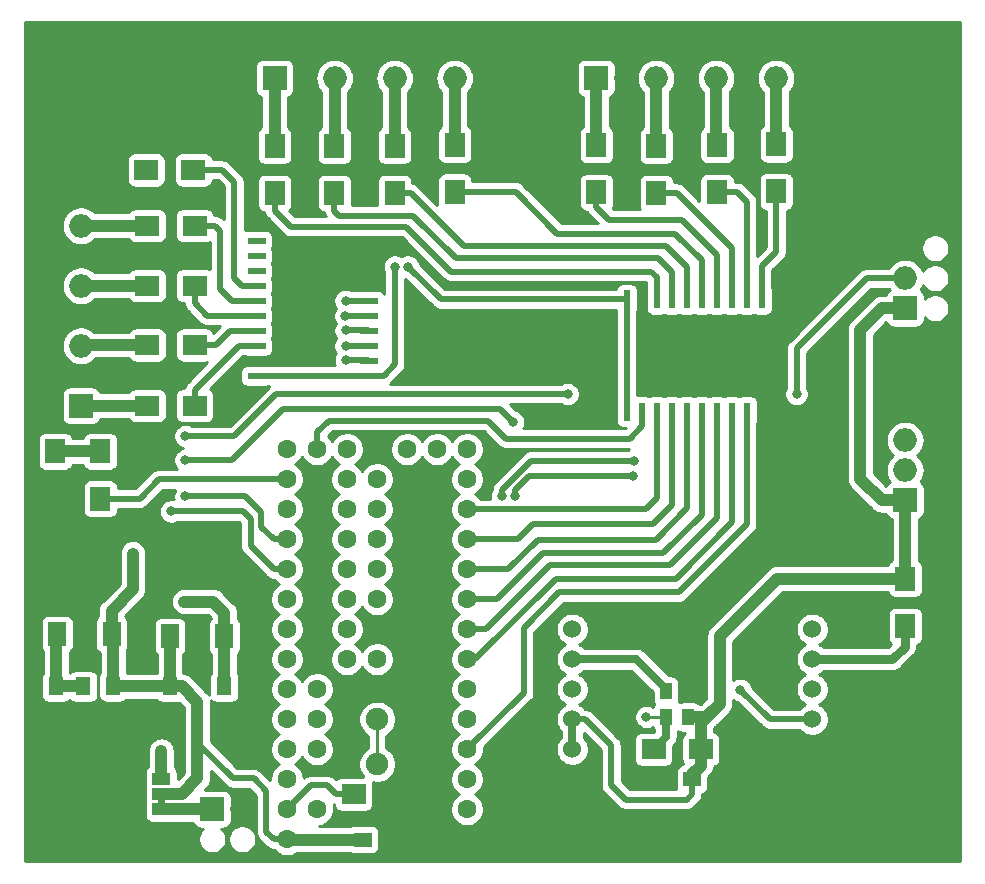
<source format=gtl>
G04 #@! TF.GenerationSoftware,KiCad,Pcbnew,(5.1.0)-1*
G04 #@! TF.CreationDate,2019-05-22T12:11:48+02:00*
G04 #@! TF.ProjectId,ArtNet_Node_WSLEDS,4172744e-6574-45f4-9e6f-64655f57534c,rev?*
G04 #@! TF.SameCoordinates,Original*
G04 #@! TF.FileFunction,Copper,L1,Top*
G04 #@! TF.FilePolarity,Positive*
%FSLAX46Y46*%
G04 Gerber Fmt 4.6, Leading zero omitted, Abs format (unit mm)*
G04 Created by KiCad (PCBNEW (5.1.0)-1) date 2019-05-22 12:11:48*
%MOMM*%
%LPD*%
G04 APERTURE LIST*
%ADD10C,0.100000*%
%ADD11R,0.600000X1.500000*%
%ADD12C,1.600000*%
%ADD13R,1.600000X1.600000*%
%ADD14C,1.900000*%
%ADD15R,1.700000X2.000000*%
%ADD16R,1.998980X1.998980*%
%ADD17O,1.998980X1.998980*%
%ADD18R,1.500000X1.000000*%
%ADD19R,2.000000X1.700000*%
%ADD20R,1.524000X1.524000*%
%ADD21C,1.524000*%
%ADD22R,1.000000X1.400000*%
%ADD23R,1.200000X1.400000*%
%ADD24R,1.250000X1.500000*%
%ADD25C,8.600000*%
%ADD26R,1.500000X1.250000*%
%ADD27R,3.800000X2.000000*%
%ADD28R,1.500000X2.000000*%
%ADD29R,1.500000X0.600000*%
%ADD30C,0.800000*%
%ADD31C,0.700000*%
%ADD32C,1.000000*%
%ADD33C,0.500000*%
%ADD34C,0.750000*%
%ADD35C,0.250000*%
%ADD36C,0.254000*%
G04 APERTURE END LIST*
D10*
G36*
X81742000Y-135494600D02*
G01*
X81742000Y-134994600D01*
X82342000Y-134994600D01*
X82342000Y-135494600D01*
X81742000Y-135494600D01*
G37*
D11*
X121475500Y-92722500D03*
X122745500Y-92722500D03*
X124015500Y-92722500D03*
X125285500Y-92722500D03*
X126555500Y-92722500D03*
X127825500Y-92722500D03*
X129095500Y-92722500D03*
X130365500Y-92722500D03*
X131635500Y-92722500D03*
X132905500Y-92722500D03*
X132905500Y-102222500D03*
X131635500Y-102222500D03*
X130365500Y-102222500D03*
X129095500Y-102222500D03*
X121475500Y-102222500D03*
X122745500Y-102222500D03*
X124015500Y-102222500D03*
X125285500Y-102222500D03*
X126555500Y-102222500D03*
X127825500Y-102222500D03*
D12*
X100330000Y-105410000D03*
X97790000Y-105410000D03*
X95250000Y-105410000D03*
X92710000Y-105410000D03*
X102870000Y-105410000D03*
X105410000Y-105410000D03*
X107950000Y-105410000D03*
X92710000Y-107950000D03*
X92710000Y-110490000D03*
X92710000Y-113030000D03*
X92710000Y-115570000D03*
X92710000Y-118110000D03*
X92710000Y-120650000D03*
X92710000Y-123190000D03*
X92710000Y-125730000D03*
X92710000Y-128270000D03*
X92710000Y-130810000D03*
X92710000Y-133350000D03*
X92710000Y-135890000D03*
X92710000Y-138430000D03*
X95250000Y-135890000D03*
X95250000Y-130810000D03*
X95250000Y-128270000D03*
X95250000Y-125730000D03*
X107950000Y-107950000D03*
X107950000Y-110490000D03*
X107950000Y-113030000D03*
X107950000Y-115570000D03*
X107950000Y-118110000D03*
X107950000Y-120650000D03*
X107950000Y-123190000D03*
X107950000Y-125730000D03*
X107950000Y-128270000D03*
X107950000Y-130810000D03*
X107950000Y-133350000D03*
X107950000Y-135890000D03*
D13*
X107950000Y-138430000D03*
D12*
X100330000Y-123190000D03*
X100330000Y-120650000D03*
X100330000Y-118110000D03*
X100330000Y-115570000D03*
X100330000Y-113030000D03*
X100330000Y-110490000D03*
X100330000Y-107950000D03*
X97790000Y-107950000D03*
X97790000Y-110490000D03*
X97790000Y-113030000D03*
X97790000Y-115570000D03*
X97790000Y-118110000D03*
X97790000Y-120650000D03*
X97790000Y-123190000D03*
D14*
X100330000Y-128270000D03*
X100330000Y-132080000D03*
D15*
X73075800Y-105594400D03*
X73075800Y-109594400D03*
D16*
X86360000Y-135890000D03*
D17*
X88900000Y-135890000D03*
X145034000Y-104648000D03*
X145034000Y-107188000D03*
D16*
X145034000Y-109728000D03*
D17*
X145034000Y-102108000D03*
X145034000Y-90932000D03*
D16*
X145034000Y-93472000D03*
D17*
X145034000Y-88392000D03*
X99263200Y-73990200D03*
D16*
X91643200Y-73990200D03*
D17*
X94183200Y-73990200D03*
X96723200Y-73990200D03*
X101803200Y-73990200D03*
X104343200Y-73990200D03*
X106883200Y-73990200D03*
X109423200Y-73990200D03*
X136652000Y-73990200D03*
X134112000Y-73990200D03*
X131572000Y-73990200D03*
X129032000Y-73990200D03*
X123952000Y-73990200D03*
X121412000Y-73990200D03*
D16*
X118872000Y-73990200D03*
D17*
X126492000Y-73990200D03*
D18*
X82042000Y-135894600D03*
X82042000Y-133294600D03*
X82042000Y-134594600D03*
D15*
X145034000Y-120364000D03*
X145034000Y-116364000D03*
D19*
X102330000Y-134620000D03*
X98330000Y-134620000D03*
X123730000Y-130810000D03*
X127730000Y-130810000D03*
D20*
X137160000Y-133350000D03*
D21*
X137160000Y-130810000D03*
X137160000Y-128270000D03*
X137160000Y-125730000D03*
X137160000Y-123190000D03*
X137160000Y-120650000D03*
X116840000Y-120650000D03*
X116840000Y-123190000D03*
X116840000Y-125730000D03*
X116840000Y-128270000D03*
X116840000Y-130810000D03*
X116840000Y-133350000D03*
D22*
X126680000Y-128100000D03*
X124780000Y-128100000D03*
X124780000Y-125900000D03*
D23*
X126500000Y-125900000D03*
D24*
X75438000Y-127996000D03*
X75438000Y-125496000D03*
D25*
X145000000Y-75000000D03*
X75000000Y-75000000D03*
X75000000Y-135000000D03*
X145000000Y-135000000D03*
D26*
X126980000Y-133350000D03*
X124480000Y-133350000D03*
X101605400Y-138455400D03*
X99105400Y-138455400D03*
D24*
X73152000Y-125496000D03*
X73152000Y-127996000D03*
X82804000Y-125496000D03*
X82804000Y-127996000D03*
X77978000Y-127976000D03*
X77978000Y-125476000D03*
X87376000Y-127996000D03*
X87376000Y-125496000D03*
D15*
X91643200Y-83711800D03*
X91643200Y-79711800D03*
X101803200Y-83711800D03*
X101803200Y-79711800D03*
X118897400Y-79661000D03*
X118897400Y-83661000D03*
X129108200Y-83635600D03*
X129108200Y-79635600D03*
X96697800Y-79711800D03*
X96697800Y-83711800D03*
X106908600Y-83610200D03*
X106908600Y-79610200D03*
X123952000Y-79711800D03*
X123952000Y-83711800D03*
X134112000Y-79584800D03*
X134112000Y-83584800D03*
D27*
X75545001Y-114775001D03*
D28*
X75545001Y-121075001D03*
X77845001Y-121075001D03*
X73245001Y-121075001D03*
X82790000Y-121260000D03*
X87390000Y-121260000D03*
X85090000Y-121260000D03*
D27*
X85090000Y-114960000D03*
D15*
X76885800Y-105594400D03*
X76885800Y-109594400D03*
D17*
X75247500Y-83947000D03*
X75247500Y-86487000D03*
X75247500Y-89027000D03*
X75247500Y-91567000D03*
X75247500Y-96647000D03*
X75247500Y-99187000D03*
D16*
X75247500Y-101727000D03*
D17*
X75247500Y-94107000D03*
D19*
X84867500Y-101727000D03*
X80867500Y-101727000D03*
X84867500Y-91567000D03*
X80867500Y-91567000D03*
X80867500Y-96583500D03*
X84867500Y-96583500D03*
X80867500Y-86487000D03*
X84867500Y-86487000D03*
D29*
X90119000Y-99187000D03*
X90119000Y-97917000D03*
X90119000Y-96647000D03*
X90119000Y-95377000D03*
X90119000Y-94107000D03*
X90119000Y-92837000D03*
X90119000Y-91567000D03*
X90119000Y-90297000D03*
X90119000Y-89027000D03*
X90119000Y-87757000D03*
X99619000Y-87757000D03*
X99619000Y-89027000D03*
X99619000Y-90297000D03*
X99619000Y-91567000D03*
X99619000Y-99187000D03*
X99619000Y-97917000D03*
X99619000Y-96647000D03*
X99619000Y-95377000D03*
X99619000Y-94107000D03*
X99619000Y-92837000D03*
D19*
X84778600Y-81762600D03*
X80778600Y-81762600D03*
D30*
X111988600Y-130302000D03*
X83997800Y-118313200D03*
X85064600Y-118313200D03*
X86080600Y-118313200D03*
X119405400Y-124688600D03*
X119380000Y-125780800D03*
X118059200Y-96774000D03*
X82981800Y-99212400D03*
X79654400Y-114249200D03*
X79654400Y-115265200D03*
X79654400Y-116306600D03*
X102920800Y-89941400D03*
X101828600Y-89941400D03*
X82042000Y-130937000D03*
X82042000Y-131927600D03*
X73152000Y-122859800D03*
X73152000Y-123825000D03*
X110896400Y-109397800D03*
X122047000Y-106375200D03*
X111988600Y-109397800D03*
X122021600Y-107645200D03*
X82880200Y-110667800D03*
X84099400Y-104292400D03*
X116459000Y-100736400D03*
X135839200Y-100736400D03*
X131064000Y-125780800D03*
X123126500Y-128079500D03*
X84099400Y-109397800D03*
X111810800Y-103124000D03*
X84099400Y-106324400D03*
X97688400Y-97866200D03*
X97663000Y-96672400D03*
X97663000Y-95351600D03*
X97637600Y-94132400D03*
X97663000Y-92837000D03*
D31*
X116840000Y-130810000D02*
X116840000Y-128270000D01*
D32*
X87390000Y-125482000D02*
X87376000Y-125496000D01*
X87390000Y-121260000D02*
X87390000Y-122922000D01*
X143034510Y-109728000D02*
X145034000Y-109728000D01*
X141224000Y-107917490D02*
X143034510Y-109728000D01*
X141224000Y-95282510D02*
X141224000Y-107917490D01*
X143034510Y-93472000D02*
X141224000Y-95282510D01*
X145034000Y-93472000D02*
X143034510Y-93472000D01*
X145034000Y-109728000D02*
X145034000Y-116364000D01*
X87390000Y-122922000D02*
X87390000Y-123938000D01*
X87390000Y-123938000D02*
X87390000Y-125482000D01*
D33*
X126980000Y-134640000D02*
X126980000Y-133350000D01*
X116840000Y-128270000D02*
X117917630Y-128270000D01*
X120142000Y-130494370D02*
X120142000Y-133858000D01*
X117917630Y-128270000D02*
X120142000Y-130494370D01*
X120142000Y-133858000D02*
X121373990Y-135089990D01*
X121373990Y-135089990D02*
X126530010Y-135089990D01*
X126530010Y-135089990D02*
X126980000Y-134640000D01*
D32*
X87390000Y-119260000D02*
X86443200Y-118313200D01*
X87390000Y-121260000D02*
X87390000Y-119260000D01*
X86443200Y-118313200D02*
X86080600Y-118313200D01*
X83997800Y-118313200D02*
X83997800Y-118313200D01*
X85064600Y-118313200D02*
X83997800Y-118313200D01*
X86080600Y-118313200D02*
X85064600Y-118313200D01*
X134207000Y-116364000D02*
X145034000Y-116364000D01*
X129336800Y-121234200D02*
X134207000Y-116364000D01*
X129336800Y-126943200D02*
X129336800Y-121234200D01*
X126680000Y-128100000D02*
X128180000Y-128100000D01*
X128180000Y-128100000D02*
X129336800Y-126943200D01*
X127730000Y-128550000D02*
X127730000Y-130810000D01*
X129336800Y-126943200D02*
X127730000Y-128550000D01*
X127730000Y-132188200D02*
X127730000Y-130810000D01*
X126980000Y-133350000D02*
X126980000Y-132938200D01*
X126980000Y-132938200D02*
X127730000Y-132188200D01*
X77978000Y-121208000D02*
X77845001Y-121075001D01*
X77978000Y-125476000D02*
X77978000Y-121208000D01*
X82790000Y-125482000D02*
X82804000Y-125496000D01*
X82790000Y-121260000D02*
X82790000Y-125482000D01*
X77998000Y-125496000D02*
X77978000Y-125476000D01*
X82804000Y-125496000D02*
X77998000Y-125496000D01*
X92735400Y-138455400D02*
X92710000Y-138430000D01*
X99105400Y-138455400D02*
X92735400Y-138455400D01*
X83814600Y-125496000D02*
X82804000Y-125496000D01*
X85115400Y-126796800D02*
X83814600Y-125496000D01*
X82042000Y-134594600D02*
X83792000Y-134594600D01*
X83792000Y-134594600D02*
X85115400Y-133271200D01*
D33*
X91369000Y-99187000D02*
X99619000Y-99187000D01*
X90119000Y-99187000D02*
X91369000Y-99187000D01*
X121475500Y-93972500D02*
X121475500Y-102222500D01*
X121475500Y-92722500D02*
X121475500Y-93972500D01*
X91578630Y-138430000D02*
X90957400Y-137808770D01*
X92710000Y-138430000D02*
X91578630Y-138430000D01*
X90957400Y-137808770D02*
X90957400Y-134366000D01*
X90957400Y-134366000D02*
X89862600Y-133271200D01*
X88135400Y-133271200D02*
X85115400Y-130251200D01*
X89862600Y-133271200D02*
X88135400Y-133271200D01*
D32*
X85115400Y-133271200D02*
X85115400Y-130251200D01*
X85115400Y-130251200D02*
X85115400Y-126796800D01*
X79654400Y-117265602D02*
X79654400Y-116306600D01*
X77845001Y-121075001D02*
X77845001Y-119075001D01*
X77845001Y-119075001D02*
X79654400Y-117265602D01*
X79654400Y-114249200D02*
X79654400Y-114249200D01*
X79654400Y-115265200D02*
X79654400Y-114249200D01*
X79654400Y-116306600D02*
X79654400Y-115265200D01*
D33*
X101828600Y-90507085D02*
X101828600Y-89941400D01*
X101828600Y-98227400D02*
X101828600Y-90507085D01*
X100869000Y-99187000D02*
X101828600Y-98227400D01*
X99619000Y-99187000D02*
X100869000Y-99187000D01*
X105701900Y-92722500D02*
X102920800Y-89941400D01*
X121475500Y-92722500D02*
X105701900Y-92722500D01*
D32*
X73152000Y-121168002D02*
X73245001Y-121075001D01*
X73152000Y-125496000D02*
X73152000Y-123825000D01*
X75438000Y-125496000D02*
X73152000Y-125496000D01*
X82042000Y-133294600D02*
X82042000Y-131927600D01*
X82042000Y-131794600D02*
X82042000Y-130937000D01*
X82042000Y-131927600D02*
X82042000Y-131794600D01*
X73152000Y-122859800D02*
X73152000Y-121168002D01*
X73152000Y-123825000D02*
X73152000Y-122859800D01*
X73075800Y-105594400D02*
X76885800Y-105594400D01*
D33*
X110896400Y-108832115D02*
X113353315Y-106375200D01*
X110896400Y-109397800D02*
X110896400Y-108832115D01*
X113353315Y-106375200D02*
X122047000Y-106375200D01*
X111988600Y-108832115D02*
X113175515Y-107645200D01*
X111988600Y-109397800D02*
X111988600Y-108832115D01*
X113175515Y-107645200D02*
X122021600Y-107645200D01*
X88976200Y-110667800D02*
X82880200Y-110667800D01*
X89611200Y-111302800D02*
X88976200Y-110667800D01*
X89611200Y-113602570D02*
X89611200Y-111302800D01*
X92710000Y-115570000D02*
X91578630Y-115570000D01*
X91578630Y-115570000D02*
X89611200Y-113602570D01*
X84099400Y-104292400D02*
X87985600Y-104292400D01*
X87985600Y-104292400D02*
X88239600Y-104292400D01*
X88239600Y-104292400D02*
X91795600Y-100736400D01*
X91795600Y-100736400D02*
X116459000Y-100736400D01*
X116459000Y-100736400D02*
X116459000Y-100736400D01*
X135839200Y-100736400D02*
X135839200Y-96875600D01*
X141782800Y-90932000D02*
X145034000Y-90932000D01*
X135839200Y-96875600D02*
X141782800Y-90932000D01*
D32*
X91643200Y-73990200D02*
X91643200Y-79711800D01*
X96723200Y-79686400D02*
X96697800Y-79711800D01*
X96723200Y-73990200D02*
X96723200Y-79686400D01*
X101803200Y-73990200D02*
X101803200Y-79711800D01*
X106883200Y-79584800D02*
X106908600Y-79610200D01*
X106883200Y-73990200D02*
X106883200Y-79584800D01*
X134112000Y-73990200D02*
X134112000Y-79584800D01*
X129032000Y-79559400D02*
X129108200Y-79635600D01*
X129032000Y-73990200D02*
X129032000Y-79559400D01*
X123952000Y-73990200D02*
X123952000Y-79711800D01*
X118872000Y-79635600D02*
X118897400Y-79661000D01*
X118872000Y-73990200D02*
X118872000Y-79635600D01*
D33*
X95250000Y-103987600D02*
X95250000Y-105410000D01*
X122745500Y-103472500D02*
X121697000Y-104521000D01*
X122745500Y-102222500D02*
X122745500Y-103472500D01*
X121697000Y-104521000D02*
X111201200Y-104521000D01*
X111201200Y-104521000D02*
X109702600Y-103022400D01*
X109702600Y-103022400D02*
X96215200Y-103022400D01*
X96215200Y-103022400D02*
X95250000Y-103987600D01*
X107950000Y-110490000D02*
X123088400Y-110490000D01*
X124015500Y-109562900D02*
X124015500Y-102222500D01*
X123088400Y-110490000D02*
X124015500Y-109562900D01*
X125285500Y-110147100D02*
X125285500Y-102222500D01*
X123698000Y-111734600D02*
X125285500Y-110147100D01*
X113512600Y-111734600D02*
X123698000Y-111734600D01*
X107950000Y-113030000D02*
X112217200Y-113030000D01*
X112217200Y-113030000D02*
X113512600Y-111734600D01*
X126555500Y-110426500D02*
X126555500Y-102222500D01*
X123901200Y-113080800D02*
X126555500Y-110426500D01*
X113919000Y-113080800D02*
X123901200Y-113080800D01*
X107950000Y-115570000D02*
X111429800Y-115570000D01*
X111429800Y-115570000D02*
X113919000Y-113080800D01*
X127825500Y-110959900D02*
X127825500Y-102222500D01*
X124561600Y-114223800D02*
X127825500Y-110959900D01*
X114350800Y-114223800D02*
X124561600Y-114223800D01*
X107950000Y-118110000D02*
X110464600Y-118110000D01*
X110464600Y-118110000D02*
X114350800Y-114223800D01*
X129095500Y-111264700D02*
X129095500Y-102222500D01*
X125120400Y-115239800D02*
X129095500Y-111264700D01*
X114960400Y-115239800D02*
X125120400Y-115239800D01*
X107950000Y-120650000D02*
X109550200Y-120650000D01*
X109550200Y-120650000D02*
X114960400Y-115239800D01*
X130365500Y-103472500D02*
X130365500Y-102222500D01*
X130365500Y-111594900D02*
X130365500Y-103472500D01*
X125603000Y-116357400D02*
X130365500Y-111594900D01*
X115443000Y-116357400D02*
X125603000Y-116357400D01*
X107950000Y-123190000D02*
X108610400Y-123190000D01*
X108610400Y-123190000D02*
X115443000Y-116357400D01*
X131635500Y-111772700D02*
X131635500Y-102222500D01*
X125882400Y-117525800D02*
X131635500Y-111772700D01*
X115747800Y-117525800D02*
X125882400Y-117525800D01*
X112750600Y-120523000D02*
X115747800Y-117525800D01*
X107950000Y-130810000D02*
X112750600Y-126009400D01*
X112750600Y-126009400D02*
X112750600Y-120523000D01*
D34*
X138237630Y-123190000D02*
X137160000Y-123190000D01*
X143958000Y-123190000D02*
X138237630Y-123190000D01*
X145034000Y-122114000D02*
X143958000Y-123190000D01*
X145034000Y-120364000D02*
X145034000Y-122114000D01*
D31*
X137922000Y-123190000D02*
X137160000Y-123190000D01*
D33*
X94742000Y-133858000D02*
X92710000Y-135890000D01*
X96068000Y-133858000D02*
X94742000Y-133858000D01*
X96830000Y-134620000D02*
X96068000Y-133858000D01*
X98330000Y-134620000D02*
X96830000Y-134620000D01*
X92710000Y-107950000D02*
X81864200Y-107950000D01*
X80219800Y-109594400D02*
X76885800Y-109594400D01*
X81864200Y-107950000D02*
X80219800Y-109594400D01*
X133553200Y-128270000D02*
X131064000Y-125780800D01*
X137160000Y-128270000D02*
X133553200Y-128270000D01*
D31*
X124780000Y-125700000D02*
X124780000Y-125900000D01*
X122270000Y-123190000D02*
X124780000Y-125700000D01*
X116840000Y-123190000D02*
X122270000Y-123190000D01*
D35*
X100330000Y-128270000D02*
X100330000Y-132080000D01*
D31*
X124780000Y-129760000D02*
X123730000Y-130810000D01*
X124780000Y-128100000D02*
X124780000Y-129760000D01*
D35*
X124030000Y-128100000D02*
X124009500Y-128079500D01*
X124780000Y-128100000D02*
X124030000Y-128100000D01*
X124009500Y-128079500D02*
X123126500Y-128079500D01*
D33*
X91578630Y-113030000D02*
X90525600Y-111976970D01*
X92710000Y-113030000D02*
X91578630Y-113030000D01*
X90525600Y-111976970D02*
X90525600Y-110744000D01*
X90525600Y-110744000D02*
X89179400Y-109397800D01*
X89179400Y-109397800D02*
X84099400Y-109397800D01*
X84099400Y-109397800D02*
X84099400Y-109397800D01*
X84099400Y-106324400D02*
X84099400Y-106324400D01*
X88036400Y-106324400D02*
X84099400Y-106324400D01*
X92354400Y-102006400D02*
X88036400Y-106324400D01*
X111810800Y-103124000D02*
X110693200Y-102006400D01*
X110693200Y-102006400D02*
X92354400Y-102006400D01*
D32*
X82046600Y-135890000D02*
X82042000Y-135894600D01*
X86360000Y-135890000D02*
X82046600Y-135890000D01*
D33*
X124015500Y-90868500D02*
X124015500Y-92722500D01*
X91643200Y-85211800D02*
X93020000Y-86588600D01*
X91643200Y-83711800D02*
X91643200Y-85211800D01*
X93020000Y-86588600D02*
X102768400Y-86588600D01*
X102768400Y-86588600D02*
X106553000Y-90373200D01*
X106553000Y-90373200D02*
X123520200Y-90373200D01*
X123520200Y-90373200D02*
X124015500Y-90868500D01*
X103153200Y-83711800D02*
X101803200Y-83711800D01*
X107655600Y-88214200D02*
X103153200Y-83711800D01*
X124790200Y-88214200D02*
X107655600Y-88214200D01*
X126555500Y-92722500D02*
X126555500Y-89979500D01*
X126555500Y-89979500D02*
X124790200Y-88214200D01*
X118897400Y-84912200D02*
X118897400Y-83661000D01*
X119964200Y-85979000D02*
X118897400Y-84912200D01*
X126111000Y-85979000D02*
X119964200Y-85979000D01*
X129095500Y-92722500D02*
X129095500Y-88963500D01*
X129095500Y-88963500D02*
X126111000Y-85979000D01*
X131635500Y-92722500D02*
X131635500Y-84493100D01*
X130778000Y-83635600D02*
X129108200Y-83635600D01*
X131635500Y-84493100D02*
X130778000Y-83635600D01*
X125285500Y-90385900D02*
X125285500Y-92722500D01*
X96697800Y-85211800D02*
X97109400Y-85623400D01*
X96697800Y-83711800D02*
X96697800Y-85211800D01*
X97109400Y-85623400D02*
X103403400Y-85623400D01*
X103403400Y-85623400D02*
X107010200Y-89230200D01*
X107010200Y-89230200D02*
X124129800Y-89230200D01*
X124129800Y-89230200D02*
X125285500Y-90385900D01*
X112058200Y-83610200D02*
X106908600Y-83610200D01*
X115595400Y-87147400D02*
X112058200Y-83610200D01*
X125552200Y-87147400D02*
X115595400Y-87147400D01*
X127825500Y-92722500D02*
X127825500Y-89420700D01*
X127825500Y-89420700D02*
X125552200Y-87147400D01*
X130365500Y-92722500D02*
X130365500Y-88379300D01*
X125698000Y-83711800D02*
X123952000Y-83711800D01*
X130365500Y-88379300D02*
X125698000Y-83711800D01*
X132905500Y-92722500D02*
X132905500Y-89903300D01*
X134112000Y-88696800D02*
X134112000Y-83584800D01*
X132905500Y-89903300D02*
X134112000Y-88696800D01*
X99568200Y-97866200D02*
X99619000Y-97917000D01*
X97688400Y-97866200D02*
X99568200Y-97866200D01*
X99593600Y-96672400D02*
X99619000Y-96647000D01*
X97663000Y-96672400D02*
X99593600Y-96672400D01*
D32*
X80867500Y-86487000D02*
X75247500Y-86487000D01*
X80867500Y-91567000D02*
X75247500Y-91567000D01*
X75311000Y-96583500D02*
X75247500Y-96647000D01*
X80867500Y-96583500D02*
X75311000Y-96583500D01*
X80867500Y-101727000D02*
X75247500Y-101727000D01*
D33*
X84867500Y-100377000D02*
X84867500Y-101727000D01*
X88597500Y-96647000D02*
X84867500Y-100377000D01*
X90119000Y-96647000D02*
X88597500Y-96647000D01*
X84867500Y-93046300D02*
X84867500Y-91567000D01*
X90119000Y-94107000D02*
X85928200Y-94107000D01*
X85928200Y-94107000D02*
X84867500Y-93046300D01*
X90119000Y-95377000D02*
X87884000Y-95377000D01*
X86677500Y-96583500D02*
X84867500Y-96583500D01*
X87884000Y-95377000D02*
X86677500Y-96583500D01*
X86639400Y-86487000D02*
X84867500Y-86487000D01*
X87045800Y-86893400D02*
X86639400Y-86487000D01*
X87045800Y-91846400D02*
X87045800Y-86893400D01*
X90119000Y-92837000D02*
X88036400Y-92837000D01*
X88036400Y-92837000D02*
X87045800Y-91846400D01*
X88869000Y-91567000D02*
X88214200Y-90912200D01*
X90119000Y-91567000D02*
X88869000Y-91567000D01*
X88214200Y-90912200D02*
X88214200Y-82753200D01*
X87223600Y-81762600D02*
X84778600Y-81762600D01*
X88214200Y-82753200D02*
X87223600Y-81762600D01*
X99593600Y-95351600D02*
X99619000Y-95377000D01*
X97663000Y-95351600D02*
X99593600Y-95351600D01*
X99593600Y-94132400D02*
X99619000Y-94107000D01*
X97637600Y-94132400D02*
X99593600Y-94132400D01*
X97663000Y-92837000D02*
X99619000Y-92837000D01*
D36*
G36*
X149708001Y-140310000D02*
G01*
X70510000Y-140310000D01*
X70510000Y-120075001D01*
X71856929Y-120075001D01*
X71856929Y-122075001D01*
X71869189Y-122199483D01*
X71905499Y-122319181D01*
X71964464Y-122429495D01*
X72017000Y-122493511D01*
X72017000Y-124366482D01*
X71996463Y-124391506D01*
X71937498Y-124501820D01*
X71901188Y-124621518D01*
X71888928Y-124746000D01*
X71888928Y-126246000D01*
X71901188Y-126370482D01*
X71937498Y-126490180D01*
X71996463Y-126600494D01*
X72075815Y-126697185D01*
X72172506Y-126776537D01*
X72282820Y-126835502D01*
X72402518Y-126871812D01*
X72527000Y-126884072D01*
X73777000Y-126884072D01*
X73901482Y-126871812D01*
X74021180Y-126835502D01*
X74131494Y-126776537D01*
X74228185Y-126697185D01*
X74282501Y-126631000D01*
X74307499Y-126631000D01*
X74361815Y-126697185D01*
X74458506Y-126776537D01*
X74568820Y-126835502D01*
X74688518Y-126871812D01*
X74813000Y-126884072D01*
X76063000Y-126884072D01*
X76187482Y-126871812D01*
X76307180Y-126835502D01*
X76417494Y-126776537D01*
X76514185Y-126697185D01*
X76593537Y-126600494D01*
X76652502Y-126490180D01*
X76688812Y-126370482D01*
X76701072Y-126246000D01*
X76701072Y-124746000D01*
X76688812Y-124621518D01*
X76652502Y-124501820D01*
X76593537Y-124391506D01*
X76514185Y-124294815D01*
X76417494Y-124215463D01*
X76307180Y-124156498D01*
X76187482Y-124120188D01*
X76063000Y-124107928D01*
X74813000Y-124107928D01*
X74688518Y-124120188D01*
X74568820Y-124156498D01*
X74458506Y-124215463D01*
X74361815Y-124294815D01*
X74307499Y-124361000D01*
X74287000Y-124361000D01*
X74287000Y-122638943D01*
X74349495Y-122605538D01*
X74446186Y-122526186D01*
X74525538Y-122429495D01*
X74584503Y-122319181D01*
X74620813Y-122199483D01*
X74633073Y-122075001D01*
X74633073Y-120075001D01*
X74620813Y-119950519D01*
X74584503Y-119830821D01*
X74525538Y-119720507D01*
X74446186Y-119623816D01*
X74349495Y-119544464D01*
X74239181Y-119485499D01*
X74119483Y-119449189D01*
X73995001Y-119436929D01*
X72495001Y-119436929D01*
X72370519Y-119449189D01*
X72250821Y-119485499D01*
X72140507Y-119544464D01*
X72043816Y-119623816D01*
X71964464Y-119720507D01*
X71905499Y-119830821D01*
X71869189Y-119950519D01*
X71856929Y-120075001D01*
X70510000Y-120075001D01*
X70510000Y-108594400D01*
X75397728Y-108594400D01*
X75397728Y-110594400D01*
X75409988Y-110718882D01*
X75446298Y-110838580D01*
X75505263Y-110948894D01*
X75584615Y-111045585D01*
X75681306Y-111124937D01*
X75791620Y-111183902D01*
X75911318Y-111220212D01*
X76035800Y-111232472D01*
X77735800Y-111232472D01*
X77860282Y-111220212D01*
X77979980Y-111183902D01*
X78090294Y-111124937D01*
X78186985Y-111045585D01*
X78266337Y-110948894D01*
X78325302Y-110838580D01*
X78361612Y-110718882D01*
X78373872Y-110594400D01*
X78373872Y-110479400D01*
X80176331Y-110479400D01*
X80219800Y-110483681D01*
X80263269Y-110479400D01*
X80263277Y-110479400D01*
X80393290Y-110466595D01*
X80560113Y-110415989D01*
X80713859Y-110333811D01*
X80848617Y-110223217D01*
X80876334Y-110189444D01*
X82230779Y-108835000D01*
X83230667Y-108835000D01*
X83182195Y-108907544D01*
X83104174Y-109095902D01*
X83064400Y-109295861D01*
X83064400Y-109499739D01*
X83095346Y-109655318D01*
X82982139Y-109632800D01*
X82778261Y-109632800D01*
X82578302Y-109672574D01*
X82389944Y-109750595D01*
X82220426Y-109863863D01*
X82076263Y-110008026D01*
X81962995Y-110177544D01*
X81884974Y-110365902D01*
X81845200Y-110565861D01*
X81845200Y-110769739D01*
X81884974Y-110969698D01*
X81962995Y-111158056D01*
X82076263Y-111327574D01*
X82220426Y-111471737D01*
X82389944Y-111585005D01*
X82578302Y-111663026D01*
X82778261Y-111702800D01*
X82982139Y-111702800D01*
X83182098Y-111663026D01*
X83370456Y-111585005D01*
X83418654Y-111552800D01*
X88609622Y-111552800D01*
X88726201Y-111669379D01*
X88726200Y-113559101D01*
X88721919Y-113602570D01*
X88726200Y-113646039D01*
X88726200Y-113646046D01*
X88739005Y-113776059D01*
X88789611Y-113942882D01*
X88871789Y-114096628D01*
X88982383Y-114231387D01*
X89016156Y-114259104D01*
X90922100Y-116165049D01*
X90949813Y-116198817D01*
X90983581Y-116226530D01*
X90983583Y-116226532D01*
X91024883Y-116260426D01*
X91084571Y-116309411D01*
X91238317Y-116391589D01*
X91405140Y-116442195D01*
X91535153Y-116455000D01*
X91535163Y-116455000D01*
X91578319Y-116459250D01*
X91595363Y-116484759D01*
X91795241Y-116684637D01*
X92027759Y-116840000D01*
X91795241Y-116995363D01*
X91595363Y-117195241D01*
X91438320Y-117430273D01*
X91330147Y-117691426D01*
X91275000Y-117968665D01*
X91275000Y-118251335D01*
X91330147Y-118528574D01*
X91438320Y-118789727D01*
X91595363Y-119024759D01*
X91795241Y-119224637D01*
X92027759Y-119380000D01*
X91795241Y-119535363D01*
X91595363Y-119735241D01*
X91438320Y-119970273D01*
X91330147Y-120231426D01*
X91275000Y-120508665D01*
X91275000Y-120791335D01*
X91330147Y-121068574D01*
X91438320Y-121329727D01*
X91595363Y-121564759D01*
X91795241Y-121764637D01*
X92027759Y-121920000D01*
X91795241Y-122075363D01*
X91595363Y-122275241D01*
X91438320Y-122510273D01*
X91330147Y-122771426D01*
X91275000Y-123048665D01*
X91275000Y-123331335D01*
X91330147Y-123608574D01*
X91438320Y-123869727D01*
X91595363Y-124104759D01*
X91795241Y-124304637D01*
X92027759Y-124460000D01*
X91795241Y-124615363D01*
X91595363Y-124815241D01*
X91438320Y-125050273D01*
X91330147Y-125311426D01*
X91275000Y-125588665D01*
X91275000Y-125871335D01*
X91330147Y-126148574D01*
X91438320Y-126409727D01*
X91595363Y-126644759D01*
X91795241Y-126844637D01*
X92027759Y-127000000D01*
X91795241Y-127155363D01*
X91595363Y-127355241D01*
X91438320Y-127590273D01*
X91330147Y-127851426D01*
X91275000Y-128128665D01*
X91275000Y-128411335D01*
X91330147Y-128688574D01*
X91438320Y-128949727D01*
X91595363Y-129184759D01*
X91795241Y-129384637D01*
X92027759Y-129540000D01*
X91795241Y-129695363D01*
X91595363Y-129895241D01*
X91438320Y-130130273D01*
X91330147Y-130391426D01*
X91275000Y-130668665D01*
X91275000Y-130951335D01*
X91330147Y-131228574D01*
X91438320Y-131489727D01*
X91595363Y-131724759D01*
X91795241Y-131924637D01*
X92027759Y-132080000D01*
X91795241Y-132235363D01*
X91595363Y-132435241D01*
X91438320Y-132670273D01*
X91330147Y-132931426D01*
X91275000Y-133208665D01*
X91275000Y-133432021D01*
X90519134Y-132676156D01*
X90491417Y-132642383D01*
X90356659Y-132531789D01*
X90202913Y-132449611D01*
X90036090Y-132399005D01*
X89906077Y-132386200D01*
X89906069Y-132386200D01*
X89862600Y-132381919D01*
X89819131Y-132386200D01*
X88501979Y-132386200D01*
X86250400Y-130134622D01*
X86250400Y-126852551D01*
X86255891Y-126796799D01*
X86238752Y-126622779D01*
X86299815Y-126697185D01*
X86396506Y-126776537D01*
X86506820Y-126835502D01*
X86626518Y-126871812D01*
X86751000Y-126884072D01*
X88001000Y-126884072D01*
X88125482Y-126871812D01*
X88245180Y-126835502D01*
X88355494Y-126776537D01*
X88452185Y-126697185D01*
X88531537Y-126600494D01*
X88590502Y-126490180D01*
X88626812Y-126370482D01*
X88639072Y-126246000D01*
X88639072Y-124746000D01*
X88626812Y-124621518D01*
X88590502Y-124501820D01*
X88531537Y-124391506D01*
X88525000Y-124383541D01*
X88525000Y-122765501D01*
X88591185Y-122711185D01*
X88670537Y-122614494D01*
X88729502Y-122504180D01*
X88765812Y-122384482D01*
X88778072Y-122260000D01*
X88778072Y-120260000D01*
X88765812Y-120135518D01*
X88729502Y-120015820D01*
X88670537Y-119905506D01*
X88591185Y-119808815D01*
X88525000Y-119754499D01*
X88525000Y-119315741D01*
X88530490Y-119259999D01*
X88525000Y-119204257D01*
X88525000Y-119204248D01*
X88508577Y-119037501D01*
X88443676Y-118823553D01*
X88338284Y-118626377D01*
X88196449Y-118453551D01*
X88153140Y-118418008D01*
X87285195Y-117550064D01*
X87249649Y-117506751D01*
X87076823Y-117364916D01*
X86879647Y-117259524D01*
X86665699Y-117194623D01*
X86498952Y-117178200D01*
X86498951Y-117178200D01*
X86443200Y-117172709D01*
X86387449Y-117178200D01*
X83942048Y-117178200D01*
X83775301Y-117194623D01*
X83561353Y-117259524D01*
X83364177Y-117364916D01*
X83191351Y-117506751D01*
X83049516Y-117679577D01*
X82944124Y-117876753D01*
X82879223Y-118090701D01*
X82857309Y-118313200D01*
X82879223Y-118535699D01*
X82944124Y-118749647D01*
X83049516Y-118946823D01*
X83191351Y-119119649D01*
X83364177Y-119261484D01*
X83561353Y-119366876D01*
X83775301Y-119431777D01*
X83942048Y-119448200D01*
X85973069Y-119448200D01*
X86255001Y-119730132D01*
X86255001Y-119754498D01*
X86188815Y-119808815D01*
X86109463Y-119905506D01*
X86050498Y-120015820D01*
X86014188Y-120135518D01*
X86001928Y-120260000D01*
X86001928Y-122260000D01*
X86014188Y-122384482D01*
X86050498Y-122504180D01*
X86109463Y-122614494D01*
X86188815Y-122711185D01*
X86255000Y-122765501D01*
X86255000Y-124349422D01*
X86220463Y-124391506D01*
X86161498Y-124501820D01*
X86125188Y-124621518D01*
X86112928Y-124746000D01*
X86112928Y-126246000D01*
X86114052Y-126257409D01*
X86063684Y-126163177D01*
X85921849Y-125990351D01*
X85878540Y-125954808D01*
X84656596Y-124732865D01*
X84621049Y-124689551D01*
X84448223Y-124547716D01*
X84251047Y-124442324D01*
X84037099Y-124377423D01*
X83940143Y-124367874D01*
X83925000Y-124349422D01*
X83925000Y-122765501D01*
X83991185Y-122711185D01*
X84070537Y-122614494D01*
X84129502Y-122504180D01*
X84165812Y-122384482D01*
X84178072Y-122260000D01*
X84178072Y-120260000D01*
X84165812Y-120135518D01*
X84129502Y-120015820D01*
X84070537Y-119905506D01*
X83991185Y-119808815D01*
X83894494Y-119729463D01*
X83784180Y-119670498D01*
X83664482Y-119634188D01*
X83540000Y-119621928D01*
X82040000Y-119621928D01*
X81915518Y-119634188D01*
X81795820Y-119670498D01*
X81685506Y-119729463D01*
X81588815Y-119808815D01*
X81509463Y-119905506D01*
X81450498Y-120015820D01*
X81414188Y-120135518D01*
X81401928Y-120260000D01*
X81401928Y-122260000D01*
X81414188Y-122384482D01*
X81450498Y-122504180D01*
X81509463Y-122614494D01*
X81588815Y-122711185D01*
X81655000Y-122765502D01*
X81655001Y-124361000D01*
X79124915Y-124361000D01*
X79113000Y-124346482D01*
X79113000Y-122444773D01*
X79125538Y-122429495D01*
X79184503Y-122319181D01*
X79220813Y-122199483D01*
X79233073Y-122075001D01*
X79233073Y-120075001D01*
X79220813Y-119950519D01*
X79184503Y-119830821D01*
X79125538Y-119720507D01*
X79046186Y-119623816D01*
X78980001Y-119569500D01*
X78980001Y-119545132D01*
X80417546Y-118107589D01*
X80460849Y-118072051D01*
X80518280Y-118002072D01*
X80602684Y-117899225D01*
X80708076Y-117702049D01*
X80772977Y-117488101D01*
X80777016Y-117447091D01*
X80789400Y-117321354D01*
X80789400Y-117321353D01*
X80794891Y-117265602D01*
X80789400Y-117209850D01*
X80789400Y-114304952D01*
X80794891Y-114249200D01*
X80772977Y-114026701D01*
X80708076Y-113812753D01*
X80602684Y-113615577D01*
X80460849Y-113442751D01*
X80288023Y-113300916D01*
X80090847Y-113195524D01*
X79876899Y-113130623D01*
X79710152Y-113114200D01*
X79654400Y-113108709D01*
X79598649Y-113114200D01*
X79598648Y-113114200D01*
X79431901Y-113130623D01*
X79217953Y-113195524D01*
X79020777Y-113300916D01*
X78847951Y-113442751D01*
X78706116Y-113615577D01*
X78600724Y-113812753D01*
X78535823Y-114026701D01*
X78513909Y-114249200D01*
X78519400Y-114304952D01*
X78519400Y-116795469D01*
X77081861Y-118233010D01*
X77038553Y-118268552D01*
X76896718Y-118441378D01*
X76867065Y-118496856D01*
X76791325Y-118638555D01*
X76726424Y-118852503D01*
X76704510Y-119075001D01*
X76710002Y-119130762D01*
X76710002Y-119569499D01*
X76643816Y-119623816D01*
X76564464Y-119720507D01*
X76505499Y-119830821D01*
X76469189Y-119950519D01*
X76456929Y-120075001D01*
X76456929Y-122075001D01*
X76469189Y-122199483D01*
X76505499Y-122319181D01*
X76564464Y-122429495D01*
X76643816Y-122526186D01*
X76740507Y-122605538D01*
X76843001Y-122660323D01*
X76843000Y-124346481D01*
X76822463Y-124371506D01*
X76763498Y-124481820D01*
X76727188Y-124601518D01*
X76714928Y-124726000D01*
X76714928Y-126226000D01*
X76727188Y-126350482D01*
X76763498Y-126470180D01*
X76822463Y-126580494D01*
X76901815Y-126677185D01*
X76998506Y-126756537D01*
X77108820Y-126815502D01*
X77228518Y-126851812D01*
X77353000Y-126864072D01*
X78603000Y-126864072D01*
X78727482Y-126851812D01*
X78847180Y-126815502D01*
X78957494Y-126756537D01*
X79054185Y-126677185D01*
X79092088Y-126631000D01*
X81673499Y-126631000D01*
X81727815Y-126697185D01*
X81824506Y-126776537D01*
X81934820Y-126835502D01*
X82054518Y-126871812D01*
X82179000Y-126884072D01*
X83429000Y-126884072D01*
X83553482Y-126871812D01*
X83577880Y-126864411D01*
X83980401Y-127266933D01*
X83980400Y-130306951D01*
X83980401Y-130306961D01*
X83980400Y-132801068D01*
X83430072Y-133351397D01*
X83430072Y-132794600D01*
X83417812Y-132670118D01*
X83381502Y-132550420D01*
X83322537Y-132440106D01*
X83243185Y-132343415D01*
X83177000Y-132289099D01*
X83177000Y-130881249D01*
X83160577Y-130714501D01*
X83095676Y-130500553D01*
X82990284Y-130303377D01*
X82848449Y-130130551D01*
X82675623Y-129988716D01*
X82478447Y-129883324D01*
X82264499Y-129818423D01*
X82042000Y-129796509D01*
X81819502Y-129818423D01*
X81605554Y-129883324D01*
X81408378Y-129988716D01*
X81235552Y-130130551D01*
X81093717Y-130303377D01*
X80988324Y-130500553D01*
X80923423Y-130714501D01*
X80907000Y-130881248D01*
X80907000Y-132289099D01*
X80840815Y-132343415D01*
X80761463Y-132440106D01*
X80702498Y-132550420D01*
X80666188Y-132670118D01*
X80653928Y-132794600D01*
X80653928Y-133794600D01*
X80666188Y-133919082D01*
X80673929Y-133944600D01*
X80666188Y-133970118D01*
X80653928Y-134094600D01*
X80653928Y-135094600D01*
X80666188Y-135219082D01*
X80673929Y-135244600D01*
X80666188Y-135270118D01*
X80653928Y-135394600D01*
X80653928Y-136394600D01*
X80666188Y-136519082D01*
X80702498Y-136638780D01*
X80761463Y-136749094D01*
X80840815Y-136845785D01*
X80937506Y-136925137D01*
X81047820Y-136984102D01*
X81167518Y-137020412D01*
X81292000Y-137032672D01*
X82017439Y-137032672D01*
X82042000Y-137035091D01*
X82066561Y-137032672D01*
X82792000Y-137032672D01*
X82869898Y-137025000D01*
X84738043Y-137025000D01*
X84771008Y-137133670D01*
X84829973Y-137243984D01*
X84909325Y-137340675D01*
X85006016Y-137420027D01*
X85116330Y-137478992D01*
X85236028Y-137515302D01*
X85360510Y-137527562D01*
X85586594Y-137527562D01*
X85439550Y-137674606D01*
X85309866Y-137868692D01*
X85220539Y-138084348D01*
X85175000Y-138313288D01*
X85175000Y-138546712D01*
X85220539Y-138775652D01*
X85309866Y-138991308D01*
X85439550Y-139185394D01*
X85604606Y-139350450D01*
X85798692Y-139480134D01*
X86014348Y-139569461D01*
X86243288Y-139615000D01*
X86476712Y-139615000D01*
X86705652Y-139569461D01*
X86921308Y-139480134D01*
X87115394Y-139350450D01*
X87280450Y-139185394D01*
X87410134Y-138991308D01*
X87499461Y-138775652D01*
X87545000Y-138546712D01*
X87545000Y-138313288D01*
X87715000Y-138313288D01*
X87715000Y-138546712D01*
X87760539Y-138775652D01*
X87849866Y-138991308D01*
X87979550Y-139185394D01*
X88144606Y-139350450D01*
X88338692Y-139480134D01*
X88554348Y-139569461D01*
X88783288Y-139615000D01*
X89016712Y-139615000D01*
X89245652Y-139569461D01*
X89461308Y-139480134D01*
X89655394Y-139350450D01*
X89820450Y-139185394D01*
X89950134Y-138991308D01*
X90039461Y-138775652D01*
X90085000Y-138546712D01*
X90085000Y-138313288D01*
X90039461Y-138084348D01*
X89950134Y-137868692D01*
X89820450Y-137674606D01*
X89655394Y-137509550D01*
X89461308Y-137379866D01*
X89245652Y-137290539D01*
X89016712Y-137245000D01*
X88783288Y-137245000D01*
X88554348Y-137290539D01*
X88338692Y-137379866D01*
X88144606Y-137509550D01*
X87979550Y-137674606D01*
X87849866Y-137868692D01*
X87760539Y-138084348D01*
X87715000Y-138313288D01*
X87545000Y-138313288D01*
X87499461Y-138084348D01*
X87410134Y-137868692D01*
X87280450Y-137674606D01*
X87133406Y-137527562D01*
X87359490Y-137527562D01*
X87483972Y-137515302D01*
X87603670Y-137478992D01*
X87713984Y-137420027D01*
X87810675Y-137340675D01*
X87890027Y-137243984D01*
X87948992Y-137133670D01*
X87985302Y-137013972D01*
X87997562Y-136889490D01*
X87997562Y-134890510D01*
X87985302Y-134766028D01*
X87948992Y-134646330D01*
X87890027Y-134536016D01*
X87810675Y-134439325D01*
X87713984Y-134359973D01*
X87603670Y-134301008D01*
X87483972Y-134264698D01*
X87359490Y-134252438D01*
X85739294Y-134252438D01*
X85878540Y-134113192D01*
X85921849Y-134077649D01*
X86063684Y-133904823D01*
X86169076Y-133707647D01*
X86233977Y-133493699D01*
X86250400Y-133326952D01*
X86250400Y-133326945D01*
X86255890Y-133271201D01*
X86250400Y-133215457D01*
X86250400Y-132637779D01*
X87478870Y-133866249D01*
X87506583Y-133900017D01*
X87540351Y-133927730D01*
X87540353Y-133927732D01*
X87597949Y-133975000D01*
X87641341Y-134010611D01*
X87795087Y-134092789D01*
X87904373Y-134125941D01*
X87961909Y-134143395D01*
X87976706Y-134144852D01*
X88091923Y-134156200D01*
X88091931Y-134156200D01*
X88135400Y-134160481D01*
X88178869Y-134156200D01*
X89496022Y-134156200D01*
X90072401Y-134732580D01*
X90072400Y-137765301D01*
X90068119Y-137808770D01*
X90072400Y-137852239D01*
X90072400Y-137852246D01*
X90085205Y-137982259D01*
X90135811Y-138149082D01*
X90217989Y-138302828D01*
X90328583Y-138437587D01*
X90362356Y-138465304D01*
X90922100Y-139025049D01*
X90949813Y-139058817D01*
X90983581Y-139086530D01*
X90983583Y-139086532D01*
X91011846Y-139109727D01*
X91084571Y-139169411D01*
X91238317Y-139251589D01*
X91405140Y-139302195D01*
X91535153Y-139315000D01*
X91535161Y-139315000D01*
X91578319Y-139319250D01*
X91595363Y-139344759D01*
X91795241Y-139544637D01*
X92030273Y-139701680D01*
X92291426Y-139809853D01*
X92568665Y-139865000D01*
X92851335Y-139865000D01*
X93128574Y-139809853D01*
X93389727Y-139701680D01*
X93556270Y-139590400D01*
X97975882Y-139590400D01*
X98000906Y-139610937D01*
X98111220Y-139669902D01*
X98230918Y-139706212D01*
X98355400Y-139718472D01*
X99855400Y-139718472D01*
X99979882Y-139706212D01*
X100099580Y-139669902D01*
X100209894Y-139610937D01*
X100306585Y-139531585D01*
X100385937Y-139434894D01*
X100444902Y-139324580D01*
X100481212Y-139204882D01*
X100493472Y-139080400D01*
X100493472Y-137830400D01*
X100481212Y-137705918D01*
X100444902Y-137586220D01*
X100385937Y-137475906D01*
X100306585Y-137379215D01*
X100209894Y-137299863D01*
X100099580Y-137240898D01*
X99979882Y-137204588D01*
X99855400Y-137192328D01*
X98355400Y-137192328D01*
X98230918Y-137204588D01*
X98111220Y-137240898D01*
X98000906Y-137299863D01*
X97975882Y-137320400D01*
X95414460Y-137320400D01*
X95668574Y-137269853D01*
X95929727Y-137161680D01*
X96164759Y-137004637D01*
X96364637Y-136804759D01*
X96521680Y-136569727D01*
X96629853Y-136308574D01*
X96685000Y-136031335D01*
X96685000Y-135748665D01*
X96632538Y-135484923D01*
X96656510Y-135492195D01*
X96694482Y-135495935D01*
X96704188Y-135594482D01*
X96740498Y-135714180D01*
X96799463Y-135824494D01*
X96878815Y-135921185D01*
X96975506Y-136000537D01*
X97085820Y-136059502D01*
X97205518Y-136095812D01*
X97330000Y-136108072D01*
X99330000Y-136108072D01*
X99454482Y-136095812D01*
X99574180Y-136059502D01*
X99684494Y-136000537D01*
X99781185Y-135921185D01*
X99860537Y-135824494D01*
X99919502Y-135714180D01*
X99955812Y-135594482D01*
X99968072Y-135470000D01*
X99968072Y-133770000D01*
X99955812Y-133645518D01*
X99948097Y-133620087D01*
X100173891Y-133665000D01*
X100486109Y-133665000D01*
X100792327Y-133604089D01*
X101080779Y-133484609D01*
X101340379Y-133311150D01*
X101561150Y-133090379D01*
X101734609Y-132830779D01*
X101854089Y-132542327D01*
X101915000Y-132236109D01*
X101915000Y-131923891D01*
X101854089Y-131617673D01*
X101734609Y-131329221D01*
X101561150Y-131069621D01*
X101340379Y-130848850D01*
X101090000Y-130681552D01*
X101090000Y-129668448D01*
X101340379Y-129501150D01*
X101561150Y-129280379D01*
X101734609Y-129020779D01*
X101854089Y-128732327D01*
X101915000Y-128426109D01*
X101915000Y-128113891D01*
X101854089Y-127807673D01*
X101734609Y-127519221D01*
X101561150Y-127259621D01*
X101340379Y-127038850D01*
X101080779Y-126865391D01*
X100792327Y-126745911D01*
X100486109Y-126685000D01*
X100173891Y-126685000D01*
X99867673Y-126745911D01*
X99579221Y-126865391D01*
X99319621Y-127038850D01*
X99098850Y-127259621D01*
X98925391Y-127519221D01*
X98805911Y-127807673D01*
X98745000Y-128113891D01*
X98745000Y-128426109D01*
X98805911Y-128732327D01*
X98925391Y-129020779D01*
X99098850Y-129280379D01*
X99319621Y-129501150D01*
X99570000Y-129668448D01*
X99570001Y-130681552D01*
X99319621Y-130848850D01*
X99098850Y-131069621D01*
X98925391Y-131329221D01*
X98805911Y-131617673D01*
X98745000Y-131923891D01*
X98745000Y-132236109D01*
X98805911Y-132542327D01*
X98925391Y-132830779D01*
X99098850Y-133090379D01*
X99140399Y-133131928D01*
X97330000Y-133131928D01*
X97205518Y-133144188D01*
X97085820Y-133180498D01*
X96975506Y-133239463D01*
X96878815Y-133318815D01*
X96834451Y-133372873D01*
X96724534Y-133262956D01*
X96696817Y-133229183D01*
X96562059Y-133118589D01*
X96408313Y-133036411D01*
X96241490Y-132985805D01*
X96111477Y-132973000D01*
X96111469Y-132973000D01*
X96068000Y-132968719D01*
X96024531Y-132973000D01*
X94785469Y-132973000D01*
X94742000Y-132968719D01*
X94698531Y-132973000D01*
X94698523Y-132973000D01*
X94583306Y-132984348D01*
X94568509Y-132985805D01*
X94517903Y-133001157D01*
X94401687Y-133036411D01*
X94247941Y-133118589D01*
X94247939Y-133118590D01*
X94247940Y-133118590D01*
X94146953Y-133201468D01*
X94146951Y-133201470D01*
X94144043Y-133203856D01*
X94089853Y-132931426D01*
X93981680Y-132670273D01*
X93824637Y-132435241D01*
X93624759Y-132235363D01*
X93392241Y-132080000D01*
X93624759Y-131924637D01*
X93824637Y-131724759D01*
X93980000Y-131492241D01*
X94135363Y-131724759D01*
X94335241Y-131924637D01*
X94570273Y-132081680D01*
X94831426Y-132189853D01*
X95108665Y-132245000D01*
X95391335Y-132245000D01*
X95668574Y-132189853D01*
X95929727Y-132081680D01*
X96164759Y-131924637D01*
X96364637Y-131724759D01*
X96521680Y-131489727D01*
X96629853Y-131228574D01*
X96685000Y-130951335D01*
X96685000Y-130668665D01*
X96629853Y-130391426D01*
X96521680Y-130130273D01*
X96364637Y-129895241D01*
X96164759Y-129695363D01*
X95932241Y-129540000D01*
X96164759Y-129384637D01*
X96364637Y-129184759D01*
X96521680Y-128949727D01*
X96629853Y-128688574D01*
X96685000Y-128411335D01*
X96685000Y-128128665D01*
X96629853Y-127851426D01*
X96521680Y-127590273D01*
X96364637Y-127355241D01*
X96164759Y-127155363D01*
X95932241Y-127000000D01*
X96164759Y-126844637D01*
X96364637Y-126644759D01*
X96521680Y-126409727D01*
X96629853Y-126148574D01*
X96685000Y-125871335D01*
X96685000Y-125588665D01*
X96629853Y-125311426D01*
X96521680Y-125050273D01*
X96364637Y-124815241D01*
X96164759Y-124615363D01*
X95929727Y-124458320D01*
X95668574Y-124350147D01*
X95391335Y-124295000D01*
X95108665Y-124295000D01*
X94831426Y-124350147D01*
X94570273Y-124458320D01*
X94335241Y-124615363D01*
X94135363Y-124815241D01*
X93980000Y-125047759D01*
X93824637Y-124815241D01*
X93624759Y-124615363D01*
X93392241Y-124460000D01*
X93624759Y-124304637D01*
X93824637Y-124104759D01*
X93981680Y-123869727D01*
X94089853Y-123608574D01*
X94145000Y-123331335D01*
X94145000Y-123048665D01*
X94089853Y-122771426D01*
X93981680Y-122510273D01*
X93824637Y-122275241D01*
X93624759Y-122075363D01*
X93392241Y-121920000D01*
X93624759Y-121764637D01*
X93824637Y-121564759D01*
X93981680Y-121329727D01*
X94089853Y-121068574D01*
X94145000Y-120791335D01*
X94145000Y-120508665D01*
X94089853Y-120231426D01*
X93981680Y-119970273D01*
X93824637Y-119735241D01*
X93624759Y-119535363D01*
X93392241Y-119380000D01*
X93624759Y-119224637D01*
X93824637Y-119024759D01*
X93981680Y-118789727D01*
X94089853Y-118528574D01*
X94145000Y-118251335D01*
X94145000Y-117968665D01*
X94089853Y-117691426D01*
X93981680Y-117430273D01*
X93824637Y-117195241D01*
X93624759Y-116995363D01*
X93392241Y-116840000D01*
X93624759Y-116684637D01*
X93824637Y-116484759D01*
X93981680Y-116249727D01*
X94089853Y-115988574D01*
X94145000Y-115711335D01*
X94145000Y-115428665D01*
X94089853Y-115151426D01*
X93981680Y-114890273D01*
X93824637Y-114655241D01*
X93624759Y-114455363D01*
X93392241Y-114300000D01*
X93624759Y-114144637D01*
X93824637Y-113944759D01*
X93981680Y-113709727D01*
X94089853Y-113448574D01*
X94145000Y-113171335D01*
X94145000Y-112888665D01*
X94089853Y-112611426D01*
X93981680Y-112350273D01*
X93824637Y-112115241D01*
X93624759Y-111915363D01*
X93392241Y-111760000D01*
X93624759Y-111604637D01*
X93824637Y-111404759D01*
X93981680Y-111169727D01*
X94089853Y-110908574D01*
X94145000Y-110631335D01*
X94145000Y-110348665D01*
X94089853Y-110071426D01*
X93981680Y-109810273D01*
X93824637Y-109575241D01*
X93624759Y-109375363D01*
X93392241Y-109220000D01*
X93624759Y-109064637D01*
X93824637Y-108864759D01*
X93981680Y-108629727D01*
X94089853Y-108368574D01*
X94145000Y-108091335D01*
X94145000Y-107808665D01*
X94089853Y-107531426D01*
X93981680Y-107270273D01*
X93824637Y-107035241D01*
X93624759Y-106835363D01*
X93392241Y-106680000D01*
X93624759Y-106524637D01*
X93824637Y-106324759D01*
X93980000Y-106092241D01*
X94135363Y-106324759D01*
X94335241Y-106524637D01*
X94570273Y-106681680D01*
X94831426Y-106789853D01*
X95108665Y-106845000D01*
X95391335Y-106845000D01*
X95668574Y-106789853D01*
X95929727Y-106681680D01*
X96164759Y-106524637D01*
X96364637Y-106324759D01*
X96520000Y-106092241D01*
X96675363Y-106324759D01*
X96875241Y-106524637D01*
X97107759Y-106680000D01*
X96875241Y-106835363D01*
X96675363Y-107035241D01*
X96518320Y-107270273D01*
X96410147Y-107531426D01*
X96355000Y-107808665D01*
X96355000Y-108091335D01*
X96410147Y-108368574D01*
X96518320Y-108629727D01*
X96675363Y-108864759D01*
X96875241Y-109064637D01*
X97107759Y-109220000D01*
X96875241Y-109375363D01*
X96675363Y-109575241D01*
X96518320Y-109810273D01*
X96410147Y-110071426D01*
X96355000Y-110348665D01*
X96355000Y-110631335D01*
X96410147Y-110908574D01*
X96518320Y-111169727D01*
X96675363Y-111404759D01*
X96875241Y-111604637D01*
X97107759Y-111760000D01*
X96875241Y-111915363D01*
X96675363Y-112115241D01*
X96518320Y-112350273D01*
X96410147Y-112611426D01*
X96355000Y-112888665D01*
X96355000Y-113171335D01*
X96410147Y-113448574D01*
X96518320Y-113709727D01*
X96675363Y-113944759D01*
X96875241Y-114144637D01*
X97107759Y-114300000D01*
X96875241Y-114455363D01*
X96675363Y-114655241D01*
X96518320Y-114890273D01*
X96410147Y-115151426D01*
X96355000Y-115428665D01*
X96355000Y-115711335D01*
X96410147Y-115988574D01*
X96518320Y-116249727D01*
X96675363Y-116484759D01*
X96875241Y-116684637D01*
X97107759Y-116840000D01*
X96875241Y-116995363D01*
X96675363Y-117195241D01*
X96518320Y-117430273D01*
X96410147Y-117691426D01*
X96355000Y-117968665D01*
X96355000Y-118251335D01*
X96410147Y-118528574D01*
X96518320Y-118789727D01*
X96675363Y-119024759D01*
X96875241Y-119224637D01*
X97107759Y-119380000D01*
X96875241Y-119535363D01*
X96675363Y-119735241D01*
X96518320Y-119970273D01*
X96410147Y-120231426D01*
X96355000Y-120508665D01*
X96355000Y-120791335D01*
X96410147Y-121068574D01*
X96518320Y-121329727D01*
X96675363Y-121564759D01*
X96875241Y-121764637D01*
X97107759Y-121920000D01*
X96875241Y-122075363D01*
X96675363Y-122275241D01*
X96518320Y-122510273D01*
X96410147Y-122771426D01*
X96355000Y-123048665D01*
X96355000Y-123331335D01*
X96410147Y-123608574D01*
X96518320Y-123869727D01*
X96675363Y-124104759D01*
X96875241Y-124304637D01*
X97110273Y-124461680D01*
X97371426Y-124569853D01*
X97648665Y-124625000D01*
X97931335Y-124625000D01*
X98208574Y-124569853D01*
X98469727Y-124461680D01*
X98704759Y-124304637D01*
X98904637Y-124104759D01*
X99060000Y-123872241D01*
X99215363Y-124104759D01*
X99415241Y-124304637D01*
X99650273Y-124461680D01*
X99911426Y-124569853D01*
X100188665Y-124625000D01*
X100471335Y-124625000D01*
X100748574Y-124569853D01*
X101009727Y-124461680D01*
X101244759Y-124304637D01*
X101444637Y-124104759D01*
X101601680Y-123869727D01*
X101709853Y-123608574D01*
X101765000Y-123331335D01*
X101765000Y-123048665D01*
X101709853Y-122771426D01*
X101601680Y-122510273D01*
X101444637Y-122275241D01*
X101244759Y-122075363D01*
X101009727Y-121918320D01*
X100748574Y-121810147D01*
X100471335Y-121755000D01*
X100188665Y-121755000D01*
X99911426Y-121810147D01*
X99650273Y-121918320D01*
X99415241Y-122075363D01*
X99215363Y-122275241D01*
X99060000Y-122507759D01*
X98904637Y-122275241D01*
X98704759Y-122075363D01*
X98472241Y-121920000D01*
X98704759Y-121764637D01*
X98904637Y-121564759D01*
X99061680Y-121329727D01*
X99169853Y-121068574D01*
X99225000Y-120791335D01*
X99225000Y-120508665D01*
X99169853Y-120231426D01*
X99061680Y-119970273D01*
X98904637Y-119735241D01*
X98704759Y-119535363D01*
X98472241Y-119380000D01*
X98704759Y-119224637D01*
X98904637Y-119024759D01*
X99060000Y-118792241D01*
X99215363Y-119024759D01*
X99415241Y-119224637D01*
X99650273Y-119381680D01*
X99911426Y-119489853D01*
X100188665Y-119545000D01*
X100471335Y-119545000D01*
X100748574Y-119489853D01*
X101009727Y-119381680D01*
X101244759Y-119224637D01*
X101444637Y-119024759D01*
X101601680Y-118789727D01*
X101709853Y-118528574D01*
X101765000Y-118251335D01*
X101765000Y-117968665D01*
X101709853Y-117691426D01*
X101601680Y-117430273D01*
X101444637Y-117195241D01*
X101244759Y-116995363D01*
X101012241Y-116840000D01*
X101244759Y-116684637D01*
X101444637Y-116484759D01*
X101601680Y-116249727D01*
X101709853Y-115988574D01*
X101765000Y-115711335D01*
X101765000Y-115428665D01*
X101709853Y-115151426D01*
X101601680Y-114890273D01*
X101444637Y-114655241D01*
X101244759Y-114455363D01*
X101012241Y-114300000D01*
X101244759Y-114144637D01*
X101444637Y-113944759D01*
X101601680Y-113709727D01*
X101709853Y-113448574D01*
X101765000Y-113171335D01*
X101765000Y-112888665D01*
X101709853Y-112611426D01*
X101601680Y-112350273D01*
X101444637Y-112115241D01*
X101244759Y-111915363D01*
X101012241Y-111760000D01*
X101244759Y-111604637D01*
X101444637Y-111404759D01*
X101601680Y-111169727D01*
X101709853Y-110908574D01*
X101765000Y-110631335D01*
X101765000Y-110348665D01*
X101709853Y-110071426D01*
X101601680Y-109810273D01*
X101444637Y-109575241D01*
X101244759Y-109375363D01*
X101012241Y-109220000D01*
X101244759Y-109064637D01*
X101444637Y-108864759D01*
X101601680Y-108629727D01*
X101709853Y-108368574D01*
X101765000Y-108091335D01*
X101765000Y-107808665D01*
X101709853Y-107531426D01*
X101601680Y-107270273D01*
X101444637Y-107035241D01*
X101244759Y-106835363D01*
X101009727Y-106678320D01*
X100748574Y-106570147D01*
X100471335Y-106515000D01*
X100188665Y-106515000D01*
X99911426Y-106570147D01*
X99650273Y-106678320D01*
X99415241Y-106835363D01*
X99215363Y-107035241D01*
X99060000Y-107267759D01*
X98904637Y-107035241D01*
X98704759Y-106835363D01*
X98472241Y-106680000D01*
X98704759Y-106524637D01*
X98904637Y-106324759D01*
X99061680Y-106089727D01*
X99169853Y-105828574D01*
X99225000Y-105551335D01*
X99225000Y-105268665D01*
X99169853Y-104991426D01*
X99061680Y-104730273D01*
X98904637Y-104495241D01*
X98704759Y-104295363D01*
X98469727Y-104138320D01*
X98208574Y-104030147D01*
X97931335Y-103975000D01*
X97648665Y-103975000D01*
X97371426Y-104030147D01*
X97110273Y-104138320D01*
X96875241Y-104295363D01*
X96675363Y-104495241D01*
X96520000Y-104727759D01*
X96364637Y-104495241D01*
X96179287Y-104309891D01*
X96581779Y-103907400D01*
X109336022Y-103907400D01*
X110544670Y-105116049D01*
X110572383Y-105149817D01*
X110606151Y-105177530D01*
X110606153Y-105177532D01*
X110611209Y-105181681D01*
X110707141Y-105260411D01*
X110860887Y-105342589D01*
X111027710Y-105393195D01*
X111157723Y-105406000D01*
X111157733Y-105406000D01*
X111201199Y-105410281D01*
X111244665Y-105406000D01*
X121653531Y-105406000D01*
X121676750Y-105408287D01*
X121556744Y-105457995D01*
X121508546Y-105490200D01*
X113396784Y-105490200D01*
X113353315Y-105485919D01*
X113309846Y-105490200D01*
X113309838Y-105490200D01*
X113181795Y-105502811D01*
X113179825Y-105503005D01*
X113013001Y-105553611D01*
X112859256Y-105635789D01*
X112758268Y-105718668D01*
X112758266Y-105718670D01*
X112724498Y-105746383D01*
X112696785Y-105780151D01*
X110301351Y-108175586D01*
X110267584Y-108203298D01*
X110239871Y-108237066D01*
X110239868Y-108237069D01*
X110237540Y-108239906D01*
X110156990Y-108338056D01*
X110074811Y-108491802D01*
X110024205Y-108658625D01*
X110011400Y-108788638D01*
X110011400Y-108788646D01*
X110007119Y-108832115D01*
X110010006Y-108861432D01*
X109979195Y-108907544D01*
X109901174Y-109095902D01*
X109861400Y-109295861D01*
X109861400Y-109499739D01*
X109882338Y-109605000D01*
X109084521Y-109605000D01*
X109064637Y-109575241D01*
X108864759Y-109375363D01*
X108632241Y-109220000D01*
X108864759Y-109064637D01*
X109064637Y-108864759D01*
X109221680Y-108629727D01*
X109329853Y-108368574D01*
X109385000Y-108091335D01*
X109385000Y-107808665D01*
X109329853Y-107531426D01*
X109221680Y-107270273D01*
X109064637Y-107035241D01*
X108864759Y-106835363D01*
X108632241Y-106680000D01*
X108864759Y-106524637D01*
X109064637Y-106324759D01*
X109221680Y-106089727D01*
X109329853Y-105828574D01*
X109385000Y-105551335D01*
X109385000Y-105268665D01*
X109329853Y-104991426D01*
X109221680Y-104730273D01*
X109064637Y-104495241D01*
X108864759Y-104295363D01*
X108629727Y-104138320D01*
X108368574Y-104030147D01*
X108091335Y-103975000D01*
X107808665Y-103975000D01*
X107531426Y-104030147D01*
X107270273Y-104138320D01*
X107035241Y-104295363D01*
X106835363Y-104495241D01*
X106680000Y-104727759D01*
X106524637Y-104495241D01*
X106324759Y-104295363D01*
X106089727Y-104138320D01*
X105828574Y-104030147D01*
X105551335Y-103975000D01*
X105268665Y-103975000D01*
X104991426Y-104030147D01*
X104730273Y-104138320D01*
X104495241Y-104295363D01*
X104295363Y-104495241D01*
X104140000Y-104727759D01*
X103984637Y-104495241D01*
X103784759Y-104295363D01*
X103549727Y-104138320D01*
X103288574Y-104030147D01*
X103011335Y-103975000D01*
X102728665Y-103975000D01*
X102451426Y-104030147D01*
X102190273Y-104138320D01*
X101955241Y-104295363D01*
X101755363Y-104495241D01*
X101598320Y-104730273D01*
X101490147Y-104991426D01*
X101435000Y-105268665D01*
X101435000Y-105551335D01*
X101490147Y-105828574D01*
X101598320Y-106089727D01*
X101755363Y-106324759D01*
X101955241Y-106524637D01*
X102190273Y-106681680D01*
X102451426Y-106789853D01*
X102728665Y-106845000D01*
X103011335Y-106845000D01*
X103288574Y-106789853D01*
X103549727Y-106681680D01*
X103784759Y-106524637D01*
X103984637Y-106324759D01*
X104140000Y-106092241D01*
X104295363Y-106324759D01*
X104495241Y-106524637D01*
X104730273Y-106681680D01*
X104991426Y-106789853D01*
X105268665Y-106845000D01*
X105551335Y-106845000D01*
X105828574Y-106789853D01*
X106089727Y-106681680D01*
X106324759Y-106524637D01*
X106524637Y-106324759D01*
X106680000Y-106092241D01*
X106835363Y-106324759D01*
X107035241Y-106524637D01*
X107267759Y-106680000D01*
X107035241Y-106835363D01*
X106835363Y-107035241D01*
X106678320Y-107270273D01*
X106570147Y-107531426D01*
X106515000Y-107808665D01*
X106515000Y-108091335D01*
X106570147Y-108368574D01*
X106678320Y-108629727D01*
X106835363Y-108864759D01*
X107035241Y-109064637D01*
X107267759Y-109220000D01*
X107035241Y-109375363D01*
X106835363Y-109575241D01*
X106678320Y-109810273D01*
X106570147Y-110071426D01*
X106515000Y-110348665D01*
X106515000Y-110631335D01*
X106570147Y-110908574D01*
X106678320Y-111169727D01*
X106835363Y-111404759D01*
X107035241Y-111604637D01*
X107267759Y-111760000D01*
X107035241Y-111915363D01*
X106835363Y-112115241D01*
X106678320Y-112350273D01*
X106570147Y-112611426D01*
X106515000Y-112888665D01*
X106515000Y-113171335D01*
X106570147Y-113448574D01*
X106678320Y-113709727D01*
X106835363Y-113944759D01*
X107035241Y-114144637D01*
X107267759Y-114300000D01*
X107035241Y-114455363D01*
X106835363Y-114655241D01*
X106678320Y-114890273D01*
X106570147Y-115151426D01*
X106515000Y-115428665D01*
X106515000Y-115711335D01*
X106570147Y-115988574D01*
X106678320Y-116249727D01*
X106835363Y-116484759D01*
X107035241Y-116684637D01*
X107267759Y-116840000D01*
X107035241Y-116995363D01*
X106835363Y-117195241D01*
X106678320Y-117430273D01*
X106570147Y-117691426D01*
X106515000Y-117968665D01*
X106515000Y-118251335D01*
X106570147Y-118528574D01*
X106678320Y-118789727D01*
X106835363Y-119024759D01*
X107035241Y-119224637D01*
X107267759Y-119380000D01*
X107035241Y-119535363D01*
X106835363Y-119735241D01*
X106678320Y-119970273D01*
X106570147Y-120231426D01*
X106515000Y-120508665D01*
X106515000Y-120791335D01*
X106570147Y-121068574D01*
X106678320Y-121329727D01*
X106835363Y-121564759D01*
X107035241Y-121764637D01*
X107267759Y-121920000D01*
X107035241Y-122075363D01*
X106835363Y-122275241D01*
X106678320Y-122510273D01*
X106570147Y-122771426D01*
X106515000Y-123048665D01*
X106515000Y-123331335D01*
X106570147Y-123608574D01*
X106678320Y-123869727D01*
X106835363Y-124104759D01*
X107035241Y-124304637D01*
X107267759Y-124460000D01*
X107035241Y-124615363D01*
X106835363Y-124815241D01*
X106678320Y-125050273D01*
X106570147Y-125311426D01*
X106515000Y-125588665D01*
X106515000Y-125871335D01*
X106570147Y-126148574D01*
X106678320Y-126409727D01*
X106835363Y-126644759D01*
X107035241Y-126844637D01*
X107267759Y-127000000D01*
X107035241Y-127155363D01*
X106835363Y-127355241D01*
X106678320Y-127590273D01*
X106570147Y-127851426D01*
X106515000Y-128128665D01*
X106515000Y-128411335D01*
X106570147Y-128688574D01*
X106678320Y-128949727D01*
X106835363Y-129184759D01*
X107035241Y-129384637D01*
X107267759Y-129540000D01*
X107035241Y-129695363D01*
X106835363Y-129895241D01*
X106678320Y-130130273D01*
X106570147Y-130391426D01*
X106515000Y-130668665D01*
X106515000Y-130951335D01*
X106570147Y-131228574D01*
X106678320Y-131489727D01*
X106835363Y-131724759D01*
X107035241Y-131924637D01*
X107267759Y-132080000D01*
X107035241Y-132235363D01*
X106835363Y-132435241D01*
X106678320Y-132670273D01*
X106570147Y-132931426D01*
X106515000Y-133208665D01*
X106515000Y-133491335D01*
X106570147Y-133768574D01*
X106678320Y-134029727D01*
X106835363Y-134264759D01*
X107035241Y-134464637D01*
X107267759Y-134620000D01*
X107035241Y-134775363D01*
X106835363Y-134975241D01*
X106678320Y-135210273D01*
X106570147Y-135471426D01*
X106515000Y-135748665D01*
X106515000Y-136031335D01*
X106570147Y-136308574D01*
X106678320Y-136569727D01*
X106835363Y-136804759D01*
X107035241Y-137004637D01*
X107270273Y-137161680D01*
X107531426Y-137269853D01*
X107808665Y-137325000D01*
X108091335Y-137325000D01*
X108368574Y-137269853D01*
X108629727Y-137161680D01*
X108864759Y-137004637D01*
X109064637Y-136804759D01*
X109221680Y-136569727D01*
X109329853Y-136308574D01*
X109385000Y-136031335D01*
X109385000Y-135748665D01*
X109329853Y-135471426D01*
X109221680Y-135210273D01*
X109064637Y-134975241D01*
X108864759Y-134775363D01*
X108632241Y-134620000D01*
X108864759Y-134464637D01*
X109064637Y-134264759D01*
X109221680Y-134029727D01*
X109329853Y-133768574D01*
X109385000Y-133491335D01*
X109385000Y-133208665D01*
X109329853Y-132931426D01*
X109221680Y-132670273D01*
X109064637Y-132435241D01*
X108864759Y-132235363D01*
X108632241Y-132080000D01*
X108864759Y-131924637D01*
X109064637Y-131724759D01*
X109221680Y-131489727D01*
X109329853Y-131228574D01*
X109385000Y-130951335D01*
X109385000Y-130668665D01*
X109378017Y-130633561D01*
X113345651Y-126665928D01*
X113379417Y-126638217D01*
X113410782Y-126600000D01*
X113490011Y-126503459D01*
X113572189Y-126349714D01*
X113622795Y-126182890D01*
X113622795Y-126182889D01*
X113635600Y-126052877D01*
X113635600Y-126052869D01*
X113639881Y-126009400D01*
X113635600Y-125965931D01*
X113635600Y-120889578D01*
X114012770Y-120512408D01*
X115443000Y-120512408D01*
X115443000Y-120787592D01*
X115496686Y-121057490D01*
X115601995Y-121311727D01*
X115754880Y-121540535D01*
X115949465Y-121735120D01*
X116178273Y-121888005D01*
X116255515Y-121920000D01*
X116178273Y-121951995D01*
X115949465Y-122104880D01*
X115754880Y-122299465D01*
X115601995Y-122528273D01*
X115496686Y-122782510D01*
X115443000Y-123052408D01*
X115443000Y-123327592D01*
X115496686Y-123597490D01*
X115601995Y-123851727D01*
X115754880Y-124080535D01*
X115949465Y-124275120D01*
X116178273Y-124428005D01*
X116255515Y-124460000D01*
X116178273Y-124491995D01*
X115949465Y-124644880D01*
X115754880Y-124839465D01*
X115601995Y-125068273D01*
X115496686Y-125322510D01*
X115443000Y-125592408D01*
X115443000Y-125867592D01*
X115496686Y-126137490D01*
X115601995Y-126391727D01*
X115754880Y-126620535D01*
X115949465Y-126815120D01*
X116178273Y-126968005D01*
X116255515Y-127000000D01*
X116178273Y-127031995D01*
X115949465Y-127184880D01*
X115754880Y-127379465D01*
X115601995Y-127608273D01*
X115496686Y-127862510D01*
X115443000Y-128132408D01*
X115443000Y-128407592D01*
X115496686Y-128677490D01*
X115601995Y-128931727D01*
X115754880Y-129160535D01*
X115855001Y-129260656D01*
X115855000Y-129819345D01*
X115754880Y-129919465D01*
X115601995Y-130148273D01*
X115496686Y-130402510D01*
X115443000Y-130672408D01*
X115443000Y-130947592D01*
X115496686Y-131217490D01*
X115601995Y-131471727D01*
X115754880Y-131700535D01*
X115949465Y-131895120D01*
X116178273Y-132048005D01*
X116432510Y-132153314D01*
X116702408Y-132207000D01*
X116977592Y-132207000D01*
X117247490Y-132153314D01*
X117501727Y-132048005D01*
X117730535Y-131895120D01*
X117925120Y-131700535D01*
X118078005Y-131471727D01*
X118183314Y-131217490D01*
X118237000Y-130947592D01*
X118237000Y-130672408D01*
X118183314Y-130402510D01*
X118078005Y-130148273D01*
X117925120Y-129919465D01*
X117825000Y-129819345D01*
X117825000Y-129428948D01*
X119257000Y-130860949D01*
X119257001Y-133814521D01*
X119252719Y-133858000D01*
X119269805Y-134031490D01*
X119320412Y-134198313D01*
X119402590Y-134352059D01*
X119485468Y-134453046D01*
X119485469Y-134453047D01*
X119513184Y-134486817D01*
X119546951Y-134514529D01*
X120717460Y-135685039D01*
X120745173Y-135718807D01*
X120778941Y-135746520D01*
X120778943Y-135746522D01*
X120850442Y-135805200D01*
X120879931Y-135829401D01*
X121033677Y-135911579D01*
X121123695Y-135938886D01*
X121200499Y-135962185D01*
X121215296Y-135963642D01*
X121330513Y-135974990D01*
X121330521Y-135974990D01*
X121373990Y-135979271D01*
X121417459Y-135974990D01*
X126486541Y-135974990D01*
X126530010Y-135979271D01*
X126573479Y-135974990D01*
X126573487Y-135974990D01*
X126703500Y-135962185D01*
X126870323Y-135911579D01*
X127024069Y-135829401D01*
X127158827Y-135718807D01*
X127186544Y-135685034D01*
X127575045Y-135296533D01*
X127608817Y-135268817D01*
X127719411Y-135134059D01*
X127801589Y-134980313D01*
X127852195Y-134813490D01*
X127865000Y-134683477D01*
X127865000Y-134683469D01*
X127869281Y-134640000D01*
X127865104Y-134597590D01*
X127974180Y-134564502D01*
X128084494Y-134505537D01*
X128181185Y-134426185D01*
X128260537Y-134329494D01*
X128319502Y-134219180D01*
X128355812Y-134099482D01*
X128368072Y-133975000D01*
X128368072Y-133155259D01*
X128493135Y-133030196D01*
X128536449Y-132994649D01*
X128678284Y-132821823D01*
X128783676Y-132624647D01*
X128836773Y-132449611D01*
X128848577Y-132410700D01*
X128855204Y-132343415D01*
X128861074Y-132283812D01*
X128974180Y-132249502D01*
X129084494Y-132190537D01*
X129181185Y-132111185D01*
X129260537Y-132014494D01*
X129319502Y-131904180D01*
X129355812Y-131784482D01*
X129368072Y-131660000D01*
X129368072Y-129960000D01*
X129355812Y-129835518D01*
X129319502Y-129715820D01*
X129260537Y-129605506D01*
X129181185Y-129508815D01*
X129084494Y-129429463D01*
X128974180Y-129370498D01*
X128865000Y-129337379D01*
X128865000Y-129020131D01*
X128943137Y-128941995D01*
X128986449Y-128906449D01*
X129021994Y-128863137D01*
X130099940Y-127785191D01*
X130143249Y-127749649D01*
X130285084Y-127576823D01*
X130390476Y-127379647D01*
X130455377Y-127165699D01*
X130471800Y-126998952D01*
X130471800Y-126998943D01*
X130477290Y-126943201D01*
X130471800Y-126887459D01*
X130471800Y-126629888D01*
X130573744Y-126698005D01*
X130762102Y-126776026D01*
X130818957Y-126787335D01*
X132896670Y-128865049D01*
X132924383Y-128898817D01*
X132958151Y-128926530D01*
X132958153Y-128926532D01*
X132986416Y-128949727D01*
X133059141Y-129009411D01*
X133212887Y-129091589D01*
X133379710Y-129142195D01*
X133509723Y-129155000D01*
X133509733Y-129155000D01*
X133553199Y-129159281D01*
X133596665Y-129155000D01*
X136071182Y-129155000D01*
X136074880Y-129160535D01*
X136269465Y-129355120D01*
X136498273Y-129508005D01*
X136752510Y-129613314D01*
X137022408Y-129667000D01*
X137297592Y-129667000D01*
X137567490Y-129613314D01*
X137821727Y-129508005D01*
X138050535Y-129355120D01*
X138245120Y-129160535D01*
X138398005Y-128931727D01*
X138503314Y-128677490D01*
X138557000Y-128407592D01*
X138557000Y-128132408D01*
X138503314Y-127862510D01*
X138398005Y-127608273D01*
X138245120Y-127379465D01*
X138050535Y-127184880D01*
X137821727Y-127031995D01*
X137744485Y-127000000D01*
X137821727Y-126968005D01*
X138050535Y-126815120D01*
X138245120Y-126620535D01*
X138398005Y-126391727D01*
X138503314Y-126137490D01*
X138557000Y-125867592D01*
X138557000Y-125592408D01*
X138503314Y-125322510D01*
X138398005Y-125068273D01*
X138245120Y-124839465D01*
X138050535Y-124644880D01*
X137821727Y-124491995D01*
X137744485Y-124460000D01*
X137821727Y-124428005D01*
X138050535Y-124275120D01*
X138125655Y-124200000D01*
X143908392Y-124200000D01*
X143958000Y-124204886D01*
X144155994Y-124185385D01*
X144190229Y-124175000D01*
X144346380Y-124127632D01*
X144521840Y-124033847D01*
X144675633Y-123907633D01*
X144707261Y-123869094D01*
X145713099Y-122863257D01*
X145751633Y-122831633D01*
X145877847Y-122677840D01*
X145971632Y-122502380D01*
X145987343Y-122450589D01*
X146029385Y-122311995D01*
X146048886Y-122114000D01*
X146044000Y-122064392D01*
X146044000Y-121979038D01*
X146128180Y-121953502D01*
X146238494Y-121894537D01*
X146335185Y-121815185D01*
X146414537Y-121718494D01*
X146473502Y-121608180D01*
X146509812Y-121488482D01*
X146522072Y-121364000D01*
X146522072Y-119364000D01*
X146509812Y-119239518D01*
X146473502Y-119119820D01*
X146414537Y-119009506D01*
X146335185Y-118912815D01*
X146238494Y-118833463D01*
X146128180Y-118774498D01*
X146008482Y-118738188D01*
X145884000Y-118725928D01*
X144184000Y-118725928D01*
X144059518Y-118738188D01*
X143939820Y-118774498D01*
X143829506Y-118833463D01*
X143732815Y-118912815D01*
X143653463Y-119009506D01*
X143594498Y-119119820D01*
X143558188Y-119239518D01*
X143545928Y-119364000D01*
X143545928Y-121364000D01*
X143558188Y-121488482D01*
X143594498Y-121608180D01*
X143653463Y-121718494D01*
X143732815Y-121815185D01*
X143827090Y-121892554D01*
X143539645Y-122180000D01*
X138125655Y-122180000D01*
X138050535Y-122104880D01*
X137821727Y-121951995D01*
X137744485Y-121920000D01*
X137821727Y-121888005D01*
X138050535Y-121735120D01*
X138245120Y-121540535D01*
X138398005Y-121311727D01*
X138503314Y-121057490D01*
X138557000Y-120787592D01*
X138557000Y-120512408D01*
X138503314Y-120242510D01*
X138398005Y-119988273D01*
X138245120Y-119759465D01*
X138050535Y-119564880D01*
X137821727Y-119411995D01*
X137567490Y-119306686D01*
X137297592Y-119253000D01*
X137022408Y-119253000D01*
X136752510Y-119306686D01*
X136498273Y-119411995D01*
X136269465Y-119564880D01*
X136074880Y-119759465D01*
X135921995Y-119988273D01*
X135816686Y-120242510D01*
X135763000Y-120512408D01*
X135763000Y-120787592D01*
X135816686Y-121057490D01*
X135921995Y-121311727D01*
X136074880Y-121540535D01*
X136269465Y-121735120D01*
X136498273Y-121888005D01*
X136575515Y-121920000D01*
X136498273Y-121951995D01*
X136269465Y-122104880D01*
X136074880Y-122299465D01*
X135921995Y-122528273D01*
X135816686Y-122782510D01*
X135763000Y-123052408D01*
X135763000Y-123327592D01*
X135816686Y-123597490D01*
X135921995Y-123851727D01*
X136074880Y-124080535D01*
X136269465Y-124275120D01*
X136498273Y-124428005D01*
X136575515Y-124460000D01*
X136498273Y-124491995D01*
X136269465Y-124644880D01*
X136074880Y-124839465D01*
X135921995Y-125068273D01*
X135816686Y-125322510D01*
X135763000Y-125592408D01*
X135763000Y-125867592D01*
X135816686Y-126137490D01*
X135921995Y-126391727D01*
X136074880Y-126620535D01*
X136269465Y-126815120D01*
X136498273Y-126968005D01*
X136575515Y-127000000D01*
X136498273Y-127031995D01*
X136269465Y-127184880D01*
X136074880Y-127379465D01*
X136071182Y-127385000D01*
X133919779Y-127385000D01*
X132070535Y-125535757D01*
X132059226Y-125478902D01*
X131981205Y-125290544D01*
X131867937Y-125121026D01*
X131723774Y-124976863D01*
X131554256Y-124863595D01*
X131365898Y-124785574D01*
X131165939Y-124745800D01*
X130962061Y-124745800D01*
X130762102Y-124785574D01*
X130573744Y-124863595D01*
X130471800Y-124931712D01*
X130471800Y-121704331D01*
X134677132Y-117499000D01*
X143561379Y-117499000D01*
X143594498Y-117608180D01*
X143653463Y-117718494D01*
X143732815Y-117815185D01*
X143829506Y-117894537D01*
X143939820Y-117953502D01*
X144059518Y-117989812D01*
X144184000Y-118002072D01*
X145884000Y-118002072D01*
X146008482Y-117989812D01*
X146128180Y-117953502D01*
X146238494Y-117894537D01*
X146335185Y-117815185D01*
X146414537Y-117718494D01*
X146473502Y-117608180D01*
X146509812Y-117488482D01*
X146522072Y-117364000D01*
X146522072Y-115364000D01*
X146509812Y-115239518D01*
X146473502Y-115119820D01*
X146414537Y-115009506D01*
X146335185Y-114912815D01*
X146238494Y-114833463D01*
X146169000Y-114796317D01*
X146169000Y-111349957D01*
X146277670Y-111316992D01*
X146387984Y-111258027D01*
X146484675Y-111178675D01*
X146564027Y-111081984D01*
X146622992Y-110971670D01*
X146659302Y-110851972D01*
X146671562Y-110727490D01*
X146671562Y-108728510D01*
X146659302Y-108604028D01*
X146622992Y-108484330D01*
X146564027Y-108374016D01*
X146484675Y-108277325D01*
X146387984Y-108197973D01*
X146340439Y-108172560D01*
X146399604Y-108100467D01*
X146551378Y-107816519D01*
X146644840Y-107508416D01*
X146676398Y-107188000D01*
X146644840Y-106867584D01*
X146551378Y-106559481D01*
X146399604Y-106275533D01*
X146195351Y-106026649D01*
X146062961Y-105918000D01*
X146195351Y-105809351D01*
X146399604Y-105560467D01*
X146551378Y-105276519D01*
X146644840Y-104968416D01*
X146676398Y-104648000D01*
X146644840Y-104327584D01*
X146551378Y-104019481D01*
X146399604Y-103735533D01*
X146195351Y-103486649D01*
X145946467Y-103282396D01*
X145662519Y-103130622D01*
X145354416Y-103037160D01*
X145114292Y-103013510D01*
X144953708Y-103013510D01*
X144713584Y-103037160D01*
X144405481Y-103130622D01*
X144121533Y-103282396D01*
X143872649Y-103486649D01*
X143668396Y-103735533D01*
X143516622Y-104019481D01*
X143423160Y-104327584D01*
X143391602Y-104648000D01*
X143423160Y-104968416D01*
X143516622Y-105276519D01*
X143668396Y-105560467D01*
X143872649Y-105809351D01*
X144005039Y-105918000D01*
X143872649Y-106026649D01*
X143668396Y-106275533D01*
X143516622Y-106559481D01*
X143423160Y-106867584D01*
X143391602Y-107188000D01*
X143423160Y-107508416D01*
X143516622Y-107816519D01*
X143668396Y-108100467D01*
X143727561Y-108172560D01*
X143680016Y-108197973D01*
X143583325Y-108277325D01*
X143503973Y-108374016D01*
X143445008Y-108484330D01*
X143433595Y-108521953D01*
X142359000Y-107447359D01*
X142359000Y-95752641D01*
X143433595Y-94678047D01*
X143445008Y-94715670D01*
X143503973Y-94825984D01*
X143583325Y-94922675D01*
X143680016Y-95002027D01*
X143790330Y-95060992D01*
X143910028Y-95097302D01*
X144034510Y-95109562D01*
X146033490Y-95109562D01*
X146157972Y-95097302D01*
X146277670Y-95060992D01*
X146387984Y-95002027D01*
X146484675Y-94922675D01*
X146564027Y-94825984D01*
X146622992Y-94715670D01*
X146659302Y-94595972D01*
X146671562Y-94471490D01*
X146671562Y-94245406D01*
X146818606Y-94392450D01*
X147012692Y-94522134D01*
X147228348Y-94611461D01*
X147457288Y-94657000D01*
X147690712Y-94657000D01*
X147919652Y-94611461D01*
X148135308Y-94522134D01*
X148329394Y-94392450D01*
X148494450Y-94227394D01*
X148624134Y-94033308D01*
X148713461Y-93817652D01*
X148759000Y-93588712D01*
X148759000Y-93355288D01*
X148713461Y-93126348D01*
X148624134Y-92910692D01*
X148494450Y-92716606D01*
X148329394Y-92551550D01*
X148135308Y-92421866D01*
X147919652Y-92332539D01*
X147690712Y-92287000D01*
X147457288Y-92287000D01*
X147228348Y-92332539D01*
X147012692Y-92421866D01*
X146818606Y-92551550D01*
X146671562Y-92698594D01*
X146671562Y-92472510D01*
X146659302Y-92348028D01*
X146622992Y-92228330D01*
X146564027Y-92118016D01*
X146484675Y-92021325D01*
X146387984Y-91941973D01*
X146340439Y-91916560D01*
X146399604Y-91844467D01*
X146551378Y-91560519D01*
X146556810Y-91542612D01*
X146653550Y-91687394D01*
X146818606Y-91852450D01*
X147012692Y-91982134D01*
X147228348Y-92071461D01*
X147457288Y-92117000D01*
X147690712Y-92117000D01*
X147919652Y-92071461D01*
X148135308Y-91982134D01*
X148329394Y-91852450D01*
X148494450Y-91687394D01*
X148624134Y-91493308D01*
X148713461Y-91277652D01*
X148759000Y-91048712D01*
X148759000Y-90815288D01*
X148713461Y-90586348D01*
X148624134Y-90370692D01*
X148494450Y-90176606D01*
X148329394Y-90011550D01*
X148135308Y-89881866D01*
X147919652Y-89792539D01*
X147690712Y-89747000D01*
X147457288Y-89747000D01*
X147228348Y-89792539D01*
X147012692Y-89881866D01*
X146818606Y-90011550D01*
X146653550Y-90176606D01*
X146556810Y-90321388D01*
X146551378Y-90303481D01*
X146399604Y-90019533D01*
X146195351Y-89770649D01*
X145946467Y-89566396D01*
X145662519Y-89414622D01*
X145354416Y-89321160D01*
X145114292Y-89297510D01*
X144953708Y-89297510D01*
X144713584Y-89321160D01*
X144405481Y-89414622D01*
X144121533Y-89566396D01*
X143872649Y-89770649D01*
X143668396Y-90019533D01*
X143653715Y-90047000D01*
X141826269Y-90047000D01*
X141782800Y-90042719D01*
X141739331Y-90047000D01*
X141739323Y-90047000D01*
X141609310Y-90059805D01*
X141442487Y-90110411D01*
X141300202Y-90186463D01*
X141288741Y-90192589D01*
X141187753Y-90275468D01*
X141187751Y-90275470D01*
X141153983Y-90303183D01*
X141126270Y-90336951D01*
X135244152Y-96219070D01*
X135210384Y-96246783D01*
X135182671Y-96280551D01*
X135182668Y-96280554D01*
X135099790Y-96381541D01*
X135017612Y-96535287D01*
X134967005Y-96702110D01*
X134949919Y-96875600D01*
X134954201Y-96919079D01*
X134954200Y-100197945D01*
X134921995Y-100246144D01*
X134843974Y-100434502D01*
X134804200Y-100634461D01*
X134804200Y-100838339D01*
X134843974Y-101038298D01*
X134921995Y-101226656D01*
X135035263Y-101396174D01*
X135179426Y-101540337D01*
X135348944Y-101653605D01*
X135537302Y-101731626D01*
X135737261Y-101771400D01*
X135941139Y-101771400D01*
X136141098Y-101731626D01*
X136329456Y-101653605D01*
X136498974Y-101540337D01*
X136643137Y-101396174D01*
X136756405Y-101226656D01*
X136834426Y-101038298D01*
X136874200Y-100838339D01*
X136874200Y-100634461D01*
X136834426Y-100434502D01*
X136756405Y-100246144D01*
X136724200Y-100197946D01*
X136724200Y-97242178D01*
X142149379Y-91817000D01*
X143653715Y-91817000D01*
X143668396Y-91844467D01*
X143727561Y-91916560D01*
X143680016Y-91941973D01*
X143583325Y-92021325D01*
X143503973Y-92118016D01*
X143445008Y-92228330D01*
X143412043Y-92337000D01*
X143090262Y-92337000D01*
X143034510Y-92331509D01*
X142978758Y-92337000D01*
X142812011Y-92353423D01*
X142598063Y-92418324D01*
X142400887Y-92523716D01*
X142228061Y-92665551D01*
X142192519Y-92708860D01*
X140460865Y-94440514D01*
X140417551Y-94476061D01*
X140275716Y-94648887D01*
X140198105Y-94794089D01*
X140170324Y-94846064D01*
X140105423Y-95060012D01*
X140083509Y-95282510D01*
X140089000Y-95338262D01*
X140089001Y-107861729D01*
X140083509Y-107917490D01*
X140105423Y-108139988D01*
X140170324Y-108353936D01*
X140181057Y-108374016D01*
X140275717Y-108551113D01*
X140417552Y-108723939D01*
X140460860Y-108759481D01*
X142192519Y-110491140D01*
X142228061Y-110534449D01*
X142385298Y-110663490D01*
X142400887Y-110676284D01*
X142598063Y-110781676D01*
X142812011Y-110846577D01*
X143034510Y-110868491D01*
X143090262Y-110863000D01*
X143412043Y-110863000D01*
X143445008Y-110971670D01*
X143503973Y-111081984D01*
X143583325Y-111178675D01*
X143680016Y-111258027D01*
X143790330Y-111316992D01*
X143899000Y-111349957D01*
X143899001Y-114796317D01*
X143829506Y-114833463D01*
X143732815Y-114912815D01*
X143653463Y-115009506D01*
X143594498Y-115119820D01*
X143561379Y-115229000D01*
X134262752Y-115229000D01*
X134207000Y-115223509D01*
X134151248Y-115229000D01*
X133984501Y-115245423D01*
X133770553Y-115310324D01*
X133573377Y-115415716D01*
X133400551Y-115557551D01*
X133365009Y-115600859D01*
X128573660Y-120392209D01*
X128530352Y-120427751D01*
X128388517Y-120600577D01*
X128362100Y-120650000D01*
X128283124Y-120797754D01*
X128218223Y-121011702D01*
X128196309Y-121234200D01*
X128201801Y-121289961D01*
X128201800Y-126473068D01*
X127709869Y-126965000D01*
X127644468Y-126965000D01*
X127631185Y-126948815D01*
X127534494Y-126869463D01*
X127424180Y-126810498D01*
X127304482Y-126774188D01*
X127180000Y-126761928D01*
X126180000Y-126761928D01*
X126055518Y-126774188D01*
X125935820Y-126810498D01*
X125868180Y-126846653D01*
X125869502Y-126844180D01*
X125905812Y-126724482D01*
X125918072Y-126600000D01*
X125918072Y-125200000D01*
X125905812Y-125075518D01*
X125869502Y-124955820D01*
X125810537Y-124845506D01*
X125731185Y-124748815D01*
X125634494Y-124669463D01*
X125524180Y-124610498D01*
X125404482Y-124574188D01*
X125280000Y-124561928D01*
X125034928Y-124561928D01*
X123000716Y-122527716D01*
X122969870Y-122490130D01*
X122819884Y-122367040D01*
X122648767Y-122275576D01*
X122463094Y-122219253D01*
X122318380Y-122205000D01*
X122270000Y-122200235D01*
X122221620Y-122205000D01*
X117830655Y-122205000D01*
X117730535Y-122104880D01*
X117501727Y-121951995D01*
X117424485Y-121920000D01*
X117501727Y-121888005D01*
X117730535Y-121735120D01*
X117925120Y-121540535D01*
X118078005Y-121311727D01*
X118183314Y-121057490D01*
X118237000Y-120787592D01*
X118237000Y-120512408D01*
X118183314Y-120242510D01*
X118078005Y-119988273D01*
X117925120Y-119759465D01*
X117730535Y-119564880D01*
X117501727Y-119411995D01*
X117247490Y-119306686D01*
X116977592Y-119253000D01*
X116702408Y-119253000D01*
X116432510Y-119306686D01*
X116178273Y-119411995D01*
X115949465Y-119564880D01*
X115754880Y-119759465D01*
X115601995Y-119988273D01*
X115496686Y-120242510D01*
X115443000Y-120512408D01*
X114012770Y-120512408D01*
X116114379Y-118410800D01*
X125838931Y-118410800D01*
X125882400Y-118415081D01*
X125925869Y-118410800D01*
X125925877Y-118410800D01*
X126055890Y-118397995D01*
X126222713Y-118347389D01*
X126376459Y-118265211D01*
X126511217Y-118154617D01*
X126538934Y-118120844D01*
X132230551Y-112429228D01*
X132264317Y-112401517D01*
X132295586Y-112363417D01*
X132374910Y-112266760D01*
X132374911Y-112266759D01*
X132457089Y-112113013D01*
X132507695Y-111946190D01*
X132520500Y-111816177D01*
X132520500Y-111816167D01*
X132524781Y-111772701D01*
X132520500Y-111729234D01*
X132520500Y-103225103D01*
X132525002Y-103216680D01*
X132561312Y-103096982D01*
X132573572Y-102972500D01*
X132573572Y-101472500D01*
X132561312Y-101348018D01*
X132525002Y-101228320D01*
X132466037Y-101118006D01*
X132386685Y-101021315D01*
X132289994Y-100941963D01*
X132179680Y-100882998D01*
X132059982Y-100846688D01*
X131935500Y-100834428D01*
X131335500Y-100834428D01*
X131211018Y-100846688D01*
X131091320Y-100882998D01*
X131000500Y-100931543D01*
X130909680Y-100882998D01*
X130789982Y-100846688D01*
X130665500Y-100834428D01*
X130065500Y-100834428D01*
X129941018Y-100846688D01*
X129821320Y-100882998D01*
X129730500Y-100931543D01*
X129639680Y-100882998D01*
X129519982Y-100846688D01*
X129395500Y-100834428D01*
X128795500Y-100834428D01*
X128671018Y-100846688D01*
X128551320Y-100882998D01*
X128460500Y-100931543D01*
X128369680Y-100882998D01*
X128249982Y-100846688D01*
X128125500Y-100834428D01*
X127525500Y-100834428D01*
X127401018Y-100846688D01*
X127281320Y-100882998D01*
X127190500Y-100931543D01*
X127099680Y-100882998D01*
X126979982Y-100846688D01*
X126855500Y-100834428D01*
X126255500Y-100834428D01*
X126131018Y-100846688D01*
X126011320Y-100882998D01*
X125920500Y-100931543D01*
X125829680Y-100882998D01*
X125709982Y-100846688D01*
X125585500Y-100834428D01*
X124985500Y-100834428D01*
X124861018Y-100846688D01*
X124741320Y-100882998D01*
X124650500Y-100931543D01*
X124559680Y-100882998D01*
X124439982Y-100846688D01*
X124315500Y-100834428D01*
X123715500Y-100834428D01*
X123591018Y-100846688D01*
X123471320Y-100882998D01*
X123380500Y-100931543D01*
X123289680Y-100882998D01*
X123169982Y-100846688D01*
X123045500Y-100834428D01*
X122445500Y-100834428D01*
X122360500Y-100842799D01*
X122360500Y-93725103D01*
X122365002Y-93716680D01*
X122401312Y-93596982D01*
X122413572Y-93472500D01*
X122413572Y-91972500D01*
X122401312Y-91848018D01*
X122365002Y-91728320D01*
X122306037Y-91618006D01*
X122226685Y-91521315D01*
X122129994Y-91441963D01*
X122019680Y-91382998D01*
X121899982Y-91346688D01*
X121775500Y-91334428D01*
X121175500Y-91334428D01*
X121051018Y-91346688D01*
X120931320Y-91382998D01*
X120821006Y-91441963D01*
X120724315Y-91521315D01*
X120644963Y-91618006D01*
X120585998Y-91728320D01*
X120552879Y-91837500D01*
X106068479Y-91837500D01*
X103927335Y-89696357D01*
X103916026Y-89639502D01*
X103838005Y-89451144D01*
X103724737Y-89281626D01*
X103580574Y-89137463D01*
X103411056Y-89024195D01*
X103222698Y-88946174D01*
X103022739Y-88906400D01*
X102818861Y-88906400D01*
X102618902Y-88946174D01*
X102430544Y-89024195D01*
X102374700Y-89061509D01*
X102318856Y-89024195D01*
X102130498Y-88946174D01*
X101930539Y-88906400D01*
X101726661Y-88906400D01*
X101526702Y-88946174D01*
X101338344Y-89024195D01*
X101168826Y-89137463D01*
X101024663Y-89281626D01*
X100911395Y-89451144D01*
X100833374Y-89639502D01*
X100793600Y-89839461D01*
X100793600Y-90043339D01*
X100833374Y-90243298D01*
X100911395Y-90431656D01*
X100943600Y-90479854D01*
X100943600Y-90550561D01*
X100943601Y-90550571D01*
X100943601Y-92264942D01*
X100899537Y-92182506D01*
X100820185Y-92085815D01*
X100723494Y-92006463D01*
X100613180Y-91947498D01*
X100493482Y-91911188D01*
X100369000Y-91898928D01*
X98869000Y-91898928D01*
X98744518Y-91911188D01*
X98624820Y-91947498D01*
X98616397Y-91952000D01*
X98201454Y-91952000D01*
X98153256Y-91919795D01*
X97964898Y-91841774D01*
X97764939Y-91802000D01*
X97561061Y-91802000D01*
X97361102Y-91841774D01*
X97172744Y-91919795D01*
X97003226Y-92033063D01*
X96859063Y-92177226D01*
X96745795Y-92346744D01*
X96667774Y-92535102D01*
X96628000Y-92735061D01*
X96628000Y-92938939D01*
X96667774Y-93138898D01*
X96745795Y-93327256D01*
X96839217Y-93467072D01*
X96833663Y-93472626D01*
X96720395Y-93642144D01*
X96642374Y-93830502D01*
X96602600Y-94030461D01*
X96602600Y-94234339D01*
X96642374Y-94434298D01*
X96720395Y-94622656D01*
X96812838Y-94761007D01*
X96745795Y-94861344D01*
X96667774Y-95049702D01*
X96628000Y-95249661D01*
X96628000Y-95453539D01*
X96667774Y-95653498D01*
X96745795Y-95841856D01*
X96859063Y-96011374D01*
X96859689Y-96012000D01*
X96859063Y-96012626D01*
X96745795Y-96182144D01*
X96667774Y-96370502D01*
X96628000Y-96570461D01*
X96628000Y-96774339D01*
X96667774Y-96974298D01*
X96745795Y-97162656D01*
X96829752Y-97288307D01*
X96771195Y-97375944D01*
X96693174Y-97564302D01*
X96653400Y-97764261D01*
X96653400Y-97968139D01*
X96693174Y-98168098D01*
X96748638Y-98302000D01*
X91121603Y-98302000D01*
X91113180Y-98297498D01*
X90993482Y-98261188D01*
X90869000Y-98248928D01*
X89369000Y-98248928D01*
X89244518Y-98261188D01*
X89124820Y-98297498D01*
X89014506Y-98356463D01*
X88917815Y-98435815D01*
X88838463Y-98532506D01*
X88779498Y-98642820D01*
X88743188Y-98762518D01*
X88730928Y-98887000D01*
X88730928Y-99487000D01*
X88743188Y-99611482D01*
X88779498Y-99731180D01*
X88838463Y-99841494D01*
X88917815Y-99938185D01*
X89014506Y-100017537D01*
X89124820Y-100076502D01*
X89244518Y-100112812D01*
X89369000Y-100125072D01*
X90869000Y-100125072D01*
X90993482Y-100112812D01*
X91113180Y-100076502D01*
X91121603Y-100072000D01*
X91210140Y-100072000D01*
X91200553Y-100079868D01*
X91200551Y-100079870D01*
X91166783Y-100107583D01*
X91139070Y-100141351D01*
X87873022Y-103407400D01*
X84637854Y-103407400D01*
X84589656Y-103375195D01*
X84401298Y-103297174D01*
X84201339Y-103257400D01*
X83997461Y-103257400D01*
X83797502Y-103297174D01*
X83609144Y-103375195D01*
X83439626Y-103488463D01*
X83295463Y-103632626D01*
X83182195Y-103802144D01*
X83104174Y-103990502D01*
X83064400Y-104190461D01*
X83064400Y-104394339D01*
X83104174Y-104594298D01*
X83182195Y-104782656D01*
X83295463Y-104952174D01*
X83439626Y-105096337D01*
X83609144Y-105209605D01*
X83797502Y-105287626D01*
X83901941Y-105308400D01*
X83797502Y-105329174D01*
X83609144Y-105407195D01*
X83439626Y-105520463D01*
X83295463Y-105664626D01*
X83182195Y-105834144D01*
X83104174Y-106022502D01*
X83064400Y-106222461D01*
X83064400Y-106426339D01*
X83104174Y-106626298D01*
X83182195Y-106814656D01*
X83295463Y-106984174D01*
X83376289Y-107065000D01*
X81907669Y-107065000D01*
X81864200Y-107060719D01*
X81820731Y-107065000D01*
X81820723Y-107065000D01*
X81690710Y-107077805D01*
X81523887Y-107128411D01*
X81370141Y-107210589D01*
X81269153Y-107293468D01*
X81269151Y-107293470D01*
X81235383Y-107321183D01*
X81207670Y-107354951D01*
X79853222Y-108709400D01*
X78373872Y-108709400D01*
X78373872Y-108594400D01*
X78361612Y-108469918D01*
X78325302Y-108350220D01*
X78266337Y-108239906D01*
X78186985Y-108143215D01*
X78090294Y-108063863D01*
X77979980Y-108004898D01*
X77860282Y-107968588D01*
X77735800Y-107956328D01*
X76035800Y-107956328D01*
X75911318Y-107968588D01*
X75791620Y-108004898D01*
X75681306Y-108063863D01*
X75584615Y-108143215D01*
X75505263Y-108239906D01*
X75446298Y-108350220D01*
X75409988Y-108469918D01*
X75397728Y-108594400D01*
X70510000Y-108594400D01*
X70510000Y-104594400D01*
X71587728Y-104594400D01*
X71587728Y-106594400D01*
X71599988Y-106718882D01*
X71636298Y-106838580D01*
X71695263Y-106948894D01*
X71774615Y-107045585D01*
X71871306Y-107124937D01*
X71981620Y-107183902D01*
X72101318Y-107220212D01*
X72225800Y-107232472D01*
X73925800Y-107232472D01*
X74050282Y-107220212D01*
X74169980Y-107183902D01*
X74280294Y-107124937D01*
X74376985Y-107045585D01*
X74456337Y-106948894D01*
X74515302Y-106838580D01*
X74548421Y-106729400D01*
X75413179Y-106729400D01*
X75446298Y-106838580D01*
X75505263Y-106948894D01*
X75584615Y-107045585D01*
X75681306Y-107124937D01*
X75791620Y-107183902D01*
X75911318Y-107220212D01*
X76035800Y-107232472D01*
X77735800Y-107232472D01*
X77860282Y-107220212D01*
X77979980Y-107183902D01*
X78090294Y-107124937D01*
X78186985Y-107045585D01*
X78266337Y-106948894D01*
X78325302Y-106838580D01*
X78361612Y-106718882D01*
X78373872Y-106594400D01*
X78373872Y-104594400D01*
X78361612Y-104469918D01*
X78325302Y-104350220D01*
X78266337Y-104239906D01*
X78186985Y-104143215D01*
X78090294Y-104063863D01*
X77979980Y-104004898D01*
X77860282Y-103968588D01*
X77735800Y-103956328D01*
X76035800Y-103956328D01*
X75911318Y-103968588D01*
X75791620Y-104004898D01*
X75681306Y-104063863D01*
X75584615Y-104143215D01*
X75505263Y-104239906D01*
X75446298Y-104350220D01*
X75413179Y-104459400D01*
X74548421Y-104459400D01*
X74515302Y-104350220D01*
X74456337Y-104239906D01*
X74376985Y-104143215D01*
X74280294Y-104063863D01*
X74169980Y-104004898D01*
X74050282Y-103968588D01*
X73925800Y-103956328D01*
X72225800Y-103956328D01*
X72101318Y-103968588D01*
X71981620Y-104004898D01*
X71871306Y-104063863D01*
X71774615Y-104143215D01*
X71695263Y-104239906D01*
X71636298Y-104350220D01*
X71599988Y-104469918D01*
X71587728Y-104594400D01*
X70510000Y-104594400D01*
X70510000Y-100727510D01*
X73609938Y-100727510D01*
X73609938Y-102726490D01*
X73622198Y-102850972D01*
X73658508Y-102970670D01*
X73717473Y-103080984D01*
X73796825Y-103177675D01*
X73893516Y-103257027D01*
X74003830Y-103315992D01*
X74123528Y-103352302D01*
X74248010Y-103364562D01*
X76246990Y-103364562D01*
X76371472Y-103352302D01*
X76491170Y-103315992D01*
X76601484Y-103257027D01*
X76698175Y-103177675D01*
X76777527Y-103080984D01*
X76836492Y-102970670D01*
X76869457Y-102862000D01*
X79299817Y-102862000D01*
X79336963Y-102931494D01*
X79416315Y-103028185D01*
X79513006Y-103107537D01*
X79623320Y-103166502D01*
X79743018Y-103202812D01*
X79867500Y-103215072D01*
X81867500Y-103215072D01*
X81991982Y-103202812D01*
X82111680Y-103166502D01*
X82221994Y-103107537D01*
X82318685Y-103028185D01*
X82398037Y-102931494D01*
X82457002Y-102821180D01*
X82493312Y-102701482D01*
X82505572Y-102577000D01*
X82505572Y-100877000D01*
X82493312Y-100752518D01*
X82457002Y-100632820D01*
X82398037Y-100522506D01*
X82318685Y-100425815D01*
X82221994Y-100346463D01*
X82111680Y-100287498D01*
X81991982Y-100251188D01*
X81867500Y-100238928D01*
X79867500Y-100238928D01*
X79743018Y-100251188D01*
X79623320Y-100287498D01*
X79513006Y-100346463D01*
X79416315Y-100425815D01*
X79336963Y-100522506D01*
X79299817Y-100592000D01*
X76869457Y-100592000D01*
X76836492Y-100483330D01*
X76777527Y-100373016D01*
X76698175Y-100276325D01*
X76601484Y-100196973D01*
X76491170Y-100138008D01*
X76371472Y-100101698D01*
X76246990Y-100089438D01*
X74248010Y-100089438D01*
X74123528Y-100101698D01*
X74003830Y-100138008D01*
X73893516Y-100196973D01*
X73796825Y-100276325D01*
X73717473Y-100373016D01*
X73658508Y-100483330D01*
X73622198Y-100603028D01*
X73609938Y-100727510D01*
X70510000Y-100727510D01*
X70510000Y-96647000D01*
X73605102Y-96647000D01*
X73636660Y-96967416D01*
X73730122Y-97275519D01*
X73881896Y-97559467D01*
X74086149Y-97808351D01*
X74335033Y-98012604D01*
X74618981Y-98164378D01*
X74927084Y-98257840D01*
X75167208Y-98281490D01*
X75327792Y-98281490D01*
X75567916Y-98257840D01*
X75876019Y-98164378D01*
X76159967Y-98012604D01*
X76408851Y-97808351D01*
X76482590Y-97718500D01*
X79299817Y-97718500D01*
X79336963Y-97787994D01*
X79416315Y-97884685D01*
X79513006Y-97964037D01*
X79623320Y-98023002D01*
X79743018Y-98059312D01*
X79867500Y-98071572D01*
X81867500Y-98071572D01*
X81991982Y-98059312D01*
X82111680Y-98023002D01*
X82221994Y-97964037D01*
X82318685Y-97884685D01*
X82398037Y-97787994D01*
X82457002Y-97677680D01*
X82493312Y-97557982D01*
X82505572Y-97433500D01*
X82505572Y-95733500D01*
X82493312Y-95609018D01*
X82457002Y-95489320D01*
X82398037Y-95379006D01*
X82318685Y-95282315D01*
X82221994Y-95202963D01*
X82111680Y-95143998D01*
X81991982Y-95107688D01*
X81867500Y-95095428D01*
X79867500Y-95095428D01*
X79743018Y-95107688D01*
X79623320Y-95143998D01*
X79513006Y-95202963D01*
X79416315Y-95282315D01*
X79336963Y-95379006D01*
X79299817Y-95448500D01*
X76363585Y-95448500D01*
X76159967Y-95281396D01*
X75876019Y-95129622D01*
X75567916Y-95036160D01*
X75327792Y-95012510D01*
X75167208Y-95012510D01*
X74927084Y-95036160D01*
X74618981Y-95129622D01*
X74335033Y-95281396D01*
X74086149Y-95485649D01*
X73881896Y-95734533D01*
X73730122Y-96018481D01*
X73636660Y-96326584D01*
X73605102Y-96647000D01*
X70510000Y-96647000D01*
X70510000Y-91567000D01*
X73605102Y-91567000D01*
X73636660Y-91887416D01*
X73730122Y-92195519D01*
X73881896Y-92479467D01*
X74086149Y-92728351D01*
X74335033Y-92932604D01*
X74618981Y-93084378D01*
X74927084Y-93177840D01*
X75167208Y-93201490D01*
X75327792Y-93201490D01*
X75567916Y-93177840D01*
X75876019Y-93084378D01*
X76159967Y-92932604D01*
X76408851Y-92728351D01*
X76430477Y-92702000D01*
X79299817Y-92702000D01*
X79336963Y-92771494D01*
X79416315Y-92868185D01*
X79513006Y-92947537D01*
X79623320Y-93006502D01*
X79743018Y-93042812D01*
X79867500Y-93055072D01*
X81867500Y-93055072D01*
X81991982Y-93042812D01*
X82111680Y-93006502D01*
X82221994Y-92947537D01*
X82318685Y-92868185D01*
X82398037Y-92771494D01*
X82457002Y-92661180D01*
X82493312Y-92541482D01*
X82505572Y-92417000D01*
X82505572Y-90717000D01*
X82493312Y-90592518D01*
X82457002Y-90472820D01*
X82398037Y-90362506D01*
X82318685Y-90265815D01*
X82221994Y-90186463D01*
X82111680Y-90127498D01*
X81991982Y-90091188D01*
X81867500Y-90078928D01*
X79867500Y-90078928D01*
X79743018Y-90091188D01*
X79623320Y-90127498D01*
X79513006Y-90186463D01*
X79416315Y-90265815D01*
X79336963Y-90362506D01*
X79299817Y-90432000D01*
X76430477Y-90432000D01*
X76408851Y-90405649D01*
X76159967Y-90201396D01*
X75876019Y-90049622D01*
X75567916Y-89956160D01*
X75327792Y-89932510D01*
X75167208Y-89932510D01*
X74927084Y-89956160D01*
X74618981Y-90049622D01*
X74335033Y-90201396D01*
X74086149Y-90405649D01*
X73881896Y-90654533D01*
X73730122Y-90938481D01*
X73636660Y-91246584D01*
X73605102Y-91567000D01*
X70510000Y-91567000D01*
X70510000Y-86487000D01*
X73605102Y-86487000D01*
X73636660Y-86807416D01*
X73730122Y-87115519D01*
X73881896Y-87399467D01*
X74086149Y-87648351D01*
X74335033Y-87852604D01*
X74618981Y-88004378D01*
X74927084Y-88097840D01*
X75167208Y-88121490D01*
X75327792Y-88121490D01*
X75567916Y-88097840D01*
X75876019Y-88004378D01*
X76159967Y-87852604D01*
X76408851Y-87648351D01*
X76430477Y-87622000D01*
X79299817Y-87622000D01*
X79336963Y-87691494D01*
X79416315Y-87788185D01*
X79513006Y-87867537D01*
X79623320Y-87926502D01*
X79743018Y-87962812D01*
X79867500Y-87975072D01*
X81867500Y-87975072D01*
X81991982Y-87962812D01*
X82111680Y-87926502D01*
X82221994Y-87867537D01*
X82318685Y-87788185D01*
X82398037Y-87691494D01*
X82457002Y-87581180D01*
X82493312Y-87461482D01*
X82505572Y-87337000D01*
X82505572Y-85637000D01*
X82493312Y-85512518D01*
X82457002Y-85392820D01*
X82398037Y-85282506D01*
X82318685Y-85185815D01*
X82221994Y-85106463D01*
X82111680Y-85047498D01*
X81991982Y-85011188D01*
X81867500Y-84998928D01*
X79867500Y-84998928D01*
X79743018Y-85011188D01*
X79623320Y-85047498D01*
X79513006Y-85106463D01*
X79416315Y-85185815D01*
X79336963Y-85282506D01*
X79299817Y-85352000D01*
X76430477Y-85352000D01*
X76408851Y-85325649D01*
X76159967Y-85121396D01*
X75876019Y-84969622D01*
X75567916Y-84876160D01*
X75327792Y-84852510D01*
X75167208Y-84852510D01*
X74927084Y-84876160D01*
X74618981Y-84969622D01*
X74335033Y-85121396D01*
X74086149Y-85325649D01*
X73881896Y-85574533D01*
X73730122Y-85858481D01*
X73636660Y-86166584D01*
X73605102Y-86487000D01*
X70510000Y-86487000D01*
X70510000Y-80912600D01*
X79140528Y-80912600D01*
X79140528Y-82612600D01*
X79152788Y-82737082D01*
X79189098Y-82856780D01*
X79248063Y-82967094D01*
X79327415Y-83063785D01*
X79424106Y-83143137D01*
X79534420Y-83202102D01*
X79654118Y-83238412D01*
X79778600Y-83250672D01*
X81778600Y-83250672D01*
X81903082Y-83238412D01*
X82022780Y-83202102D01*
X82133094Y-83143137D01*
X82229785Y-83063785D01*
X82309137Y-82967094D01*
X82368102Y-82856780D01*
X82404412Y-82737082D01*
X82416672Y-82612600D01*
X82416672Y-80912600D01*
X83140528Y-80912600D01*
X83140528Y-82612600D01*
X83152788Y-82737082D01*
X83189098Y-82856780D01*
X83248063Y-82967094D01*
X83327415Y-83063785D01*
X83424106Y-83143137D01*
X83534420Y-83202102D01*
X83654118Y-83238412D01*
X83778600Y-83250672D01*
X85778600Y-83250672D01*
X85903082Y-83238412D01*
X86022780Y-83202102D01*
X86133094Y-83143137D01*
X86229785Y-83063785D01*
X86309137Y-82967094D01*
X86368102Y-82856780D01*
X86404412Y-82737082D01*
X86413225Y-82647600D01*
X86857022Y-82647600D01*
X87329201Y-83119780D01*
X87329201Y-85925223D01*
X87295934Y-85891956D01*
X87268217Y-85858183D01*
X87133459Y-85747589D01*
X86979713Y-85665411D01*
X86812890Y-85614805D01*
X86682877Y-85602000D01*
X86682869Y-85602000D01*
X86639400Y-85597719D01*
X86595931Y-85602000D01*
X86502125Y-85602000D01*
X86493312Y-85512518D01*
X86457002Y-85392820D01*
X86398037Y-85282506D01*
X86318685Y-85185815D01*
X86221994Y-85106463D01*
X86111680Y-85047498D01*
X85991982Y-85011188D01*
X85867500Y-84998928D01*
X83867500Y-84998928D01*
X83743018Y-85011188D01*
X83623320Y-85047498D01*
X83513006Y-85106463D01*
X83416315Y-85185815D01*
X83336963Y-85282506D01*
X83277998Y-85392820D01*
X83241688Y-85512518D01*
X83229428Y-85637000D01*
X83229428Y-87337000D01*
X83241688Y-87461482D01*
X83277998Y-87581180D01*
X83336963Y-87691494D01*
X83416315Y-87788185D01*
X83513006Y-87867537D01*
X83623320Y-87926502D01*
X83743018Y-87962812D01*
X83867500Y-87975072D01*
X85867500Y-87975072D01*
X85991982Y-87962812D01*
X86111680Y-87926502D01*
X86160801Y-87900246D01*
X86160800Y-90153754D01*
X86111680Y-90127498D01*
X85991982Y-90091188D01*
X85867500Y-90078928D01*
X83867500Y-90078928D01*
X83743018Y-90091188D01*
X83623320Y-90127498D01*
X83513006Y-90186463D01*
X83416315Y-90265815D01*
X83336963Y-90362506D01*
X83277998Y-90472820D01*
X83241688Y-90592518D01*
X83229428Y-90717000D01*
X83229428Y-92417000D01*
X83241688Y-92541482D01*
X83277998Y-92661180D01*
X83336963Y-92771494D01*
X83416315Y-92868185D01*
X83513006Y-92947537D01*
X83623320Y-93006502D01*
X83743018Y-93042812D01*
X83867500Y-93055072D01*
X83979083Y-93055072D01*
X83982500Y-93089769D01*
X83982500Y-93089776D01*
X83991503Y-93181188D01*
X83995305Y-93219790D01*
X83999860Y-93234805D01*
X84045911Y-93386612D01*
X84128089Y-93540358D01*
X84238683Y-93675117D01*
X84272456Y-93702834D01*
X85271670Y-94702049D01*
X85299383Y-94735817D01*
X85333151Y-94763530D01*
X85333153Y-94763532D01*
X85370387Y-94794089D01*
X85434141Y-94846411D01*
X85587887Y-94928589D01*
X85754710Y-94979195D01*
X85884723Y-94992000D01*
X85884733Y-94992000D01*
X85928199Y-94996281D01*
X85971665Y-94992000D01*
X87017421Y-94992000D01*
X86471688Y-95537734D01*
X86457002Y-95489320D01*
X86398037Y-95379006D01*
X86318685Y-95282315D01*
X86221994Y-95202963D01*
X86111680Y-95143998D01*
X85991982Y-95107688D01*
X85867500Y-95095428D01*
X83867500Y-95095428D01*
X83743018Y-95107688D01*
X83623320Y-95143998D01*
X83513006Y-95202963D01*
X83416315Y-95282315D01*
X83336963Y-95379006D01*
X83277998Y-95489320D01*
X83241688Y-95609018D01*
X83229428Y-95733500D01*
X83229428Y-97433500D01*
X83241688Y-97557982D01*
X83277998Y-97677680D01*
X83336963Y-97787994D01*
X83416315Y-97884685D01*
X83513006Y-97964037D01*
X83623320Y-98023002D01*
X83743018Y-98059312D01*
X83867500Y-98071572D01*
X85867500Y-98071572D01*
X85927232Y-98065689D01*
X84272456Y-99720466D01*
X84238683Y-99748183D01*
X84128089Y-99882942D01*
X84045911Y-100036688D01*
X83995305Y-100203511D01*
X83991817Y-100238928D01*
X83867500Y-100238928D01*
X83743018Y-100251188D01*
X83623320Y-100287498D01*
X83513006Y-100346463D01*
X83416315Y-100425815D01*
X83336963Y-100522506D01*
X83277998Y-100632820D01*
X83241688Y-100752518D01*
X83229428Y-100877000D01*
X83229428Y-102577000D01*
X83241688Y-102701482D01*
X83277998Y-102821180D01*
X83336963Y-102931494D01*
X83416315Y-103028185D01*
X83513006Y-103107537D01*
X83623320Y-103166502D01*
X83743018Y-103202812D01*
X83867500Y-103215072D01*
X85867500Y-103215072D01*
X85991982Y-103202812D01*
X86111680Y-103166502D01*
X86221994Y-103107537D01*
X86318685Y-103028185D01*
X86398037Y-102931494D01*
X86457002Y-102821180D01*
X86493312Y-102701482D01*
X86505572Y-102577000D01*
X86505572Y-100877000D01*
X86493312Y-100752518D01*
X86457002Y-100632820D01*
X86398037Y-100522506D01*
X86318685Y-100425815D01*
X86221994Y-100346463D01*
X86174827Y-100321251D01*
X88964079Y-97532000D01*
X89116397Y-97532000D01*
X89124820Y-97536502D01*
X89244518Y-97572812D01*
X89369000Y-97585072D01*
X90869000Y-97585072D01*
X90993482Y-97572812D01*
X91113180Y-97536502D01*
X91223494Y-97477537D01*
X91320185Y-97398185D01*
X91399537Y-97301494D01*
X91458502Y-97191180D01*
X91494812Y-97071482D01*
X91507072Y-96947000D01*
X91507072Y-96347000D01*
X91494812Y-96222518D01*
X91458502Y-96102820D01*
X91409957Y-96012000D01*
X91458502Y-95921180D01*
X91494812Y-95801482D01*
X91507072Y-95677000D01*
X91507072Y-95077000D01*
X91494812Y-94952518D01*
X91458502Y-94832820D01*
X91409957Y-94742000D01*
X91458502Y-94651180D01*
X91494812Y-94531482D01*
X91507072Y-94407000D01*
X91507072Y-93807000D01*
X91494812Y-93682518D01*
X91458502Y-93562820D01*
X91409957Y-93472000D01*
X91458502Y-93381180D01*
X91494812Y-93261482D01*
X91507072Y-93137000D01*
X91507072Y-92537000D01*
X91494812Y-92412518D01*
X91458502Y-92292820D01*
X91409957Y-92202000D01*
X91458502Y-92111180D01*
X91494812Y-91991482D01*
X91507072Y-91867000D01*
X91507072Y-91267000D01*
X91494812Y-91142518D01*
X91458502Y-91022820D01*
X91409957Y-90932000D01*
X91458502Y-90841180D01*
X91494812Y-90721482D01*
X91507072Y-90597000D01*
X91507072Y-89997000D01*
X91494812Y-89872518D01*
X91458502Y-89752820D01*
X91409957Y-89662000D01*
X91458502Y-89571180D01*
X91494812Y-89451482D01*
X91507072Y-89327000D01*
X91507072Y-88727000D01*
X91494812Y-88602518D01*
X91458502Y-88482820D01*
X91409957Y-88392000D01*
X91458502Y-88301180D01*
X91494812Y-88181482D01*
X91507072Y-88057000D01*
X91507072Y-87457000D01*
X91494812Y-87332518D01*
X91458502Y-87212820D01*
X91399537Y-87102506D01*
X91320185Y-87005815D01*
X91223494Y-86926463D01*
X91113180Y-86867498D01*
X90993482Y-86831188D01*
X90869000Y-86818928D01*
X89369000Y-86818928D01*
X89244518Y-86831188D01*
X89124820Y-86867498D01*
X89099200Y-86881192D01*
X89099200Y-82796669D01*
X89103481Y-82753200D01*
X89099404Y-82711800D01*
X90155128Y-82711800D01*
X90155128Y-84711800D01*
X90167388Y-84836282D01*
X90203698Y-84955980D01*
X90262663Y-85066294D01*
X90342015Y-85162985D01*
X90438706Y-85242337D01*
X90549020Y-85301302D01*
X90668718Y-85337612D01*
X90767265Y-85347318D01*
X90771005Y-85385290D01*
X90821612Y-85552113D01*
X90903790Y-85705859D01*
X90986668Y-85806846D01*
X90986671Y-85806849D01*
X91014384Y-85840617D01*
X91048151Y-85868329D01*
X92363470Y-87183649D01*
X92391183Y-87217417D01*
X92424951Y-87245130D01*
X92424953Y-87245132D01*
X92483827Y-87293449D01*
X92525941Y-87328011D01*
X92679687Y-87410189D01*
X92846510Y-87460795D01*
X92976523Y-87473600D01*
X92976533Y-87473600D01*
X93019999Y-87477881D01*
X93063465Y-87473600D01*
X102401822Y-87473600D01*
X105896470Y-90968249D01*
X105924183Y-91002017D01*
X105957951Y-91029730D01*
X105957953Y-91029732D01*
X106058941Y-91112611D01*
X106212686Y-91194789D01*
X106317839Y-91226687D01*
X106379510Y-91245395D01*
X106509523Y-91258200D01*
X106509531Y-91258200D01*
X106553000Y-91262481D01*
X106596469Y-91258200D01*
X123130500Y-91258200D01*
X123130500Y-91719897D01*
X123125998Y-91728320D01*
X123089688Y-91848018D01*
X123077428Y-91972500D01*
X123077428Y-93472500D01*
X123089688Y-93596982D01*
X123125998Y-93716680D01*
X123184963Y-93826994D01*
X123264315Y-93923685D01*
X123361006Y-94003037D01*
X123471320Y-94062002D01*
X123591018Y-94098312D01*
X123715500Y-94110572D01*
X124315500Y-94110572D01*
X124439982Y-94098312D01*
X124559680Y-94062002D01*
X124650500Y-94013457D01*
X124741320Y-94062002D01*
X124861018Y-94098312D01*
X124985500Y-94110572D01*
X125585500Y-94110572D01*
X125709982Y-94098312D01*
X125829680Y-94062002D01*
X125920500Y-94013457D01*
X126011320Y-94062002D01*
X126131018Y-94098312D01*
X126255500Y-94110572D01*
X126855500Y-94110572D01*
X126979982Y-94098312D01*
X127099680Y-94062002D01*
X127190500Y-94013457D01*
X127281320Y-94062002D01*
X127401018Y-94098312D01*
X127525500Y-94110572D01*
X128125500Y-94110572D01*
X128249982Y-94098312D01*
X128369680Y-94062002D01*
X128460500Y-94013457D01*
X128551320Y-94062002D01*
X128671018Y-94098312D01*
X128795500Y-94110572D01*
X129395500Y-94110572D01*
X129519982Y-94098312D01*
X129639680Y-94062002D01*
X129730500Y-94013457D01*
X129821320Y-94062002D01*
X129941018Y-94098312D01*
X130065500Y-94110572D01*
X130665500Y-94110572D01*
X130789982Y-94098312D01*
X130909680Y-94062002D01*
X131000500Y-94013457D01*
X131091320Y-94062002D01*
X131211018Y-94098312D01*
X131335500Y-94110572D01*
X131935500Y-94110572D01*
X132059982Y-94098312D01*
X132179680Y-94062002D01*
X132270500Y-94013457D01*
X132361320Y-94062002D01*
X132481018Y-94098312D01*
X132605500Y-94110572D01*
X133205500Y-94110572D01*
X133329982Y-94098312D01*
X133449680Y-94062002D01*
X133559994Y-94003037D01*
X133656685Y-93923685D01*
X133736037Y-93826994D01*
X133795002Y-93716680D01*
X133831312Y-93596982D01*
X133843572Y-93472500D01*
X133843572Y-91972500D01*
X133831312Y-91848018D01*
X133795002Y-91728320D01*
X133790500Y-91719897D01*
X133790500Y-90269878D01*
X134707050Y-89353329D01*
X134740817Y-89325617D01*
X134774260Y-89284868D01*
X134851411Y-89190859D01*
X134933589Y-89037114D01*
X134984195Y-88870290D01*
X134991917Y-88791883D01*
X134997000Y-88740277D01*
X134997000Y-88740269D01*
X135001281Y-88696800D01*
X134997000Y-88653331D01*
X134997000Y-88275288D01*
X146389000Y-88275288D01*
X146389000Y-88508712D01*
X146434539Y-88737652D01*
X146523866Y-88953308D01*
X146653550Y-89147394D01*
X146818606Y-89312450D01*
X147012692Y-89442134D01*
X147228348Y-89531461D01*
X147457288Y-89577000D01*
X147690712Y-89577000D01*
X147919652Y-89531461D01*
X148135308Y-89442134D01*
X148329394Y-89312450D01*
X148494450Y-89147394D01*
X148624134Y-88953308D01*
X148713461Y-88737652D01*
X148759000Y-88508712D01*
X148759000Y-88275288D01*
X148713461Y-88046348D01*
X148624134Y-87830692D01*
X148494450Y-87636606D01*
X148329394Y-87471550D01*
X148135308Y-87341866D01*
X147919652Y-87252539D01*
X147690712Y-87207000D01*
X147457288Y-87207000D01*
X147228348Y-87252539D01*
X147012692Y-87341866D01*
X146818606Y-87471550D01*
X146653550Y-87636606D01*
X146523866Y-87830692D01*
X146434539Y-88046348D01*
X146389000Y-88275288D01*
X134997000Y-88275288D01*
X134997000Y-85219425D01*
X135086482Y-85210612D01*
X135206180Y-85174302D01*
X135316494Y-85115337D01*
X135413185Y-85035985D01*
X135492537Y-84939294D01*
X135551502Y-84828980D01*
X135587812Y-84709282D01*
X135600072Y-84584800D01*
X135600072Y-82584800D01*
X135587812Y-82460318D01*
X135551502Y-82340620D01*
X135492537Y-82230306D01*
X135413185Y-82133615D01*
X135316494Y-82054263D01*
X135206180Y-81995298D01*
X135086482Y-81958988D01*
X134962000Y-81946728D01*
X133262000Y-81946728D01*
X133137518Y-81958988D01*
X133017820Y-81995298D01*
X132907506Y-82054263D01*
X132810815Y-82133615D01*
X132731463Y-82230306D01*
X132672498Y-82340620D01*
X132636188Y-82460318D01*
X132623928Y-82584800D01*
X132623928Y-84584800D01*
X132636188Y-84709282D01*
X132672498Y-84828980D01*
X132731463Y-84939294D01*
X132810815Y-85035985D01*
X132907506Y-85115337D01*
X133017820Y-85174302D01*
X133137518Y-85210612D01*
X133227001Y-85219425D01*
X133227000Y-88330221D01*
X132520500Y-89036722D01*
X132520500Y-84536565D01*
X132524781Y-84493099D01*
X132520500Y-84449633D01*
X132520500Y-84449623D01*
X132507695Y-84319610D01*
X132457089Y-84152787D01*
X132374911Y-83999041D01*
X132264317Y-83864283D01*
X132230549Y-83836570D01*
X131434534Y-83040556D01*
X131406817Y-83006783D01*
X131272059Y-82896189D01*
X131118313Y-82814011D01*
X130951490Y-82763405D01*
X130821477Y-82750600D01*
X130821469Y-82750600D01*
X130778000Y-82746319D01*
X130734531Y-82750600D01*
X130596272Y-82750600D01*
X130596272Y-82635600D01*
X130584012Y-82511118D01*
X130547702Y-82391420D01*
X130488737Y-82281106D01*
X130409385Y-82184415D01*
X130312694Y-82105063D01*
X130202380Y-82046098D01*
X130082682Y-82009788D01*
X129958200Y-81997528D01*
X128258200Y-81997528D01*
X128133718Y-82009788D01*
X128014020Y-82046098D01*
X127903706Y-82105063D01*
X127807015Y-82184415D01*
X127727663Y-82281106D01*
X127668698Y-82391420D01*
X127632388Y-82511118D01*
X127620128Y-82635600D01*
X127620128Y-84382350D01*
X126354534Y-83116756D01*
X126326817Y-83082983D01*
X126192059Y-82972389D01*
X126038313Y-82890211D01*
X125871490Y-82839605D01*
X125741477Y-82826800D01*
X125741469Y-82826800D01*
X125698000Y-82822519D01*
X125654531Y-82826800D01*
X125440072Y-82826800D01*
X125440072Y-82711800D01*
X125427812Y-82587318D01*
X125391502Y-82467620D01*
X125332537Y-82357306D01*
X125253185Y-82260615D01*
X125156494Y-82181263D01*
X125046180Y-82122298D01*
X124926482Y-82085988D01*
X124802000Y-82073728D01*
X123102000Y-82073728D01*
X122977518Y-82085988D01*
X122857820Y-82122298D01*
X122747506Y-82181263D01*
X122650815Y-82260615D01*
X122571463Y-82357306D01*
X122512498Y-82467620D01*
X122476188Y-82587318D01*
X122463928Y-82711800D01*
X122463928Y-84711800D01*
X122476188Y-84836282D01*
X122512498Y-84955980D01*
X122571463Y-85066294D01*
X122594201Y-85094000D01*
X120330779Y-85094000D01*
X120266369Y-85029590D01*
X120277937Y-85015494D01*
X120336902Y-84905180D01*
X120373212Y-84785482D01*
X120385472Y-84661000D01*
X120385472Y-82661000D01*
X120373212Y-82536518D01*
X120336902Y-82416820D01*
X120277937Y-82306506D01*
X120198585Y-82209815D01*
X120101894Y-82130463D01*
X119991580Y-82071498D01*
X119871882Y-82035188D01*
X119747400Y-82022928D01*
X118047400Y-82022928D01*
X117922918Y-82035188D01*
X117803220Y-82071498D01*
X117692906Y-82130463D01*
X117596215Y-82209815D01*
X117516863Y-82306506D01*
X117457898Y-82416820D01*
X117421588Y-82536518D01*
X117409328Y-82661000D01*
X117409328Y-84661000D01*
X117421588Y-84785482D01*
X117457898Y-84905180D01*
X117516863Y-85015494D01*
X117596215Y-85112185D01*
X117692906Y-85191537D01*
X117803220Y-85250502D01*
X117922918Y-85286812D01*
X118047400Y-85299072D01*
X118100698Y-85299072D01*
X118157989Y-85406258D01*
X118268583Y-85541017D01*
X118302356Y-85568734D01*
X118996021Y-86262400D01*
X115961979Y-86262400D01*
X112714734Y-83015156D01*
X112687017Y-82981383D01*
X112552259Y-82870789D01*
X112398513Y-82788611D01*
X112231690Y-82738005D01*
X112101677Y-82725200D01*
X112101669Y-82725200D01*
X112058200Y-82720919D01*
X112014731Y-82725200D01*
X108396672Y-82725200D01*
X108396672Y-82610200D01*
X108384412Y-82485718D01*
X108348102Y-82366020D01*
X108289137Y-82255706D01*
X108209785Y-82159015D01*
X108113094Y-82079663D01*
X108002780Y-82020698D01*
X107883082Y-81984388D01*
X107758600Y-81972128D01*
X106058600Y-81972128D01*
X105934118Y-81984388D01*
X105814420Y-82020698D01*
X105704106Y-82079663D01*
X105607415Y-82159015D01*
X105528063Y-82255706D01*
X105469098Y-82366020D01*
X105432788Y-82485718D01*
X105420528Y-82610200D01*
X105420528Y-84610200D01*
X105432788Y-84734682D01*
X105435021Y-84742042D01*
X103809734Y-83116756D01*
X103782017Y-83082983D01*
X103647259Y-82972389D01*
X103493513Y-82890211D01*
X103326690Y-82839605D01*
X103291272Y-82836117D01*
X103291272Y-82711800D01*
X103279012Y-82587318D01*
X103242702Y-82467620D01*
X103183737Y-82357306D01*
X103104385Y-82260615D01*
X103007694Y-82181263D01*
X102897380Y-82122298D01*
X102777682Y-82085988D01*
X102653200Y-82073728D01*
X100953200Y-82073728D01*
X100828718Y-82085988D01*
X100709020Y-82122298D01*
X100598706Y-82181263D01*
X100502015Y-82260615D01*
X100422663Y-82357306D01*
X100363698Y-82467620D01*
X100327388Y-82587318D01*
X100315128Y-82711800D01*
X100315128Y-84711800D01*
X100317748Y-84738400D01*
X98183252Y-84738400D01*
X98185872Y-84711800D01*
X98185872Y-82711800D01*
X98173612Y-82587318D01*
X98137302Y-82467620D01*
X98078337Y-82357306D01*
X97998985Y-82260615D01*
X97902294Y-82181263D01*
X97791980Y-82122298D01*
X97672282Y-82085988D01*
X97547800Y-82073728D01*
X95847800Y-82073728D01*
X95723318Y-82085988D01*
X95603620Y-82122298D01*
X95493306Y-82181263D01*
X95396615Y-82260615D01*
X95317263Y-82357306D01*
X95258298Y-82467620D01*
X95221988Y-82587318D01*
X95209728Y-82711800D01*
X95209728Y-84711800D01*
X95221988Y-84836282D01*
X95258298Y-84955980D01*
X95317263Y-85066294D01*
X95396615Y-85162985D01*
X95493306Y-85242337D01*
X95603620Y-85301302D01*
X95723318Y-85337612D01*
X95821865Y-85347318D01*
X95825605Y-85385290D01*
X95876212Y-85552113D01*
X95957183Y-85703600D01*
X93386579Y-85703600D01*
X92890327Y-85207349D01*
X92944385Y-85162985D01*
X93023737Y-85066294D01*
X93082702Y-84955980D01*
X93119012Y-84836282D01*
X93131272Y-84711800D01*
X93131272Y-82711800D01*
X93119012Y-82587318D01*
X93082702Y-82467620D01*
X93023737Y-82357306D01*
X92944385Y-82260615D01*
X92847694Y-82181263D01*
X92737380Y-82122298D01*
X92617682Y-82085988D01*
X92493200Y-82073728D01*
X90793200Y-82073728D01*
X90668718Y-82085988D01*
X90549020Y-82122298D01*
X90438706Y-82181263D01*
X90342015Y-82260615D01*
X90262663Y-82357306D01*
X90203698Y-82467620D01*
X90167388Y-82587318D01*
X90155128Y-82711800D01*
X89099404Y-82711800D01*
X89099200Y-82709731D01*
X89099200Y-82709723D01*
X89086395Y-82579710D01*
X89035789Y-82412887D01*
X88953611Y-82259141D01*
X88913130Y-82209815D01*
X88870732Y-82158153D01*
X88870730Y-82158151D01*
X88843017Y-82124383D01*
X88809249Y-82096670D01*
X87880134Y-81167556D01*
X87852417Y-81133783D01*
X87717659Y-81023189D01*
X87563913Y-80941011D01*
X87397090Y-80890405D01*
X87267077Y-80877600D01*
X87267069Y-80877600D01*
X87223600Y-80873319D01*
X87180131Y-80877600D01*
X86413225Y-80877600D01*
X86404412Y-80788118D01*
X86368102Y-80668420D01*
X86309137Y-80558106D01*
X86229785Y-80461415D01*
X86133094Y-80382063D01*
X86022780Y-80323098D01*
X85903082Y-80286788D01*
X85778600Y-80274528D01*
X83778600Y-80274528D01*
X83654118Y-80286788D01*
X83534420Y-80323098D01*
X83424106Y-80382063D01*
X83327415Y-80461415D01*
X83248063Y-80558106D01*
X83189098Y-80668420D01*
X83152788Y-80788118D01*
X83140528Y-80912600D01*
X82416672Y-80912600D01*
X82404412Y-80788118D01*
X82368102Y-80668420D01*
X82309137Y-80558106D01*
X82229785Y-80461415D01*
X82133094Y-80382063D01*
X82022780Y-80323098D01*
X81903082Y-80286788D01*
X81778600Y-80274528D01*
X79778600Y-80274528D01*
X79654118Y-80286788D01*
X79534420Y-80323098D01*
X79424106Y-80382063D01*
X79327415Y-80461415D01*
X79248063Y-80558106D01*
X79189098Y-80668420D01*
X79152788Y-80788118D01*
X79140528Y-80912600D01*
X70510000Y-80912600D01*
X70510000Y-72990710D01*
X90005638Y-72990710D01*
X90005638Y-74989690D01*
X90017898Y-75114172D01*
X90054208Y-75233870D01*
X90113173Y-75344184D01*
X90192525Y-75440875D01*
X90289216Y-75520227D01*
X90399530Y-75579192D01*
X90508200Y-75612157D01*
X90508201Y-78144117D01*
X90438706Y-78181263D01*
X90342015Y-78260615D01*
X90262663Y-78357306D01*
X90203698Y-78467620D01*
X90167388Y-78587318D01*
X90155128Y-78711800D01*
X90155128Y-80711800D01*
X90167388Y-80836282D01*
X90203698Y-80955980D01*
X90262663Y-81066294D01*
X90342015Y-81162985D01*
X90438706Y-81242337D01*
X90549020Y-81301302D01*
X90668718Y-81337612D01*
X90793200Y-81349872D01*
X92493200Y-81349872D01*
X92617682Y-81337612D01*
X92737380Y-81301302D01*
X92847694Y-81242337D01*
X92944385Y-81162985D01*
X93023737Y-81066294D01*
X93082702Y-80955980D01*
X93119012Y-80836282D01*
X93131272Y-80711800D01*
X93131272Y-78711800D01*
X93119012Y-78587318D01*
X93082702Y-78467620D01*
X93023737Y-78357306D01*
X92944385Y-78260615D01*
X92847694Y-78181263D01*
X92778200Y-78144117D01*
X92778200Y-75612157D01*
X92886870Y-75579192D01*
X92997184Y-75520227D01*
X93093875Y-75440875D01*
X93173227Y-75344184D01*
X93232192Y-75233870D01*
X93268502Y-75114172D01*
X93280762Y-74989690D01*
X93280762Y-73990200D01*
X95080802Y-73990200D01*
X95112360Y-74310616D01*
X95205822Y-74618719D01*
X95357596Y-74902667D01*
X95561849Y-75151551D01*
X95588200Y-75173177D01*
X95588201Y-78130540D01*
X95493306Y-78181263D01*
X95396615Y-78260615D01*
X95317263Y-78357306D01*
X95258298Y-78467620D01*
X95221988Y-78587318D01*
X95209728Y-78711800D01*
X95209728Y-80711800D01*
X95221988Y-80836282D01*
X95258298Y-80955980D01*
X95317263Y-81066294D01*
X95396615Y-81162985D01*
X95493306Y-81242337D01*
X95603620Y-81301302D01*
X95723318Y-81337612D01*
X95847800Y-81349872D01*
X97547800Y-81349872D01*
X97672282Y-81337612D01*
X97791980Y-81301302D01*
X97902294Y-81242337D01*
X97998985Y-81162985D01*
X98078337Y-81066294D01*
X98137302Y-80955980D01*
X98173612Y-80836282D01*
X98185872Y-80711800D01*
X98185872Y-78711800D01*
X98173612Y-78587318D01*
X98137302Y-78467620D01*
X98078337Y-78357306D01*
X97998985Y-78260615D01*
X97902294Y-78181263D01*
X97858200Y-78157694D01*
X97858200Y-75173177D01*
X97884551Y-75151551D01*
X98088804Y-74902667D01*
X98240578Y-74618719D01*
X98334040Y-74310616D01*
X98365598Y-73990200D01*
X100160802Y-73990200D01*
X100192360Y-74310616D01*
X100285822Y-74618719D01*
X100437596Y-74902667D01*
X100641849Y-75151551D01*
X100668200Y-75173177D01*
X100668201Y-78144117D01*
X100598706Y-78181263D01*
X100502015Y-78260615D01*
X100422663Y-78357306D01*
X100363698Y-78467620D01*
X100327388Y-78587318D01*
X100315128Y-78711800D01*
X100315128Y-80711800D01*
X100327388Y-80836282D01*
X100363698Y-80955980D01*
X100422663Y-81066294D01*
X100502015Y-81162985D01*
X100598706Y-81242337D01*
X100709020Y-81301302D01*
X100828718Y-81337612D01*
X100953200Y-81349872D01*
X102653200Y-81349872D01*
X102777682Y-81337612D01*
X102897380Y-81301302D01*
X103007694Y-81242337D01*
X103104385Y-81162985D01*
X103183737Y-81066294D01*
X103242702Y-80955980D01*
X103279012Y-80836282D01*
X103291272Y-80711800D01*
X103291272Y-78711800D01*
X103279012Y-78587318D01*
X103242702Y-78467620D01*
X103183737Y-78357306D01*
X103104385Y-78260615D01*
X103007694Y-78181263D01*
X102938200Y-78144117D01*
X102938200Y-75173177D01*
X102964551Y-75151551D01*
X103168804Y-74902667D01*
X103320578Y-74618719D01*
X103414040Y-74310616D01*
X103445598Y-73990200D01*
X105240802Y-73990200D01*
X105272360Y-74310616D01*
X105365822Y-74618719D01*
X105517596Y-74902667D01*
X105721849Y-75151551D01*
X105748200Y-75173177D01*
X105748201Y-78056094D01*
X105704106Y-78079663D01*
X105607415Y-78159015D01*
X105528063Y-78255706D01*
X105469098Y-78366020D01*
X105432788Y-78485718D01*
X105420528Y-78610200D01*
X105420528Y-80610200D01*
X105432788Y-80734682D01*
X105469098Y-80854380D01*
X105528063Y-80964694D01*
X105607415Y-81061385D01*
X105704106Y-81140737D01*
X105814420Y-81199702D01*
X105934118Y-81236012D01*
X106058600Y-81248272D01*
X107758600Y-81248272D01*
X107883082Y-81236012D01*
X108002780Y-81199702D01*
X108113094Y-81140737D01*
X108209785Y-81061385D01*
X108289137Y-80964694D01*
X108348102Y-80854380D01*
X108384412Y-80734682D01*
X108396672Y-80610200D01*
X108396672Y-78610200D01*
X108384412Y-78485718D01*
X108348102Y-78366020D01*
X108289137Y-78255706D01*
X108209785Y-78159015D01*
X108113094Y-78079663D01*
X108018200Y-78028940D01*
X108018200Y-75173177D01*
X108044551Y-75151551D01*
X108248804Y-74902667D01*
X108400578Y-74618719D01*
X108494040Y-74310616D01*
X108525598Y-73990200D01*
X108494040Y-73669784D01*
X108400578Y-73361681D01*
X108248804Y-73077733D01*
X108177387Y-72990710D01*
X117234438Y-72990710D01*
X117234438Y-74989690D01*
X117246698Y-75114172D01*
X117283008Y-75233870D01*
X117341973Y-75344184D01*
X117421325Y-75440875D01*
X117518016Y-75520227D01*
X117628330Y-75579192D01*
X117737000Y-75612157D01*
X117737001Y-78106894D01*
X117692906Y-78130463D01*
X117596215Y-78209815D01*
X117516863Y-78306506D01*
X117457898Y-78416820D01*
X117421588Y-78536518D01*
X117409328Y-78661000D01*
X117409328Y-80661000D01*
X117421588Y-80785482D01*
X117457898Y-80905180D01*
X117516863Y-81015494D01*
X117596215Y-81112185D01*
X117692906Y-81191537D01*
X117803220Y-81250502D01*
X117922918Y-81286812D01*
X118047400Y-81299072D01*
X119747400Y-81299072D01*
X119871882Y-81286812D01*
X119991580Y-81250502D01*
X120101894Y-81191537D01*
X120198585Y-81112185D01*
X120277937Y-81015494D01*
X120336902Y-80905180D01*
X120373212Y-80785482D01*
X120385472Y-80661000D01*
X120385472Y-78661000D01*
X120373212Y-78536518D01*
X120336902Y-78416820D01*
X120277937Y-78306506D01*
X120198585Y-78209815D01*
X120101894Y-78130463D01*
X120007000Y-78079740D01*
X120007000Y-75612157D01*
X120115670Y-75579192D01*
X120225984Y-75520227D01*
X120322675Y-75440875D01*
X120402027Y-75344184D01*
X120460992Y-75233870D01*
X120497302Y-75114172D01*
X120509562Y-74989690D01*
X120509562Y-73990200D01*
X122309602Y-73990200D01*
X122341160Y-74310616D01*
X122434622Y-74618719D01*
X122586396Y-74902667D01*
X122790649Y-75151551D01*
X122817000Y-75173177D01*
X122817001Y-78144117D01*
X122747506Y-78181263D01*
X122650815Y-78260615D01*
X122571463Y-78357306D01*
X122512498Y-78467620D01*
X122476188Y-78587318D01*
X122463928Y-78711800D01*
X122463928Y-80711800D01*
X122476188Y-80836282D01*
X122512498Y-80955980D01*
X122571463Y-81066294D01*
X122650815Y-81162985D01*
X122747506Y-81242337D01*
X122857820Y-81301302D01*
X122977518Y-81337612D01*
X123102000Y-81349872D01*
X124802000Y-81349872D01*
X124926482Y-81337612D01*
X125046180Y-81301302D01*
X125156494Y-81242337D01*
X125253185Y-81162985D01*
X125332537Y-81066294D01*
X125391502Y-80955980D01*
X125427812Y-80836282D01*
X125440072Y-80711800D01*
X125440072Y-78711800D01*
X125427812Y-78587318D01*
X125391502Y-78467620D01*
X125332537Y-78357306D01*
X125253185Y-78260615D01*
X125156494Y-78181263D01*
X125087000Y-78144117D01*
X125087000Y-75173177D01*
X125113351Y-75151551D01*
X125317604Y-74902667D01*
X125469378Y-74618719D01*
X125562840Y-74310616D01*
X125594398Y-73990200D01*
X127389602Y-73990200D01*
X127421160Y-74310616D01*
X127514622Y-74618719D01*
X127666396Y-74902667D01*
X127870649Y-75151551D01*
X127897000Y-75173177D01*
X127897001Y-78110566D01*
X127807015Y-78184415D01*
X127727663Y-78281106D01*
X127668698Y-78391420D01*
X127632388Y-78511118D01*
X127620128Y-78635600D01*
X127620128Y-80635600D01*
X127632388Y-80760082D01*
X127668698Y-80879780D01*
X127727663Y-80990094D01*
X127807015Y-81086785D01*
X127903706Y-81166137D01*
X128014020Y-81225102D01*
X128133718Y-81261412D01*
X128258200Y-81273672D01*
X129958200Y-81273672D01*
X130082682Y-81261412D01*
X130202380Y-81225102D01*
X130312694Y-81166137D01*
X130409385Y-81086785D01*
X130488737Y-80990094D01*
X130547702Y-80879780D01*
X130584012Y-80760082D01*
X130596272Y-80635600D01*
X130596272Y-78635600D01*
X130584012Y-78511118D01*
X130547702Y-78391420D01*
X130488737Y-78281106D01*
X130409385Y-78184415D01*
X130312694Y-78105063D01*
X130202380Y-78046098D01*
X130167000Y-78035366D01*
X130167000Y-75173177D01*
X130193351Y-75151551D01*
X130397604Y-74902667D01*
X130549378Y-74618719D01*
X130642840Y-74310616D01*
X130674398Y-73990200D01*
X132469602Y-73990200D01*
X132501160Y-74310616D01*
X132594622Y-74618719D01*
X132746396Y-74902667D01*
X132950649Y-75151551D01*
X132977000Y-75173177D01*
X132977001Y-78017117D01*
X132907506Y-78054263D01*
X132810815Y-78133615D01*
X132731463Y-78230306D01*
X132672498Y-78340620D01*
X132636188Y-78460318D01*
X132623928Y-78584800D01*
X132623928Y-80584800D01*
X132636188Y-80709282D01*
X132672498Y-80828980D01*
X132731463Y-80939294D01*
X132810815Y-81035985D01*
X132907506Y-81115337D01*
X133017820Y-81174302D01*
X133137518Y-81210612D01*
X133262000Y-81222872D01*
X134962000Y-81222872D01*
X135086482Y-81210612D01*
X135206180Y-81174302D01*
X135316494Y-81115337D01*
X135413185Y-81035985D01*
X135492537Y-80939294D01*
X135551502Y-80828980D01*
X135587812Y-80709282D01*
X135600072Y-80584800D01*
X135600072Y-78584800D01*
X135587812Y-78460318D01*
X135551502Y-78340620D01*
X135492537Y-78230306D01*
X135413185Y-78133615D01*
X135316494Y-78054263D01*
X135247000Y-78017117D01*
X135247000Y-75173177D01*
X135273351Y-75151551D01*
X135477604Y-74902667D01*
X135629378Y-74618719D01*
X135722840Y-74310616D01*
X135754398Y-73990200D01*
X135722840Y-73669784D01*
X135629378Y-73361681D01*
X135477604Y-73077733D01*
X135273351Y-72828849D01*
X135024467Y-72624596D01*
X134740519Y-72472822D01*
X134432416Y-72379360D01*
X134192292Y-72355710D01*
X134031708Y-72355710D01*
X133791584Y-72379360D01*
X133483481Y-72472822D01*
X133199533Y-72624596D01*
X132950649Y-72828849D01*
X132746396Y-73077733D01*
X132594622Y-73361681D01*
X132501160Y-73669784D01*
X132469602Y-73990200D01*
X130674398Y-73990200D01*
X130642840Y-73669784D01*
X130549378Y-73361681D01*
X130397604Y-73077733D01*
X130193351Y-72828849D01*
X129944467Y-72624596D01*
X129660519Y-72472822D01*
X129352416Y-72379360D01*
X129112292Y-72355710D01*
X128951708Y-72355710D01*
X128711584Y-72379360D01*
X128403481Y-72472822D01*
X128119533Y-72624596D01*
X127870649Y-72828849D01*
X127666396Y-73077733D01*
X127514622Y-73361681D01*
X127421160Y-73669784D01*
X127389602Y-73990200D01*
X125594398Y-73990200D01*
X125562840Y-73669784D01*
X125469378Y-73361681D01*
X125317604Y-73077733D01*
X125113351Y-72828849D01*
X124864467Y-72624596D01*
X124580519Y-72472822D01*
X124272416Y-72379360D01*
X124032292Y-72355710D01*
X123871708Y-72355710D01*
X123631584Y-72379360D01*
X123323481Y-72472822D01*
X123039533Y-72624596D01*
X122790649Y-72828849D01*
X122586396Y-73077733D01*
X122434622Y-73361681D01*
X122341160Y-73669784D01*
X122309602Y-73990200D01*
X120509562Y-73990200D01*
X120509562Y-72990710D01*
X120497302Y-72866228D01*
X120460992Y-72746530D01*
X120402027Y-72636216D01*
X120322675Y-72539525D01*
X120225984Y-72460173D01*
X120115670Y-72401208D01*
X119995972Y-72364898D01*
X119871490Y-72352638D01*
X117872510Y-72352638D01*
X117748028Y-72364898D01*
X117628330Y-72401208D01*
X117518016Y-72460173D01*
X117421325Y-72539525D01*
X117341973Y-72636216D01*
X117283008Y-72746530D01*
X117246698Y-72866228D01*
X117234438Y-72990710D01*
X108177387Y-72990710D01*
X108044551Y-72828849D01*
X107795667Y-72624596D01*
X107511719Y-72472822D01*
X107203616Y-72379360D01*
X106963492Y-72355710D01*
X106802908Y-72355710D01*
X106562784Y-72379360D01*
X106254681Y-72472822D01*
X105970733Y-72624596D01*
X105721849Y-72828849D01*
X105517596Y-73077733D01*
X105365822Y-73361681D01*
X105272360Y-73669784D01*
X105240802Y-73990200D01*
X103445598Y-73990200D01*
X103414040Y-73669784D01*
X103320578Y-73361681D01*
X103168804Y-73077733D01*
X102964551Y-72828849D01*
X102715667Y-72624596D01*
X102431719Y-72472822D01*
X102123616Y-72379360D01*
X101883492Y-72355710D01*
X101722908Y-72355710D01*
X101482784Y-72379360D01*
X101174681Y-72472822D01*
X100890733Y-72624596D01*
X100641849Y-72828849D01*
X100437596Y-73077733D01*
X100285822Y-73361681D01*
X100192360Y-73669784D01*
X100160802Y-73990200D01*
X98365598Y-73990200D01*
X98334040Y-73669784D01*
X98240578Y-73361681D01*
X98088804Y-73077733D01*
X97884551Y-72828849D01*
X97635667Y-72624596D01*
X97351719Y-72472822D01*
X97043616Y-72379360D01*
X96803492Y-72355710D01*
X96642908Y-72355710D01*
X96402784Y-72379360D01*
X96094681Y-72472822D01*
X95810733Y-72624596D01*
X95561849Y-72828849D01*
X95357596Y-73077733D01*
X95205822Y-73361681D01*
X95112360Y-73669784D01*
X95080802Y-73990200D01*
X93280762Y-73990200D01*
X93280762Y-72990710D01*
X93268502Y-72866228D01*
X93232192Y-72746530D01*
X93173227Y-72636216D01*
X93093875Y-72539525D01*
X92997184Y-72460173D01*
X92886870Y-72401208D01*
X92767172Y-72364898D01*
X92642690Y-72352638D01*
X90643710Y-72352638D01*
X90519228Y-72364898D01*
X90399530Y-72401208D01*
X90289216Y-72460173D01*
X90192525Y-72539525D01*
X90113173Y-72636216D01*
X90054208Y-72746530D01*
X90017898Y-72866228D01*
X90005638Y-72990710D01*
X70510000Y-72990710D01*
X70510000Y-69240000D01*
X149708000Y-69240000D01*
X149708001Y-140310000D01*
X149708001Y-140310000D01*
G37*
X149708001Y-140310000D02*
X70510000Y-140310000D01*
X70510000Y-120075001D01*
X71856929Y-120075001D01*
X71856929Y-122075001D01*
X71869189Y-122199483D01*
X71905499Y-122319181D01*
X71964464Y-122429495D01*
X72017000Y-122493511D01*
X72017000Y-124366482D01*
X71996463Y-124391506D01*
X71937498Y-124501820D01*
X71901188Y-124621518D01*
X71888928Y-124746000D01*
X71888928Y-126246000D01*
X71901188Y-126370482D01*
X71937498Y-126490180D01*
X71996463Y-126600494D01*
X72075815Y-126697185D01*
X72172506Y-126776537D01*
X72282820Y-126835502D01*
X72402518Y-126871812D01*
X72527000Y-126884072D01*
X73777000Y-126884072D01*
X73901482Y-126871812D01*
X74021180Y-126835502D01*
X74131494Y-126776537D01*
X74228185Y-126697185D01*
X74282501Y-126631000D01*
X74307499Y-126631000D01*
X74361815Y-126697185D01*
X74458506Y-126776537D01*
X74568820Y-126835502D01*
X74688518Y-126871812D01*
X74813000Y-126884072D01*
X76063000Y-126884072D01*
X76187482Y-126871812D01*
X76307180Y-126835502D01*
X76417494Y-126776537D01*
X76514185Y-126697185D01*
X76593537Y-126600494D01*
X76652502Y-126490180D01*
X76688812Y-126370482D01*
X76701072Y-126246000D01*
X76701072Y-124746000D01*
X76688812Y-124621518D01*
X76652502Y-124501820D01*
X76593537Y-124391506D01*
X76514185Y-124294815D01*
X76417494Y-124215463D01*
X76307180Y-124156498D01*
X76187482Y-124120188D01*
X76063000Y-124107928D01*
X74813000Y-124107928D01*
X74688518Y-124120188D01*
X74568820Y-124156498D01*
X74458506Y-124215463D01*
X74361815Y-124294815D01*
X74307499Y-124361000D01*
X74287000Y-124361000D01*
X74287000Y-122638943D01*
X74349495Y-122605538D01*
X74446186Y-122526186D01*
X74525538Y-122429495D01*
X74584503Y-122319181D01*
X74620813Y-122199483D01*
X74633073Y-122075001D01*
X74633073Y-120075001D01*
X74620813Y-119950519D01*
X74584503Y-119830821D01*
X74525538Y-119720507D01*
X74446186Y-119623816D01*
X74349495Y-119544464D01*
X74239181Y-119485499D01*
X74119483Y-119449189D01*
X73995001Y-119436929D01*
X72495001Y-119436929D01*
X72370519Y-119449189D01*
X72250821Y-119485499D01*
X72140507Y-119544464D01*
X72043816Y-119623816D01*
X71964464Y-119720507D01*
X71905499Y-119830821D01*
X71869189Y-119950519D01*
X71856929Y-120075001D01*
X70510000Y-120075001D01*
X70510000Y-108594400D01*
X75397728Y-108594400D01*
X75397728Y-110594400D01*
X75409988Y-110718882D01*
X75446298Y-110838580D01*
X75505263Y-110948894D01*
X75584615Y-111045585D01*
X75681306Y-111124937D01*
X75791620Y-111183902D01*
X75911318Y-111220212D01*
X76035800Y-111232472D01*
X77735800Y-111232472D01*
X77860282Y-111220212D01*
X77979980Y-111183902D01*
X78090294Y-111124937D01*
X78186985Y-111045585D01*
X78266337Y-110948894D01*
X78325302Y-110838580D01*
X78361612Y-110718882D01*
X78373872Y-110594400D01*
X78373872Y-110479400D01*
X80176331Y-110479400D01*
X80219800Y-110483681D01*
X80263269Y-110479400D01*
X80263277Y-110479400D01*
X80393290Y-110466595D01*
X80560113Y-110415989D01*
X80713859Y-110333811D01*
X80848617Y-110223217D01*
X80876334Y-110189444D01*
X82230779Y-108835000D01*
X83230667Y-108835000D01*
X83182195Y-108907544D01*
X83104174Y-109095902D01*
X83064400Y-109295861D01*
X83064400Y-109499739D01*
X83095346Y-109655318D01*
X82982139Y-109632800D01*
X82778261Y-109632800D01*
X82578302Y-109672574D01*
X82389944Y-109750595D01*
X82220426Y-109863863D01*
X82076263Y-110008026D01*
X81962995Y-110177544D01*
X81884974Y-110365902D01*
X81845200Y-110565861D01*
X81845200Y-110769739D01*
X81884974Y-110969698D01*
X81962995Y-111158056D01*
X82076263Y-111327574D01*
X82220426Y-111471737D01*
X82389944Y-111585005D01*
X82578302Y-111663026D01*
X82778261Y-111702800D01*
X82982139Y-111702800D01*
X83182098Y-111663026D01*
X83370456Y-111585005D01*
X83418654Y-111552800D01*
X88609622Y-111552800D01*
X88726201Y-111669379D01*
X88726200Y-113559101D01*
X88721919Y-113602570D01*
X88726200Y-113646039D01*
X88726200Y-113646046D01*
X88739005Y-113776059D01*
X88789611Y-113942882D01*
X88871789Y-114096628D01*
X88982383Y-114231387D01*
X89016156Y-114259104D01*
X90922100Y-116165049D01*
X90949813Y-116198817D01*
X90983581Y-116226530D01*
X90983583Y-116226532D01*
X91024883Y-116260426D01*
X91084571Y-116309411D01*
X91238317Y-116391589D01*
X91405140Y-116442195D01*
X91535153Y-116455000D01*
X91535163Y-116455000D01*
X91578319Y-116459250D01*
X91595363Y-116484759D01*
X91795241Y-116684637D01*
X92027759Y-116840000D01*
X91795241Y-116995363D01*
X91595363Y-117195241D01*
X91438320Y-117430273D01*
X91330147Y-117691426D01*
X91275000Y-117968665D01*
X91275000Y-118251335D01*
X91330147Y-118528574D01*
X91438320Y-118789727D01*
X91595363Y-119024759D01*
X91795241Y-119224637D01*
X92027759Y-119380000D01*
X91795241Y-119535363D01*
X91595363Y-119735241D01*
X91438320Y-119970273D01*
X91330147Y-120231426D01*
X91275000Y-120508665D01*
X91275000Y-120791335D01*
X91330147Y-121068574D01*
X91438320Y-121329727D01*
X91595363Y-121564759D01*
X91795241Y-121764637D01*
X92027759Y-121920000D01*
X91795241Y-122075363D01*
X91595363Y-122275241D01*
X91438320Y-122510273D01*
X91330147Y-122771426D01*
X91275000Y-123048665D01*
X91275000Y-123331335D01*
X91330147Y-123608574D01*
X91438320Y-123869727D01*
X91595363Y-124104759D01*
X91795241Y-124304637D01*
X92027759Y-124460000D01*
X91795241Y-124615363D01*
X91595363Y-124815241D01*
X91438320Y-125050273D01*
X91330147Y-125311426D01*
X91275000Y-125588665D01*
X91275000Y-125871335D01*
X91330147Y-126148574D01*
X91438320Y-126409727D01*
X91595363Y-126644759D01*
X91795241Y-126844637D01*
X92027759Y-127000000D01*
X91795241Y-127155363D01*
X91595363Y-127355241D01*
X91438320Y-127590273D01*
X91330147Y-127851426D01*
X91275000Y-128128665D01*
X91275000Y-128411335D01*
X91330147Y-128688574D01*
X91438320Y-128949727D01*
X91595363Y-129184759D01*
X91795241Y-129384637D01*
X92027759Y-129540000D01*
X91795241Y-129695363D01*
X91595363Y-129895241D01*
X91438320Y-130130273D01*
X91330147Y-130391426D01*
X91275000Y-130668665D01*
X91275000Y-130951335D01*
X91330147Y-131228574D01*
X91438320Y-131489727D01*
X91595363Y-131724759D01*
X91795241Y-131924637D01*
X92027759Y-132080000D01*
X91795241Y-132235363D01*
X91595363Y-132435241D01*
X91438320Y-132670273D01*
X91330147Y-132931426D01*
X91275000Y-133208665D01*
X91275000Y-133432021D01*
X90519134Y-132676156D01*
X90491417Y-132642383D01*
X90356659Y-132531789D01*
X90202913Y-132449611D01*
X90036090Y-132399005D01*
X89906077Y-132386200D01*
X89906069Y-132386200D01*
X89862600Y-132381919D01*
X89819131Y-132386200D01*
X88501979Y-132386200D01*
X86250400Y-130134622D01*
X86250400Y-126852551D01*
X86255891Y-126796799D01*
X86238752Y-126622779D01*
X86299815Y-126697185D01*
X86396506Y-126776537D01*
X86506820Y-126835502D01*
X86626518Y-126871812D01*
X86751000Y-126884072D01*
X88001000Y-126884072D01*
X88125482Y-126871812D01*
X88245180Y-126835502D01*
X88355494Y-126776537D01*
X88452185Y-126697185D01*
X88531537Y-126600494D01*
X88590502Y-126490180D01*
X88626812Y-126370482D01*
X88639072Y-126246000D01*
X88639072Y-124746000D01*
X88626812Y-124621518D01*
X88590502Y-124501820D01*
X88531537Y-124391506D01*
X88525000Y-124383541D01*
X88525000Y-122765501D01*
X88591185Y-122711185D01*
X88670537Y-122614494D01*
X88729502Y-122504180D01*
X88765812Y-122384482D01*
X88778072Y-122260000D01*
X88778072Y-120260000D01*
X88765812Y-120135518D01*
X88729502Y-120015820D01*
X88670537Y-119905506D01*
X88591185Y-119808815D01*
X88525000Y-119754499D01*
X88525000Y-119315741D01*
X88530490Y-119259999D01*
X88525000Y-119204257D01*
X88525000Y-119204248D01*
X88508577Y-119037501D01*
X88443676Y-118823553D01*
X88338284Y-118626377D01*
X88196449Y-118453551D01*
X88153140Y-118418008D01*
X87285195Y-117550064D01*
X87249649Y-117506751D01*
X87076823Y-117364916D01*
X86879647Y-117259524D01*
X86665699Y-117194623D01*
X86498952Y-117178200D01*
X86498951Y-117178200D01*
X86443200Y-117172709D01*
X86387449Y-117178200D01*
X83942048Y-117178200D01*
X83775301Y-117194623D01*
X83561353Y-117259524D01*
X83364177Y-117364916D01*
X83191351Y-117506751D01*
X83049516Y-117679577D01*
X82944124Y-117876753D01*
X82879223Y-118090701D01*
X82857309Y-118313200D01*
X82879223Y-118535699D01*
X82944124Y-118749647D01*
X83049516Y-118946823D01*
X83191351Y-119119649D01*
X83364177Y-119261484D01*
X83561353Y-119366876D01*
X83775301Y-119431777D01*
X83942048Y-119448200D01*
X85973069Y-119448200D01*
X86255001Y-119730132D01*
X86255001Y-119754498D01*
X86188815Y-119808815D01*
X86109463Y-119905506D01*
X86050498Y-120015820D01*
X86014188Y-120135518D01*
X86001928Y-120260000D01*
X86001928Y-122260000D01*
X86014188Y-122384482D01*
X86050498Y-122504180D01*
X86109463Y-122614494D01*
X86188815Y-122711185D01*
X86255000Y-122765501D01*
X86255000Y-124349422D01*
X86220463Y-124391506D01*
X86161498Y-124501820D01*
X86125188Y-124621518D01*
X86112928Y-124746000D01*
X86112928Y-126246000D01*
X86114052Y-126257409D01*
X86063684Y-126163177D01*
X85921849Y-125990351D01*
X85878540Y-125954808D01*
X84656596Y-124732865D01*
X84621049Y-124689551D01*
X84448223Y-124547716D01*
X84251047Y-124442324D01*
X84037099Y-124377423D01*
X83940143Y-124367874D01*
X83925000Y-124349422D01*
X83925000Y-122765501D01*
X83991185Y-122711185D01*
X84070537Y-122614494D01*
X84129502Y-122504180D01*
X84165812Y-122384482D01*
X84178072Y-122260000D01*
X84178072Y-120260000D01*
X84165812Y-120135518D01*
X84129502Y-120015820D01*
X84070537Y-119905506D01*
X83991185Y-119808815D01*
X83894494Y-119729463D01*
X83784180Y-119670498D01*
X83664482Y-119634188D01*
X83540000Y-119621928D01*
X82040000Y-119621928D01*
X81915518Y-119634188D01*
X81795820Y-119670498D01*
X81685506Y-119729463D01*
X81588815Y-119808815D01*
X81509463Y-119905506D01*
X81450498Y-120015820D01*
X81414188Y-120135518D01*
X81401928Y-120260000D01*
X81401928Y-122260000D01*
X81414188Y-122384482D01*
X81450498Y-122504180D01*
X81509463Y-122614494D01*
X81588815Y-122711185D01*
X81655000Y-122765502D01*
X81655001Y-124361000D01*
X79124915Y-124361000D01*
X79113000Y-124346482D01*
X79113000Y-122444773D01*
X79125538Y-122429495D01*
X79184503Y-122319181D01*
X79220813Y-122199483D01*
X79233073Y-122075001D01*
X79233073Y-120075001D01*
X79220813Y-119950519D01*
X79184503Y-119830821D01*
X79125538Y-119720507D01*
X79046186Y-119623816D01*
X78980001Y-119569500D01*
X78980001Y-119545132D01*
X80417546Y-118107589D01*
X80460849Y-118072051D01*
X80518280Y-118002072D01*
X80602684Y-117899225D01*
X80708076Y-117702049D01*
X80772977Y-117488101D01*
X80777016Y-117447091D01*
X80789400Y-117321354D01*
X80789400Y-117321353D01*
X80794891Y-117265602D01*
X80789400Y-117209850D01*
X80789400Y-114304952D01*
X80794891Y-114249200D01*
X80772977Y-114026701D01*
X80708076Y-113812753D01*
X80602684Y-113615577D01*
X80460849Y-113442751D01*
X80288023Y-113300916D01*
X80090847Y-113195524D01*
X79876899Y-113130623D01*
X79710152Y-113114200D01*
X79654400Y-113108709D01*
X79598649Y-113114200D01*
X79598648Y-113114200D01*
X79431901Y-113130623D01*
X79217953Y-113195524D01*
X79020777Y-113300916D01*
X78847951Y-113442751D01*
X78706116Y-113615577D01*
X78600724Y-113812753D01*
X78535823Y-114026701D01*
X78513909Y-114249200D01*
X78519400Y-114304952D01*
X78519400Y-116795469D01*
X77081861Y-118233010D01*
X77038553Y-118268552D01*
X76896718Y-118441378D01*
X76867065Y-118496856D01*
X76791325Y-118638555D01*
X76726424Y-118852503D01*
X76704510Y-119075001D01*
X76710002Y-119130762D01*
X76710002Y-119569499D01*
X76643816Y-119623816D01*
X76564464Y-119720507D01*
X76505499Y-119830821D01*
X76469189Y-119950519D01*
X76456929Y-120075001D01*
X76456929Y-122075001D01*
X76469189Y-122199483D01*
X76505499Y-122319181D01*
X76564464Y-122429495D01*
X76643816Y-122526186D01*
X76740507Y-122605538D01*
X76843001Y-122660323D01*
X76843000Y-124346481D01*
X76822463Y-124371506D01*
X76763498Y-124481820D01*
X76727188Y-124601518D01*
X76714928Y-124726000D01*
X76714928Y-126226000D01*
X76727188Y-126350482D01*
X76763498Y-126470180D01*
X76822463Y-126580494D01*
X76901815Y-126677185D01*
X76998506Y-126756537D01*
X77108820Y-126815502D01*
X77228518Y-126851812D01*
X77353000Y-126864072D01*
X78603000Y-126864072D01*
X78727482Y-126851812D01*
X78847180Y-126815502D01*
X78957494Y-126756537D01*
X79054185Y-126677185D01*
X79092088Y-126631000D01*
X81673499Y-126631000D01*
X81727815Y-126697185D01*
X81824506Y-126776537D01*
X81934820Y-126835502D01*
X82054518Y-126871812D01*
X82179000Y-126884072D01*
X83429000Y-126884072D01*
X83553482Y-126871812D01*
X83577880Y-126864411D01*
X83980401Y-127266933D01*
X83980400Y-130306951D01*
X83980401Y-130306961D01*
X83980400Y-132801068D01*
X83430072Y-133351397D01*
X83430072Y-132794600D01*
X83417812Y-132670118D01*
X83381502Y-132550420D01*
X83322537Y-132440106D01*
X83243185Y-132343415D01*
X83177000Y-132289099D01*
X83177000Y-130881249D01*
X83160577Y-130714501D01*
X83095676Y-130500553D01*
X82990284Y-130303377D01*
X82848449Y-130130551D01*
X82675623Y-129988716D01*
X82478447Y-129883324D01*
X82264499Y-129818423D01*
X82042000Y-129796509D01*
X81819502Y-129818423D01*
X81605554Y-129883324D01*
X81408378Y-129988716D01*
X81235552Y-130130551D01*
X81093717Y-130303377D01*
X80988324Y-130500553D01*
X80923423Y-130714501D01*
X80907000Y-130881248D01*
X80907000Y-132289099D01*
X80840815Y-132343415D01*
X80761463Y-132440106D01*
X80702498Y-132550420D01*
X80666188Y-132670118D01*
X80653928Y-132794600D01*
X80653928Y-133794600D01*
X80666188Y-133919082D01*
X80673929Y-133944600D01*
X80666188Y-133970118D01*
X80653928Y-134094600D01*
X80653928Y-135094600D01*
X80666188Y-135219082D01*
X80673929Y-135244600D01*
X80666188Y-135270118D01*
X80653928Y-135394600D01*
X80653928Y-136394600D01*
X80666188Y-136519082D01*
X80702498Y-136638780D01*
X80761463Y-136749094D01*
X80840815Y-136845785D01*
X80937506Y-136925137D01*
X81047820Y-136984102D01*
X81167518Y-137020412D01*
X81292000Y-137032672D01*
X82017439Y-137032672D01*
X82042000Y-137035091D01*
X82066561Y-137032672D01*
X82792000Y-137032672D01*
X82869898Y-137025000D01*
X84738043Y-137025000D01*
X84771008Y-137133670D01*
X84829973Y-137243984D01*
X84909325Y-137340675D01*
X85006016Y-137420027D01*
X85116330Y-137478992D01*
X85236028Y-137515302D01*
X85360510Y-137527562D01*
X85586594Y-137527562D01*
X85439550Y-137674606D01*
X85309866Y-137868692D01*
X85220539Y-138084348D01*
X85175000Y-138313288D01*
X85175000Y-138546712D01*
X85220539Y-138775652D01*
X85309866Y-138991308D01*
X85439550Y-139185394D01*
X85604606Y-139350450D01*
X85798692Y-139480134D01*
X86014348Y-139569461D01*
X86243288Y-139615000D01*
X86476712Y-139615000D01*
X86705652Y-139569461D01*
X86921308Y-139480134D01*
X87115394Y-139350450D01*
X87280450Y-139185394D01*
X87410134Y-138991308D01*
X87499461Y-138775652D01*
X87545000Y-138546712D01*
X87545000Y-138313288D01*
X87715000Y-138313288D01*
X87715000Y-138546712D01*
X87760539Y-138775652D01*
X87849866Y-138991308D01*
X87979550Y-139185394D01*
X88144606Y-139350450D01*
X88338692Y-139480134D01*
X88554348Y-139569461D01*
X88783288Y-139615000D01*
X89016712Y-139615000D01*
X89245652Y-139569461D01*
X89461308Y-139480134D01*
X89655394Y-139350450D01*
X89820450Y-139185394D01*
X89950134Y-138991308D01*
X90039461Y-138775652D01*
X90085000Y-138546712D01*
X90085000Y-138313288D01*
X90039461Y-138084348D01*
X89950134Y-137868692D01*
X89820450Y-137674606D01*
X89655394Y-137509550D01*
X89461308Y-137379866D01*
X89245652Y-137290539D01*
X89016712Y-137245000D01*
X88783288Y-137245000D01*
X88554348Y-137290539D01*
X88338692Y-137379866D01*
X88144606Y-137509550D01*
X87979550Y-137674606D01*
X87849866Y-137868692D01*
X87760539Y-138084348D01*
X87715000Y-138313288D01*
X87545000Y-138313288D01*
X87499461Y-138084348D01*
X87410134Y-137868692D01*
X87280450Y-137674606D01*
X87133406Y-137527562D01*
X87359490Y-137527562D01*
X87483972Y-137515302D01*
X87603670Y-137478992D01*
X87713984Y-137420027D01*
X87810675Y-137340675D01*
X87890027Y-137243984D01*
X87948992Y-137133670D01*
X87985302Y-137013972D01*
X87997562Y-136889490D01*
X87997562Y-134890510D01*
X87985302Y-134766028D01*
X87948992Y-134646330D01*
X87890027Y-134536016D01*
X87810675Y-134439325D01*
X87713984Y-134359973D01*
X87603670Y-134301008D01*
X87483972Y-134264698D01*
X87359490Y-134252438D01*
X85739294Y-134252438D01*
X85878540Y-134113192D01*
X85921849Y-134077649D01*
X86063684Y-133904823D01*
X86169076Y-133707647D01*
X86233977Y-133493699D01*
X86250400Y-133326952D01*
X86250400Y-133326945D01*
X86255890Y-133271201D01*
X86250400Y-133215457D01*
X86250400Y-132637779D01*
X87478870Y-133866249D01*
X87506583Y-133900017D01*
X87540351Y-133927730D01*
X87540353Y-133927732D01*
X87597949Y-133975000D01*
X87641341Y-134010611D01*
X87795087Y-134092789D01*
X87904373Y-134125941D01*
X87961909Y-134143395D01*
X87976706Y-134144852D01*
X88091923Y-134156200D01*
X88091931Y-134156200D01*
X88135400Y-134160481D01*
X88178869Y-134156200D01*
X89496022Y-134156200D01*
X90072401Y-134732580D01*
X90072400Y-137765301D01*
X90068119Y-137808770D01*
X90072400Y-137852239D01*
X90072400Y-137852246D01*
X90085205Y-137982259D01*
X90135811Y-138149082D01*
X90217989Y-138302828D01*
X90328583Y-138437587D01*
X90362356Y-138465304D01*
X90922100Y-139025049D01*
X90949813Y-139058817D01*
X90983581Y-139086530D01*
X90983583Y-139086532D01*
X91011846Y-139109727D01*
X91084571Y-139169411D01*
X91238317Y-139251589D01*
X91405140Y-139302195D01*
X91535153Y-139315000D01*
X91535161Y-139315000D01*
X91578319Y-139319250D01*
X91595363Y-139344759D01*
X91795241Y-139544637D01*
X92030273Y-139701680D01*
X92291426Y-139809853D01*
X92568665Y-139865000D01*
X92851335Y-139865000D01*
X93128574Y-139809853D01*
X93389727Y-139701680D01*
X93556270Y-139590400D01*
X97975882Y-139590400D01*
X98000906Y-139610937D01*
X98111220Y-139669902D01*
X98230918Y-139706212D01*
X98355400Y-139718472D01*
X99855400Y-139718472D01*
X99979882Y-139706212D01*
X100099580Y-139669902D01*
X100209894Y-139610937D01*
X100306585Y-139531585D01*
X100385937Y-139434894D01*
X100444902Y-139324580D01*
X100481212Y-139204882D01*
X100493472Y-139080400D01*
X100493472Y-137830400D01*
X100481212Y-137705918D01*
X100444902Y-137586220D01*
X100385937Y-137475906D01*
X100306585Y-137379215D01*
X100209894Y-137299863D01*
X100099580Y-137240898D01*
X99979882Y-137204588D01*
X99855400Y-137192328D01*
X98355400Y-137192328D01*
X98230918Y-137204588D01*
X98111220Y-137240898D01*
X98000906Y-137299863D01*
X97975882Y-137320400D01*
X95414460Y-137320400D01*
X95668574Y-137269853D01*
X95929727Y-137161680D01*
X96164759Y-137004637D01*
X96364637Y-136804759D01*
X96521680Y-136569727D01*
X96629853Y-136308574D01*
X96685000Y-136031335D01*
X96685000Y-135748665D01*
X96632538Y-135484923D01*
X96656510Y-135492195D01*
X96694482Y-135495935D01*
X96704188Y-135594482D01*
X96740498Y-135714180D01*
X96799463Y-135824494D01*
X96878815Y-135921185D01*
X96975506Y-136000537D01*
X97085820Y-136059502D01*
X97205518Y-136095812D01*
X97330000Y-136108072D01*
X99330000Y-136108072D01*
X99454482Y-136095812D01*
X99574180Y-136059502D01*
X99684494Y-136000537D01*
X99781185Y-135921185D01*
X99860537Y-135824494D01*
X99919502Y-135714180D01*
X99955812Y-135594482D01*
X99968072Y-135470000D01*
X99968072Y-133770000D01*
X99955812Y-133645518D01*
X99948097Y-133620087D01*
X100173891Y-133665000D01*
X100486109Y-133665000D01*
X100792327Y-133604089D01*
X101080779Y-133484609D01*
X101340379Y-133311150D01*
X101561150Y-133090379D01*
X101734609Y-132830779D01*
X101854089Y-132542327D01*
X101915000Y-132236109D01*
X101915000Y-131923891D01*
X101854089Y-131617673D01*
X101734609Y-131329221D01*
X101561150Y-131069621D01*
X101340379Y-130848850D01*
X101090000Y-130681552D01*
X101090000Y-129668448D01*
X101340379Y-129501150D01*
X101561150Y-129280379D01*
X101734609Y-129020779D01*
X101854089Y-128732327D01*
X101915000Y-128426109D01*
X101915000Y-128113891D01*
X101854089Y-127807673D01*
X101734609Y-127519221D01*
X101561150Y-127259621D01*
X101340379Y-127038850D01*
X101080779Y-126865391D01*
X100792327Y-126745911D01*
X100486109Y-126685000D01*
X100173891Y-126685000D01*
X99867673Y-126745911D01*
X99579221Y-126865391D01*
X99319621Y-127038850D01*
X99098850Y-127259621D01*
X98925391Y-127519221D01*
X98805911Y-127807673D01*
X98745000Y-128113891D01*
X98745000Y-128426109D01*
X98805911Y-128732327D01*
X98925391Y-129020779D01*
X99098850Y-129280379D01*
X99319621Y-129501150D01*
X99570000Y-129668448D01*
X99570001Y-130681552D01*
X99319621Y-130848850D01*
X99098850Y-131069621D01*
X98925391Y-131329221D01*
X98805911Y-131617673D01*
X98745000Y-131923891D01*
X98745000Y-132236109D01*
X98805911Y-132542327D01*
X98925391Y-132830779D01*
X99098850Y-133090379D01*
X99140399Y-133131928D01*
X97330000Y-133131928D01*
X97205518Y-133144188D01*
X97085820Y-133180498D01*
X96975506Y-133239463D01*
X96878815Y-133318815D01*
X96834451Y-133372873D01*
X96724534Y-133262956D01*
X96696817Y-133229183D01*
X96562059Y-133118589D01*
X96408313Y-133036411D01*
X96241490Y-132985805D01*
X96111477Y-132973000D01*
X96111469Y-132973000D01*
X96068000Y-132968719D01*
X96024531Y-132973000D01*
X94785469Y-132973000D01*
X94742000Y-132968719D01*
X94698531Y-132973000D01*
X94698523Y-132973000D01*
X94583306Y-132984348D01*
X94568509Y-132985805D01*
X94517903Y-133001157D01*
X94401687Y-133036411D01*
X94247941Y-133118589D01*
X94247939Y-133118590D01*
X94247940Y-133118590D01*
X94146953Y-133201468D01*
X94146951Y-133201470D01*
X94144043Y-133203856D01*
X94089853Y-132931426D01*
X93981680Y-132670273D01*
X93824637Y-132435241D01*
X93624759Y-132235363D01*
X93392241Y-132080000D01*
X93624759Y-131924637D01*
X93824637Y-131724759D01*
X93980000Y-131492241D01*
X94135363Y-131724759D01*
X94335241Y-131924637D01*
X94570273Y-132081680D01*
X94831426Y-132189853D01*
X95108665Y-132245000D01*
X95391335Y-132245000D01*
X95668574Y-132189853D01*
X95929727Y-132081680D01*
X96164759Y-131924637D01*
X96364637Y-131724759D01*
X96521680Y-131489727D01*
X96629853Y-131228574D01*
X96685000Y-130951335D01*
X96685000Y-130668665D01*
X96629853Y-130391426D01*
X96521680Y-130130273D01*
X96364637Y-129895241D01*
X96164759Y-129695363D01*
X95932241Y-129540000D01*
X96164759Y-129384637D01*
X96364637Y-129184759D01*
X96521680Y-128949727D01*
X96629853Y-128688574D01*
X96685000Y-128411335D01*
X96685000Y-128128665D01*
X96629853Y-127851426D01*
X96521680Y-127590273D01*
X96364637Y-127355241D01*
X96164759Y-127155363D01*
X95932241Y-127000000D01*
X96164759Y-126844637D01*
X96364637Y-126644759D01*
X96521680Y-126409727D01*
X96629853Y-126148574D01*
X96685000Y-125871335D01*
X96685000Y-125588665D01*
X96629853Y-125311426D01*
X96521680Y-125050273D01*
X96364637Y-124815241D01*
X96164759Y-124615363D01*
X95929727Y-124458320D01*
X95668574Y-124350147D01*
X95391335Y-124295000D01*
X95108665Y-124295000D01*
X94831426Y-124350147D01*
X94570273Y-124458320D01*
X94335241Y-124615363D01*
X94135363Y-124815241D01*
X93980000Y-125047759D01*
X93824637Y-124815241D01*
X93624759Y-124615363D01*
X93392241Y-124460000D01*
X93624759Y-124304637D01*
X93824637Y-124104759D01*
X93981680Y-123869727D01*
X94089853Y-123608574D01*
X94145000Y-123331335D01*
X94145000Y-123048665D01*
X94089853Y-122771426D01*
X93981680Y-122510273D01*
X93824637Y-122275241D01*
X93624759Y-122075363D01*
X93392241Y-121920000D01*
X93624759Y-121764637D01*
X93824637Y-121564759D01*
X93981680Y-121329727D01*
X94089853Y-121068574D01*
X94145000Y-120791335D01*
X94145000Y-120508665D01*
X94089853Y-120231426D01*
X93981680Y-119970273D01*
X93824637Y-119735241D01*
X93624759Y-119535363D01*
X93392241Y-119380000D01*
X93624759Y-119224637D01*
X93824637Y-119024759D01*
X93981680Y-118789727D01*
X94089853Y-118528574D01*
X94145000Y-118251335D01*
X94145000Y-117968665D01*
X94089853Y-117691426D01*
X93981680Y-117430273D01*
X93824637Y-117195241D01*
X93624759Y-116995363D01*
X93392241Y-116840000D01*
X93624759Y-116684637D01*
X93824637Y-116484759D01*
X93981680Y-116249727D01*
X94089853Y-115988574D01*
X94145000Y-115711335D01*
X94145000Y-115428665D01*
X94089853Y-115151426D01*
X93981680Y-114890273D01*
X93824637Y-114655241D01*
X93624759Y-114455363D01*
X93392241Y-114300000D01*
X93624759Y-114144637D01*
X93824637Y-113944759D01*
X93981680Y-113709727D01*
X94089853Y-113448574D01*
X94145000Y-113171335D01*
X94145000Y-112888665D01*
X94089853Y-112611426D01*
X93981680Y-112350273D01*
X93824637Y-112115241D01*
X93624759Y-111915363D01*
X93392241Y-111760000D01*
X93624759Y-111604637D01*
X93824637Y-111404759D01*
X93981680Y-111169727D01*
X94089853Y-110908574D01*
X94145000Y-110631335D01*
X94145000Y-110348665D01*
X94089853Y-110071426D01*
X93981680Y-109810273D01*
X93824637Y-109575241D01*
X93624759Y-109375363D01*
X93392241Y-109220000D01*
X93624759Y-109064637D01*
X93824637Y-108864759D01*
X93981680Y-108629727D01*
X94089853Y-108368574D01*
X94145000Y-108091335D01*
X94145000Y-107808665D01*
X94089853Y-107531426D01*
X93981680Y-107270273D01*
X93824637Y-107035241D01*
X93624759Y-106835363D01*
X93392241Y-106680000D01*
X93624759Y-106524637D01*
X93824637Y-106324759D01*
X93980000Y-106092241D01*
X94135363Y-106324759D01*
X94335241Y-106524637D01*
X94570273Y-106681680D01*
X94831426Y-106789853D01*
X95108665Y-106845000D01*
X95391335Y-106845000D01*
X95668574Y-106789853D01*
X95929727Y-106681680D01*
X96164759Y-106524637D01*
X96364637Y-106324759D01*
X96520000Y-106092241D01*
X96675363Y-106324759D01*
X96875241Y-106524637D01*
X97107759Y-106680000D01*
X96875241Y-106835363D01*
X96675363Y-107035241D01*
X96518320Y-107270273D01*
X96410147Y-107531426D01*
X96355000Y-107808665D01*
X96355000Y-108091335D01*
X96410147Y-108368574D01*
X96518320Y-108629727D01*
X96675363Y-108864759D01*
X96875241Y-109064637D01*
X97107759Y-109220000D01*
X96875241Y-109375363D01*
X96675363Y-109575241D01*
X96518320Y-109810273D01*
X96410147Y-110071426D01*
X96355000Y-110348665D01*
X96355000Y-110631335D01*
X96410147Y-110908574D01*
X96518320Y-111169727D01*
X96675363Y-111404759D01*
X96875241Y-111604637D01*
X97107759Y-111760000D01*
X96875241Y-111915363D01*
X96675363Y-112115241D01*
X96518320Y-112350273D01*
X96410147Y-112611426D01*
X96355000Y-112888665D01*
X96355000Y-113171335D01*
X96410147Y-113448574D01*
X96518320Y-113709727D01*
X96675363Y-113944759D01*
X96875241Y-114144637D01*
X97107759Y-114300000D01*
X96875241Y-114455363D01*
X96675363Y-114655241D01*
X96518320Y-114890273D01*
X96410147Y-115151426D01*
X96355000Y-115428665D01*
X96355000Y-115711335D01*
X96410147Y-115988574D01*
X96518320Y-116249727D01*
X96675363Y-116484759D01*
X96875241Y-116684637D01*
X97107759Y-116840000D01*
X96875241Y-116995363D01*
X96675363Y-117195241D01*
X96518320Y-117430273D01*
X96410147Y-117691426D01*
X96355000Y-117968665D01*
X96355000Y-118251335D01*
X96410147Y-118528574D01*
X96518320Y-118789727D01*
X96675363Y-119024759D01*
X96875241Y-119224637D01*
X97107759Y-119380000D01*
X96875241Y-119535363D01*
X96675363Y-119735241D01*
X96518320Y-119970273D01*
X96410147Y-120231426D01*
X96355000Y-120508665D01*
X96355000Y-120791335D01*
X96410147Y-121068574D01*
X96518320Y-121329727D01*
X96675363Y-121564759D01*
X96875241Y-121764637D01*
X97107759Y-121920000D01*
X96875241Y-122075363D01*
X96675363Y-122275241D01*
X96518320Y-122510273D01*
X96410147Y-122771426D01*
X96355000Y-123048665D01*
X96355000Y-123331335D01*
X96410147Y-123608574D01*
X96518320Y-123869727D01*
X96675363Y-124104759D01*
X96875241Y-124304637D01*
X97110273Y-124461680D01*
X97371426Y-124569853D01*
X97648665Y-124625000D01*
X97931335Y-124625000D01*
X98208574Y-124569853D01*
X98469727Y-124461680D01*
X98704759Y-124304637D01*
X98904637Y-124104759D01*
X99060000Y-123872241D01*
X99215363Y-124104759D01*
X99415241Y-124304637D01*
X99650273Y-124461680D01*
X99911426Y-124569853D01*
X100188665Y-124625000D01*
X100471335Y-124625000D01*
X100748574Y-124569853D01*
X101009727Y-124461680D01*
X101244759Y-124304637D01*
X101444637Y-124104759D01*
X101601680Y-123869727D01*
X101709853Y-123608574D01*
X101765000Y-123331335D01*
X101765000Y-123048665D01*
X101709853Y-122771426D01*
X101601680Y-122510273D01*
X101444637Y-122275241D01*
X101244759Y-122075363D01*
X101009727Y-121918320D01*
X100748574Y-121810147D01*
X100471335Y-121755000D01*
X100188665Y-121755000D01*
X99911426Y-121810147D01*
X99650273Y-121918320D01*
X99415241Y-122075363D01*
X99215363Y-122275241D01*
X99060000Y-122507759D01*
X98904637Y-122275241D01*
X98704759Y-122075363D01*
X98472241Y-121920000D01*
X98704759Y-121764637D01*
X98904637Y-121564759D01*
X99061680Y-121329727D01*
X99169853Y-121068574D01*
X99225000Y-120791335D01*
X99225000Y-120508665D01*
X99169853Y-120231426D01*
X99061680Y-119970273D01*
X98904637Y-119735241D01*
X98704759Y-119535363D01*
X98472241Y-119380000D01*
X98704759Y-119224637D01*
X98904637Y-119024759D01*
X99060000Y-118792241D01*
X99215363Y-119024759D01*
X99415241Y-119224637D01*
X99650273Y-119381680D01*
X99911426Y-119489853D01*
X100188665Y-119545000D01*
X100471335Y-119545000D01*
X100748574Y-119489853D01*
X101009727Y-119381680D01*
X101244759Y-119224637D01*
X101444637Y-119024759D01*
X101601680Y-118789727D01*
X101709853Y-118528574D01*
X101765000Y-118251335D01*
X101765000Y-117968665D01*
X101709853Y-117691426D01*
X101601680Y-117430273D01*
X101444637Y-117195241D01*
X101244759Y-116995363D01*
X101012241Y-116840000D01*
X101244759Y-116684637D01*
X101444637Y-116484759D01*
X101601680Y-116249727D01*
X101709853Y-115988574D01*
X101765000Y-115711335D01*
X101765000Y-115428665D01*
X101709853Y-115151426D01*
X101601680Y-114890273D01*
X101444637Y-114655241D01*
X101244759Y-114455363D01*
X101012241Y-114300000D01*
X101244759Y-114144637D01*
X101444637Y-113944759D01*
X101601680Y-113709727D01*
X101709853Y-113448574D01*
X101765000Y-113171335D01*
X101765000Y-112888665D01*
X101709853Y-112611426D01*
X101601680Y-112350273D01*
X101444637Y-112115241D01*
X101244759Y-111915363D01*
X101012241Y-111760000D01*
X101244759Y-111604637D01*
X101444637Y-111404759D01*
X101601680Y-111169727D01*
X101709853Y-110908574D01*
X101765000Y-110631335D01*
X101765000Y-110348665D01*
X101709853Y-110071426D01*
X101601680Y-109810273D01*
X101444637Y-109575241D01*
X101244759Y-109375363D01*
X101012241Y-109220000D01*
X101244759Y-109064637D01*
X101444637Y-108864759D01*
X101601680Y-108629727D01*
X101709853Y-108368574D01*
X101765000Y-108091335D01*
X101765000Y-107808665D01*
X101709853Y-107531426D01*
X101601680Y-107270273D01*
X101444637Y-107035241D01*
X101244759Y-106835363D01*
X101009727Y-106678320D01*
X100748574Y-106570147D01*
X100471335Y-106515000D01*
X100188665Y-106515000D01*
X99911426Y-106570147D01*
X99650273Y-106678320D01*
X99415241Y-106835363D01*
X99215363Y-107035241D01*
X99060000Y-107267759D01*
X98904637Y-107035241D01*
X98704759Y-106835363D01*
X98472241Y-106680000D01*
X98704759Y-106524637D01*
X98904637Y-106324759D01*
X99061680Y-106089727D01*
X99169853Y-105828574D01*
X99225000Y-105551335D01*
X99225000Y-105268665D01*
X99169853Y-104991426D01*
X99061680Y-104730273D01*
X98904637Y-104495241D01*
X98704759Y-104295363D01*
X98469727Y-104138320D01*
X98208574Y-104030147D01*
X97931335Y-103975000D01*
X97648665Y-103975000D01*
X97371426Y-104030147D01*
X97110273Y-104138320D01*
X96875241Y-104295363D01*
X96675363Y-104495241D01*
X96520000Y-104727759D01*
X96364637Y-104495241D01*
X96179287Y-104309891D01*
X96581779Y-103907400D01*
X109336022Y-103907400D01*
X110544670Y-105116049D01*
X110572383Y-105149817D01*
X110606151Y-105177530D01*
X110606153Y-105177532D01*
X110611209Y-105181681D01*
X110707141Y-105260411D01*
X110860887Y-105342589D01*
X111027710Y-105393195D01*
X111157723Y-105406000D01*
X111157733Y-105406000D01*
X111201199Y-105410281D01*
X111244665Y-105406000D01*
X121653531Y-105406000D01*
X121676750Y-105408287D01*
X121556744Y-105457995D01*
X121508546Y-105490200D01*
X113396784Y-105490200D01*
X113353315Y-105485919D01*
X113309846Y-105490200D01*
X113309838Y-105490200D01*
X113181795Y-105502811D01*
X113179825Y-105503005D01*
X113013001Y-105553611D01*
X112859256Y-105635789D01*
X112758268Y-105718668D01*
X112758266Y-105718670D01*
X112724498Y-105746383D01*
X112696785Y-105780151D01*
X110301351Y-108175586D01*
X110267584Y-108203298D01*
X110239871Y-108237066D01*
X110239868Y-108237069D01*
X110237540Y-108239906D01*
X110156990Y-108338056D01*
X110074811Y-108491802D01*
X110024205Y-108658625D01*
X110011400Y-108788638D01*
X110011400Y-108788646D01*
X110007119Y-108832115D01*
X110010006Y-108861432D01*
X109979195Y-108907544D01*
X109901174Y-109095902D01*
X109861400Y-109295861D01*
X109861400Y-109499739D01*
X109882338Y-109605000D01*
X109084521Y-109605000D01*
X109064637Y-109575241D01*
X108864759Y-109375363D01*
X108632241Y-109220000D01*
X108864759Y-109064637D01*
X109064637Y-108864759D01*
X109221680Y-108629727D01*
X109329853Y-108368574D01*
X109385000Y-108091335D01*
X109385000Y-107808665D01*
X109329853Y-107531426D01*
X109221680Y-107270273D01*
X109064637Y-107035241D01*
X108864759Y-106835363D01*
X108632241Y-106680000D01*
X108864759Y-106524637D01*
X109064637Y-106324759D01*
X109221680Y-106089727D01*
X109329853Y-105828574D01*
X109385000Y-105551335D01*
X109385000Y-105268665D01*
X109329853Y-104991426D01*
X109221680Y-104730273D01*
X109064637Y-104495241D01*
X108864759Y-104295363D01*
X108629727Y-104138320D01*
X108368574Y-104030147D01*
X108091335Y-103975000D01*
X107808665Y-103975000D01*
X107531426Y-104030147D01*
X107270273Y-104138320D01*
X107035241Y-104295363D01*
X106835363Y-104495241D01*
X106680000Y-104727759D01*
X106524637Y-104495241D01*
X106324759Y-104295363D01*
X106089727Y-104138320D01*
X105828574Y-104030147D01*
X105551335Y-103975000D01*
X105268665Y-103975000D01*
X104991426Y-104030147D01*
X104730273Y-104138320D01*
X104495241Y-104295363D01*
X104295363Y-104495241D01*
X104140000Y-104727759D01*
X103984637Y-104495241D01*
X103784759Y-104295363D01*
X103549727Y-104138320D01*
X103288574Y-104030147D01*
X103011335Y-103975000D01*
X102728665Y-103975000D01*
X102451426Y-104030147D01*
X102190273Y-104138320D01*
X101955241Y-104295363D01*
X101755363Y-104495241D01*
X101598320Y-104730273D01*
X101490147Y-104991426D01*
X101435000Y-105268665D01*
X101435000Y-105551335D01*
X101490147Y-105828574D01*
X101598320Y-106089727D01*
X101755363Y-106324759D01*
X101955241Y-106524637D01*
X102190273Y-106681680D01*
X102451426Y-106789853D01*
X102728665Y-106845000D01*
X103011335Y-106845000D01*
X103288574Y-106789853D01*
X103549727Y-106681680D01*
X103784759Y-106524637D01*
X103984637Y-106324759D01*
X104140000Y-106092241D01*
X104295363Y-106324759D01*
X104495241Y-106524637D01*
X104730273Y-106681680D01*
X104991426Y-106789853D01*
X105268665Y-106845000D01*
X105551335Y-106845000D01*
X105828574Y-106789853D01*
X106089727Y-106681680D01*
X106324759Y-106524637D01*
X106524637Y-106324759D01*
X106680000Y-106092241D01*
X106835363Y-106324759D01*
X107035241Y-106524637D01*
X107267759Y-106680000D01*
X107035241Y-106835363D01*
X106835363Y-107035241D01*
X106678320Y-107270273D01*
X106570147Y-107531426D01*
X106515000Y-107808665D01*
X106515000Y-108091335D01*
X106570147Y-108368574D01*
X106678320Y-108629727D01*
X106835363Y-108864759D01*
X107035241Y-109064637D01*
X107267759Y-109220000D01*
X107035241Y-109375363D01*
X106835363Y-109575241D01*
X106678320Y-109810273D01*
X106570147Y-110071426D01*
X106515000Y-110348665D01*
X106515000Y-110631335D01*
X106570147Y-110908574D01*
X106678320Y-111169727D01*
X106835363Y-111404759D01*
X107035241Y-111604637D01*
X107267759Y-111760000D01*
X107035241Y-111915363D01*
X106835363Y-112115241D01*
X106678320Y-112350273D01*
X106570147Y-112611426D01*
X106515000Y-112888665D01*
X106515000Y-113171335D01*
X106570147Y-113448574D01*
X106678320Y-113709727D01*
X106835363Y-113944759D01*
X107035241Y-114144637D01*
X107267759Y-114300000D01*
X107035241Y-114455363D01*
X106835363Y-114655241D01*
X106678320Y-114890273D01*
X106570147Y-115151426D01*
X106515000Y-115428665D01*
X106515000Y-115711335D01*
X106570147Y-115988574D01*
X106678320Y-116249727D01*
X106835363Y-116484759D01*
X107035241Y-116684637D01*
X107267759Y-116840000D01*
X107035241Y-116995363D01*
X106835363Y-117195241D01*
X106678320Y-117430273D01*
X106570147Y-117691426D01*
X106515000Y-117968665D01*
X106515000Y-118251335D01*
X106570147Y-118528574D01*
X106678320Y-118789727D01*
X106835363Y-119024759D01*
X107035241Y-119224637D01*
X107267759Y-119380000D01*
X107035241Y-119535363D01*
X106835363Y-119735241D01*
X106678320Y-119970273D01*
X106570147Y-120231426D01*
X106515000Y-120508665D01*
X106515000Y-120791335D01*
X106570147Y-121068574D01*
X106678320Y-121329727D01*
X106835363Y-121564759D01*
X107035241Y-121764637D01*
X107267759Y-121920000D01*
X107035241Y-122075363D01*
X106835363Y-122275241D01*
X106678320Y-122510273D01*
X106570147Y-122771426D01*
X106515000Y-123048665D01*
X106515000Y-123331335D01*
X106570147Y-123608574D01*
X106678320Y-123869727D01*
X106835363Y-124104759D01*
X107035241Y-124304637D01*
X107267759Y-124460000D01*
X107035241Y-124615363D01*
X106835363Y-124815241D01*
X106678320Y-125050273D01*
X106570147Y-125311426D01*
X106515000Y-125588665D01*
X106515000Y-125871335D01*
X106570147Y-126148574D01*
X106678320Y-126409727D01*
X106835363Y-126644759D01*
X107035241Y-126844637D01*
X107267759Y-127000000D01*
X107035241Y-127155363D01*
X106835363Y-127355241D01*
X106678320Y-127590273D01*
X106570147Y-127851426D01*
X106515000Y-128128665D01*
X106515000Y-128411335D01*
X106570147Y-128688574D01*
X106678320Y-128949727D01*
X106835363Y-129184759D01*
X107035241Y-129384637D01*
X107267759Y-129540000D01*
X107035241Y-129695363D01*
X106835363Y-129895241D01*
X106678320Y-130130273D01*
X106570147Y-130391426D01*
X106515000Y-130668665D01*
X106515000Y-130951335D01*
X106570147Y-131228574D01*
X106678320Y-131489727D01*
X106835363Y-131724759D01*
X107035241Y-131924637D01*
X107267759Y-132080000D01*
X107035241Y-132235363D01*
X106835363Y-132435241D01*
X106678320Y-132670273D01*
X106570147Y-132931426D01*
X106515000Y-133208665D01*
X106515000Y-133491335D01*
X106570147Y-133768574D01*
X106678320Y-134029727D01*
X106835363Y-134264759D01*
X107035241Y-134464637D01*
X107267759Y-134620000D01*
X107035241Y-134775363D01*
X106835363Y-134975241D01*
X106678320Y-135210273D01*
X106570147Y-135471426D01*
X106515000Y-135748665D01*
X106515000Y-136031335D01*
X106570147Y-136308574D01*
X106678320Y-136569727D01*
X106835363Y-136804759D01*
X107035241Y-137004637D01*
X107270273Y-137161680D01*
X107531426Y-137269853D01*
X107808665Y-137325000D01*
X108091335Y-137325000D01*
X108368574Y-137269853D01*
X108629727Y-137161680D01*
X108864759Y-137004637D01*
X109064637Y-136804759D01*
X109221680Y-136569727D01*
X109329853Y-136308574D01*
X109385000Y-136031335D01*
X109385000Y-135748665D01*
X109329853Y-135471426D01*
X109221680Y-135210273D01*
X109064637Y-134975241D01*
X108864759Y-134775363D01*
X108632241Y-134620000D01*
X108864759Y-134464637D01*
X109064637Y-134264759D01*
X109221680Y-134029727D01*
X109329853Y-133768574D01*
X109385000Y-133491335D01*
X109385000Y-133208665D01*
X109329853Y-132931426D01*
X109221680Y-132670273D01*
X109064637Y-132435241D01*
X108864759Y-132235363D01*
X108632241Y-132080000D01*
X108864759Y-131924637D01*
X109064637Y-131724759D01*
X109221680Y-131489727D01*
X109329853Y-131228574D01*
X109385000Y-130951335D01*
X109385000Y-130668665D01*
X109378017Y-130633561D01*
X113345651Y-126665928D01*
X113379417Y-126638217D01*
X113410782Y-126600000D01*
X113490011Y-126503459D01*
X113572189Y-126349714D01*
X113622795Y-126182890D01*
X113622795Y-126182889D01*
X113635600Y-126052877D01*
X113635600Y-126052869D01*
X113639881Y-126009400D01*
X113635600Y-125965931D01*
X113635600Y-120889578D01*
X114012770Y-120512408D01*
X115443000Y-120512408D01*
X115443000Y-120787592D01*
X115496686Y-121057490D01*
X115601995Y-121311727D01*
X115754880Y-121540535D01*
X115949465Y-121735120D01*
X116178273Y-121888005D01*
X116255515Y-121920000D01*
X116178273Y-121951995D01*
X115949465Y-122104880D01*
X115754880Y-122299465D01*
X115601995Y-122528273D01*
X115496686Y-122782510D01*
X115443000Y-123052408D01*
X115443000Y-123327592D01*
X115496686Y-123597490D01*
X115601995Y-123851727D01*
X115754880Y-124080535D01*
X115949465Y-124275120D01*
X116178273Y-124428005D01*
X116255515Y-124460000D01*
X116178273Y-124491995D01*
X115949465Y-124644880D01*
X115754880Y-124839465D01*
X115601995Y-125068273D01*
X115496686Y-125322510D01*
X115443000Y-125592408D01*
X115443000Y-125867592D01*
X115496686Y-126137490D01*
X115601995Y-126391727D01*
X115754880Y-126620535D01*
X115949465Y-126815120D01*
X116178273Y-126968005D01*
X116255515Y-127000000D01*
X116178273Y-127031995D01*
X115949465Y-127184880D01*
X115754880Y-127379465D01*
X115601995Y-127608273D01*
X115496686Y-127862510D01*
X115443000Y-128132408D01*
X115443000Y-128407592D01*
X115496686Y-128677490D01*
X115601995Y-128931727D01*
X115754880Y-129160535D01*
X115855001Y-129260656D01*
X115855000Y-129819345D01*
X115754880Y-129919465D01*
X115601995Y-130148273D01*
X115496686Y-130402510D01*
X115443000Y-130672408D01*
X115443000Y-130947592D01*
X115496686Y-131217490D01*
X115601995Y-131471727D01*
X115754880Y-131700535D01*
X115949465Y-131895120D01*
X116178273Y-132048005D01*
X116432510Y-132153314D01*
X116702408Y-132207000D01*
X116977592Y-132207000D01*
X117247490Y-132153314D01*
X117501727Y-132048005D01*
X117730535Y-131895120D01*
X117925120Y-131700535D01*
X118078005Y-131471727D01*
X118183314Y-131217490D01*
X118237000Y-130947592D01*
X118237000Y-130672408D01*
X118183314Y-130402510D01*
X118078005Y-130148273D01*
X117925120Y-129919465D01*
X117825000Y-129819345D01*
X117825000Y-129428948D01*
X119257000Y-130860949D01*
X119257001Y-133814521D01*
X119252719Y-133858000D01*
X119269805Y-134031490D01*
X119320412Y-134198313D01*
X119402590Y-134352059D01*
X119485468Y-134453046D01*
X119485469Y-134453047D01*
X119513184Y-134486817D01*
X119546951Y-134514529D01*
X120717460Y-135685039D01*
X120745173Y-135718807D01*
X120778941Y-135746520D01*
X120778943Y-135746522D01*
X120850442Y-135805200D01*
X120879931Y-135829401D01*
X121033677Y-135911579D01*
X121123695Y-135938886D01*
X121200499Y-135962185D01*
X121215296Y-135963642D01*
X121330513Y-135974990D01*
X121330521Y-135974990D01*
X121373990Y-135979271D01*
X121417459Y-135974990D01*
X126486541Y-135974990D01*
X126530010Y-135979271D01*
X126573479Y-135974990D01*
X126573487Y-135974990D01*
X126703500Y-135962185D01*
X126870323Y-135911579D01*
X127024069Y-135829401D01*
X127158827Y-135718807D01*
X127186544Y-135685034D01*
X127575045Y-135296533D01*
X127608817Y-135268817D01*
X127719411Y-135134059D01*
X127801589Y-134980313D01*
X127852195Y-134813490D01*
X127865000Y-134683477D01*
X127865000Y-134683469D01*
X127869281Y-134640000D01*
X127865104Y-134597590D01*
X127974180Y-134564502D01*
X128084494Y-134505537D01*
X128181185Y-134426185D01*
X128260537Y-134329494D01*
X128319502Y-134219180D01*
X128355812Y-134099482D01*
X128368072Y-133975000D01*
X128368072Y-133155259D01*
X128493135Y-133030196D01*
X128536449Y-132994649D01*
X128678284Y-132821823D01*
X128783676Y-132624647D01*
X128836773Y-132449611D01*
X128848577Y-132410700D01*
X128855204Y-132343415D01*
X128861074Y-132283812D01*
X128974180Y-132249502D01*
X129084494Y-132190537D01*
X129181185Y-132111185D01*
X129260537Y-132014494D01*
X129319502Y-131904180D01*
X129355812Y-131784482D01*
X129368072Y-131660000D01*
X129368072Y-129960000D01*
X129355812Y-129835518D01*
X129319502Y-129715820D01*
X129260537Y-129605506D01*
X129181185Y-129508815D01*
X129084494Y-129429463D01*
X128974180Y-129370498D01*
X128865000Y-129337379D01*
X128865000Y-129020131D01*
X128943137Y-128941995D01*
X128986449Y-128906449D01*
X129021994Y-128863137D01*
X130099940Y-127785191D01*
X130143249Y-127749649D01*
X130285084Y-127576823D01*
X130390476Y-127379647D01*
X130455377Y-127165699D01*
X130471800Y-126998952D01*
X130471800Y-126998943D01*
X130477290Y-126943201D01*
X130471800Y-126887459D01*
X130471800Y-126629888D01*
X130573744Y-126698005D01*
X130762102Y-126776026D01*
X130818957Y-126787335D01*
X132896670Y-128865049D01*
X132924383Y-128898817D01*
X132958151Y-128926530D01*
X132958153Y-128926532D01*
X132986416Y-128949727D01*
X133059141Y-129009411D01*
X133212887Y-129091589D01*
X133379710Y-129142195D01*
X133509723Y-129155000D01*
X133509733Y-129155000D01*
X133553199Y-129159281D01*
X133596665Y-129155000D01*
X136071182Y-129155000D01*
X136074880Y-129160535D01*
X136269465Y-129355120D01*
X136498273Y-129508005D01*
X136752510Y-129613314D01*
X137022408Y-129667000D01*
X137297592Y-129667000D01*
X137567490Y-129613314D01*
X137821727Y-129508005D01*
X138050535Y-129355120D01*
X138245120Y-129160535D01*
X138398005Y-128931727D01*
X138503314Y-128677490D01*
X138557000Y-128407592D01*
X138557000Y-128132408D01*
X138503314Y-127862510D01*
X138398005Y-127608273D01*
X138245120Y-127379465D01*
X138050535Y-127184880D01*
X137821727Y-127031995D01*
X137744485Y-127000000D01*
X137821727Y-126968005D01*
X138050535Y-126815120D01*
X138245120Y-126620535D01*
X138398005Y-126391727D01*
X138503314Y-126137490D01*
X138557000Y-125867592D01*
X138557000Y-125592408D01*
X138503314Y-125322510D01*
X138398005Y-125068273D01*
X138245120Y-124839465D01*
X138050535Y-124644880D01*
X137821727Y-124491995D01*
X137744485Y-124460000D01*
X137821727Y-124428005D01*
X138050535Y-124275120D01*
X138125655Y-124200000D01*
X143908392Y-124200000D01*
X143958000Y-124204886D01*
X144155994Y-124185385D01*
X144190229Y-124175000D01*
X144346380Y-124127632D01*
X144521840Y-124033847D01*
X144675633Y-123907633D01*
X144707261Y-123869094D01*
X145713099Y-122863257D01*
X145751633Y-122831633D01*
X145877847Y-122677840D01*
X145971632Y-122502380D01*
X145987343Y-122450589D01*
X146029385Y-122311995D01*
X146048886Y-122114000D01*
X146044000Y-122064392D01*
X146044000Y-121979038D01*
X146128180Y-121953502D01*
X146238494Y-121894537D01*
X146335185Y-121815185D01*
X146414537Y-121718494D01*
X146473502Y-121608180D01*
X146509812Y-121488482D01*
X146522072Y-121364000D01*
X146522072Y-119364000D01*
X146509812Y-119239518D01*
X146473502Y-119119820D01*
X146414537Y-119009506D01*
X146335185Y-118912815D01*
X146238494Y-118833463D01*
X146128180Y-118774498D01*
X146008482Y-118738188D01*
X145884000Y-118725928D01*
X144184000Y-118725928D01*
X144059518Y-118738188D01*
X143939820Y-118774498D01*
X143829506Y-118833463D01*
X143732815Y-118912815D01*
X143653463Y-119009506D01*
X143594498Y-119119820D01*
X143558188Y-119239518D01*
X143545928Y-119364000D01*
X143545928Y-121364000D01*
X143558188Y-121488482D01*
X143594498Y-121608180D01*
X143653463Y-121718494D01*
X143732815Y-121815185D01*
X143827090Y-121892554D01*
X143539645Y-122180000D01*
X138125655Y-122180000D01*
X138050535Y-122104880D01*
X137821727Y-121951995D01*
X137744485Y-121920000D01*
X137821727Y-121888005D01*
X138050535Y-121735120D01*
X138245120Y-121540535D01*
X138398005Y-121311727D01*
X138503314Y-121057490D01*
X138557000Y-120787592D01*
X138557000Y-120512408D01*
X138503314Y-120242510D01*
X138398005Y-119988273D01*
X138245120Y-119759465D01*
X138050535Y-119564880D01*
X137821727Y-119411995D01*
X137567490Y-119306686D01*
X137297592Y-119253000D01*
X137022408Y-119253000D01*
X136752510Y-119306686D01*
X136498273Y-119411995D01*
X136269465Y-119564880D01*
X136074880Y-119759465D01*
X135921995Y-119988273D01*
X135816686Y-120242510D01*
X135763000Y-120512408D01*
X135763000Y-120787592D01*
X135816686Y-121057490D01*
X135921995Y-121311727D01*
X136074880Y-121540535D01*
X136269465Y-121735120D01*
X136498273Y-121888005D01*
X136575515Y-121920000D01*
X136498273Y-121951995D01*
X136269465Y-122104880D01*
X136074880Y-122299465D01*
X135921995Y-122528273D01*
X135816686Y-122782510D01*
X135763000Y-123052408D01*
X135763000Y-123327592D01*
X135816686Y-123597490D01*
X135921995Y-123851727D01*
X136074880Y-124080535D01*
X136269465Y-124275120D01*
X136498273Y-124428005D01*
X136575515Y-124460000D01*
X136498273Y-124491995D01*
X136269465Y-124644880D01*
X136074880Y-124839465D01*
X135921995Y-125068273D01*
X135816686Y-125322510D01*
X135763000Y-125592408D01*
X135763000Y-125867592D01*
X135816686Y-126137490D01*
X135921995Y-126391727D01*
X136074880Y-126620535D01*
X136269465Y-126815120D01*
X136498273Y-126968005D01*
X136575515Y-127000000D01*
X136498273Y-127031995D01*
X136269465Y-127184880D01*
X136074880Y-127379465D01*
X136071182Y-127385000D01*
X133919779Y-127385000D01*
X132070535Y-125535757D01*
X132059226Y-125478902D01*
X131981205Y-125290544D01*
X131867937Y-125121026D01*
X131723774Y-124976863D01*
X131554256Y-124863595D01*
X131365898Y-124785574D01*
X131165939Y-124745800D01*
X130962061Y-124745800D01*
X130762102Y-124785574D01*
X130573744Y-124863595D01*
X130471800Y-124931712D01*
X130471800Y-121704331D01*
X134677132Y-117499000D01*
X143561379Y-117499000D01*
X143594498Y-117608180D01*
X143653463Y-117718494D01*
X143732815Y-117815185D01*
X143829506Y-117894537D01*
X143939820Y-117953502D01*
X144059518Y-117989812D01*
X144184000Y-118002072D01*
X145884000Y-118002072D01*
X146008482Y-117989812D01*
X146128180Y-117953502D01*
X146238494Y-117894537D01*
X146335185Y-117815185D01*
X146414537Y-117718494D01*
X146473502Y-117608180D01*
X146509812Y-117488482D01*
X146522072Y-117364000D01*
X146522072Y-115364000D01*
X146509812Y-115239518D01*
X146473502Y-115119820D01*
X146414537Y-115009506D01*
X146335185Y-114912815D01*
X146238494Y-114833463D01*
X146169000Y-114796317D01*
X146169000Y-111349957D01*
X146277670Y-111316992D01*
X146387984Y-111258027D01*
X146484675Y-111178675D01*
X146564027Y-111081984D01*
X146622992Y-110971670D01*
X146659302Y-110851972D01*
X146671562Y-110727490D01*
X146671562Y-108728510D01*
X146659302Y-108604028D01*
X146622992Y-108484330D01*
X146564027Y-108374016D01*
X146484675Y-108277325D01*
X146387984Y-108197973D01*
X146340439Y-108172560D01*
X146399604Y-108100467D01*
X146551378Y-107816519D01*
X146644840Y-107508416D01*
X146676398Y-107188000D01*
X146644840Y-106867584D01*
X146551378Y-106559481D01*
X146399604Y-106275533D01*
X146195351Y-106026649D01*
X146062961Y-105918000D01*
X146195351Y-105809351D01*
X146399604Y-105560467D01*
X146551378Y-105276519D01*
X146644840Y-104968416D01*
X146676398Y-104648000D01*
X146644840Y-104327584D01*
X146551378Y-104019481D01*
X146399604Y-103735533D01*
X146195351Y-103486649D01*
X145946467Y-103282396D01*
X145662519Y-103130622D01*
X145354416Y-103037160D01*
X145114292Y-103013510D01*
X144953708Y-103013510D01*
X144713584Y-103037160D01*
X144405481Y-103130622D01*
X144121533Y-103282396D01*
X143872649Y-103486649D01*
X143668396Y-103735533D01*
X143516622Y-104019481D01*
X143423160Y-104327584D01*
X143391602Y-104648000D01*
X143423160Y-104968416D01*
X143516622Y-105276519D01*
X143668396Y-105560467D01*
X143872649Y-105809351D01*
X144005039Y-105918000D01*
X143872649Y-106026649D01*
X143668396Y-106275533D01*
X143516622Y-106559481D01*
X143423160Y-106867584D01*
X143391602Y-107188000D01*
X143423160Y-107508416D01*
X143516622Y-107816519D01*
X143668396Y-108100467D01*
X143727561Y-108172560D01*
X143680016Y-108197973D01*
X143583325Y-108277325D01*
X143503973Y-108374016D01*
X143445008Y-108484330D01*
X143433595Y-108521953D01*
X142359000Y-107447359D01*
X142359000Y-95752641D01*
X143433595Y-94678047D01*
X143445008Y-94715670D01*
X143503973Y-94825984D01*
X143583325Y-94922675D01*
X143680016Y-95002027D01*
X143790330Y-95060992D01*
X143910028Y-95097302D01*
X144034510Y-95109562D01*
X146033490Y-95109562D01*
X146157972Y-95097302D01*
X146277670Y-95060992D01*
X146387984Y-95002027D01*
X146484675Y-94922675D01*
X146564027Y-94825984D01*
X146622992Y-94715670D01*
X146659302Y-94595972D01*
X146671562Y-94471490D01*
X146671562Y-94245406D01*
X146818606Y-94392450D01*
X147012692Y-94522134D01*
X147228348Y-94611461D01*
X147457288Y-94657000D01*
X147690712Y-94657000D01*
X147919652Y-94611461D01*
X148135308Y-94522134D01*
X148329394Y-94392450D01*
X148494450Y-94227394D01*
X148624134Y-94033308D01*
X148713461Y-93817652D01*
X148759000Y-93588712D01*
X148759000Y-93355288D01*
X148713461Y-93126348D01*
X148624134Y-92910692D01*
X148494450Y-92716606D01*
X148329394Y-92551550D01*
X148135308Y-92421866D01*
X147919652Y-92332539D01*
X147690712Y-92287000D01*
X147457288Y-92287000D01*
X147228348Y-92332539D01*
X147012692Y-92421866D01*
X146818606Y-92551550D01*
X146671562Y-92698594D01*
X146671562Y-92472510D01*
X146659302Y-92348028D01*
X146622992Y-92228330D01*
X146564027Y-92118016D01*
X146484675Y-92021325D01*
X146387984Y-91941973D01*
X146340439Y-91916560D01*
X146399604Y-91844467D01*
X146551378Y-91560519D01*
X146556810Y-91542612D01*
X146653550Y-91687394D01*
X146818606Y-91852450D01*
X147012692Y-91982134D01*
X147228348Y-92071461D01*
X147457288Y-92117000D01*
X147690712Y-92117000D01*
X147919652Y-92071461D01*
X148135308Y-91982134D01*
X148329394Y-91852450D01*
X148494450Y-91687394D01*
X148624134Y-91493308D01*
X148713461Y-91277652D01*
X148759000Y-91048712D01*
X148759000Y-90815288D01*
X148713461Y-90586348D01*
X148624134Y-90370692D01*
X148494450Y-90176606D01*
X148329394Y-90011550D01*
X148135308Y-89881866D01*
X147919652Y-89792539D01*
X147690712Y-89747000D01*
X147457288Y-89747000D01*
X147228348Y-89792539D01*
X147012692Y-89881866D01*
X146818606Y-90011550D01*
X146653550Y-90176606D01*
X146556810Y-90321388D01*
X146551378Y-90303481D01*
X146399604Y-90019533D01*
X146195351Y-89770649D01*
X145946467Y-89566396D01*
X145662519Y-89414622D01*
X145354416Y-89321160D01*
X145114292Y-89297510D01*
X144953708Y-89297510D01*
X144713584Y-89321160D01*
X144405481Y-89414622D01*
X144121533Y-89566396D01*
X143872649Y-89770649D01*
X143668396Y-90019533D01*
X143653715Y-90047000D01*
X141826269Y-90047000D01*
X141782800Y-90042719D01*
X141739331Y-90047000D01*
X141739323Y-90047000D01*
X141609310Y-90059805D01*
X141442487Y-90110411D01*
X141300202Y-90186463D01*
X141288741Y-90192589D01*
X141187753Y-90275468D01*
X141187751Y-90275470D01*
X141153983Y-90303183D01*
X141126270Y-90336951D01*
X135244152Y-96219070D01*
X135210384Y-96246783D01*
X135182671Y-96280551D01*
X135182668Y-96280554D01*
X135099790Y-96381541D01*
X135017612Y-96535287D01*
X134967005Y-96702110D01*
X134949919Y-96875600D01*
X134954201Y-96919079D01*
X134954200Y-100197945D01*
X134921995Y-100246144D01*
X134843974Y-100434502D01*
X134804200Y-100634461D01*
X134804200Y-100838339D01*
X134843974Y-101038298D01*
X134921995Y-101226656D01*
X135035263Y-101396174D01*
X135179426Y-101540337D01*
X135348944Y-101653605D01*
X135537302Y-101731626D01*
X135737261Y-101771400D01*
X135941139Y-101771400D01*
X136141098Y-101731626D01*
X136329456Y-101653605D01*
X136498974Y-101540337D01*
X136643137Y-101396174D01*
X136756405Y-101226656D01*
X136834426Y-101038298D01*
X136874200Y-100838339D01*
X136874200Y-100634461D01*
X136834426Y-100434502D01*
X136756405Y-100246144D01*
X136724200Y-100197946D01*
X136724200Y-97242178D01*
X142149379Y-91817000D01*
X143653715Y-91817000D01*
X143668396Y-91844467D01*
X143727561Y-91916560D01*
X143680016Y-91941973D01*
X143583325Y-92021325D01*
X143503973Y-92118016D01*
X143445008Y-92228330D01*
X143412043Y-92337000D01*
X143090262Y-92337000D01*
X143034510Y-92331509D01*
X142978758Y-92337000D01*
X142812011Y-92353423D01*
X142598063Y-92418324D01*
X142400887Y-92523716D01*
X142228061Y-92665551D01*
X142192519Y-92708860D01*
X140460865Y-94440514D01*
X140417551Y-94476061D01*
X140275716Y-94648887D01*
X140198105Y-94794089D01*
X140170324Y-94846064D01*
X140105423Y-95060012D01*
X140083509Y-95282510D01*
X140089000Y-95338262D01*
X140089001Y-107861729D01*
X140083509Y-107917490D01*
X140105423Y-108139988D01*
X140170324Y-108353936D01*
X140181057Y-108374016D01*
X140275717Y-108551113D01*
X140417552Y-108723939D01*
X140460860Y-108759481D01*
X142192519Y-110491140D01*
X142228061Y-110534449D01*
X142385298Y-110663490D01*
X142400887Y-110676284D01*
X142598063Y-110781676D01*
X142812011Y-110846577D01*
X143034510Y-110868491D01*
X143090262Y-110863000D01*
X143412043Y-110863000D01*
X143445008Y-110971670D01*
X143503973Y-111081984D01*
X143583325Y-111178675D01*
X143680016Y-111258027D01*
X143790330Y-111316992D01*
X143899000Y-111349957D01*
X143899001Y-114796317D01*
X143829506Y-114833463D01*
X143732815Y-114912815D01*
X143653463Y-115009506D01*
X143594498Y-115119820D01*
X143561379Y-115229000D01*
X134262752Y-115229000D01*
X134207000Y-115223509D01*
X134151248Y-115229000D01*
X133984501Y-115245423D01*
X133770553Y-115310324D01*
X133573377Y-115415716D01*
X133400551Y-115557551D01*
X133365009Y-115600859D01*
X128573660Y-120392209D01*
X128530352Y-120427751D01*
X128388517Y-120600577D01*
X128362100Y-120650000D01*
X128283124Y-120797754D01*
X128218223Y-121011702D01*
X128196309Y-121234200D01*
X128201801Y-121289961D01*
X128201800Y-126473068D01*
X127709869Y-126965000D01*
X127644468Y-126965000D01*
X127631185Y-126948815D01*
X127534494Y-126869463D01*
X127424180Y-126810498D01*
X127304482Y-126774188D01*
X127180000Y-126761928D01*
X126180000Y-126761928D01*
X126055518Y-126774188D01*
X125935820Y-126810498D01*
X125868180Y-126846653D01*
X125869502Y-126844180D01*
X125905812Y-126724482D01*
X125918072Y-126600000D01*
X125918072Y-125200000D01*
X125905812Y-125075518D01*
X125869502Y-124955820D01*
X125810537Y-124845506D01*
X125731185Y-124748815D01*
X125634494Y-124669463D01*
X125524180Y-124610498D01*
X125404482Y-124574188D01*
X125280000Y-124561928D01*
X125034928Y-124561928D01*
X123000716Y-122527716D01*
X122969870Y-122490130D01*
X122819884Y-122367040D01*
X122648767Y-122275576D01*
X122463094Y-122219253D01*
X122318380Y-122205000D01*
X122270000Y-122200235D01*
X122221620Y-122205000D01*
X117830655Y-122205000D01*
X117730535Y-122104880D01*
X117501727Y-121951995D01*
X117424485Y-121920000D01*
X117501727Y-121888005D01*
X117730535Y-121735120D01*
X117925120Y-121540535D01*
X118078005Y-121311727D01*
X118183314Y-121057490D01*
X118237000Y-120787592D01*
X118237000Y-120512408D01*
X118183314Y-120242510D01*
X118078005Y-119988273D01*
X117925120Y-119759465D01*
X117730535Y-119564880D01*
X117501727Y-119411995D01*
X117247490Y-119306686D01*
X116977592Y-119253000D01*
X116702408Y-119253000D01*
X116432510Y-119306686D01*
X116178273Y-119411995D01*
X115949465Y-119564880D01*
X115754880Y-119759465D01*
X115601995Y-119988273D01*
X115496686Y-120242510D01*
X115443000Y-120512408D01*
X114012770Y-120512408D01*
X116114379Y-118410800D01*
X125838931Y-118410800D01*
X125882400Y-118415081D01*
X125925869Y-118410800D01*
X125925877Y-118410800D01*
X126055890Y-118397995D01*
X126222713Y-118347389D01*
X126376459Y-118265211D01*
X126511217Y-118154617D01*
X126538934Y-118120844D01*
X132230551Y-112429228D01*
X132264317Y-112401517D01*
X132295586Y-112363417D01*
X132374910Y-112266760D01*
X132374911Y-112266759D01*
X132457089Y-112113013D01*
X132507695Y-111946190D01*
X132520500Y-111816177D01*
X132520500Y-111816167D01*
X132524781Y-111772701D01*
X132520500Y-111729234D01*
X132520500Y-103225103D01*
X132525002Y-103216680D01*
X132561312Y-103096982D01*
X132573572Y-102972500D01*
X132573572Y-101472500D01*
X132561312Y-101348018D01*
X132525002Y-101228320D01*
X132466037Y-101118006D01*
X132386685Y-101021315D01*
X132289994Y-100941963D01*
X132179680Y-100882998D01*
X132059982Y-100846688D01*
X131935500Y-100834428D01*
X131335500Y-100834428D01*
X131211018Y-100846688D01*
X131091320Y-100882998D01*
X131000500Y-100931543D01*
X130909680Y-100882998D01*
X130789982Y-100846688D01*
X130665500Y-100834428D01*
X130065500Y-100834428D01*
X129941018Y-100846688D01*
X129821320Y-100882998D01*
X129730500Y-100931543D01*
X129639680Y-100882998D01*
X129519982Y-100846688D01*
X129395500Y-100834428D01*
X128795500Y-100834428D01*
X128671018Y-100846688D01*
X128551320Y-100882998D01*
X128460500Y-100931543D01*
X128369680Y-100882998D01*
X128249982Y-100846688D01*
X128125500Y-100834428D01*
X127525500Y-100834428D01*
X127401018Y-100846688D01*
X127281320Y-100882998D01*
X127190500Y-100931543D01*
X127099680Y-100882998D01*
X126979982Y-100846688D01*
X126855500Y-100834428D01*
X126255500Y-100834428D01*
X126131018Y-100846688D01*
X126011320Y-100882998D01*
X125920500Y-100931543D01*
X125829680Y-100882998D01*
X125709982Y-100846688D01*
X125585500Y-100834428D01*
X124985500Y-100834428D01*
X124861018Y-100846688D01*
X124741320Y-100882998D01*
X124650500Y-100931543D01*
X124559680Y-100882998D01*
X124439982Y-100846688D01*
X124315500Y-100834428D01*
X123715500Y-100834428D01*
X123591018Y-100846688D01*
X123471320Y-100882998D01*
X123380500Y-100931543D01*
X123289680Y-100882998D01*
X123169982Y-100846688D01*
X123045500Y-100834428D01*
X122445500Y-100834428D01*
X122360500Y-100842799D01*
X122360500Y-93725103D01*
X122365002Y-93716680D01*
X122401312Y-93596982D01*
X122413572Y-93472500D01*
X122413572Y-91972500D01*
X122401312Y-91848018D01*
X122365002Y-91728320D01*
X122306037Y-91618006D01*
X122226685Y-91521315D01*
X122129994Y-91441963D01*
X122019680Y-91382998D01*
X121899982Y-91346688D01*
X121775500Y-91334428D01*
X121175500Y-91334428D01*
X121051018Y-91346688D01*
X120931320Y-91382998D01*
X120821006Y-91441963D01*
X120724315Y-91521315D01*
X120644963Y-91618006D01*
X120585998Y-91728320D01*
X120552879Y-91837500D01*
X106068479Y-91837500D01*
X103927335Y-89696357D01*
X103916026Y-89639502D01*
X103838005Y-89451144D01*
X103724737Y-89281626D01*
X103580574Y-89137463D01*
X103411056Y-89024195D01*
X103222698Y-88946174D01*
X103022739Y-88906400D01*
X102818861Y-88906400D01*
X102618902Y-88946174D01*
X102430544Y-89024195D01*
X102374700Y-89061509D01*
X102318856Y-89024195D01*
X102130498Y-88946174D01*
X101930539Y-88906400D01*
X101726661Y-88906400D01*
X101526702Y-88946174D01*
X101338344Y-89024195D01*
X101168826Y-89137463D01*
X101024663Y-89281626D01*
X100911395Y-89451144D01*
X100833374Y-89639502D01*
X100793600Y-89839461D01*
X100793600Y-90043339D01*
X100833374Y-90243298D01*
X100911395Y-90431656D01*
X100943600Y-90479854D01*
X100943600Y-90550561D01*
X100943601Y-90550571D01*
X100943601Y-92264942D01*
X100899537Y-92182506D01*
X100820185Y-92085815D01*
X100723494Y-92006463D01*
X100613180Y-91947498D01*
X100493482Y-91911188D01*
X100369000Y-91898928D01*
X98869000Y-91898928D01*
X98744518Y-91911188D01*
X98624820Y-91947498D01*
X98616397Y-91952000D01*
X98201454Y-91952000D01*
X98153256Y-91919795D01*
X97964898Y-91841774D01*
X97764939Y-91802000D01*
X97561061Y-91802000D01*
X97361102Y-91841774D01*
X97172744Y-91919795D01*
X97003226Y-92033063D01*
X96859063Y-92177226D01*
X96745795Y-92346744D01*
X96667774Y-92535102D01*
X96628000Y-92735061D01*
X96628000Y-92938939D01*
X96667774Y-93138898D01*
X96745795Y-93327256D01*
X96839217Y-93467072D01*
X96833663Y-93472626D01*
X96720395Y-93642144D01*
X96642374Y-93830502D01*
X96602600Y-94030461D01*
X96602600Y-94234339D01*
X96642374Y-94434298D01*
X96720395Y-94622656D01*
X96812838Y-94761007D01*
X96745795Y-94861344D01*
X96667774Y-95049702D01*
X96628000Y-95249661D01*
X96628000Y-95453539D01*
X96667774Y-95653498D01*
X96745795Y-95841856D01*
X96859063Y-96011374D01*
X96859689Y-96012000D01*
X96859063Y-96012626D01*
X96745795Y-96182144D01*
X96667774Y-96370502D01*
X96628000Y-96570461D01*
X96628000Y-96774339D01*
X96667774Y-96974298D01*
X96745795Y-97162656D01*
X96829752Y-97288307D01*
X96771195Y-97375944D01*
X96693174Y-97564302D01*
X96653400Y-97764261D01*
X96653400Y-97968139D01*
X96693174Y-98168098D01*
X96748638Y-98302000D01*
X91121603Y-98302000D01*
X91113180Y-98297498D01*
X90993482Y-98261188D01*
X90869000Y-98248928D01*
X89369000Y-98248928D01*
X89244518Y-98261188D01*
X89124820Y-98297498D01*
X89014506Y-98356463D01*
X88917815Y-98435815D01*
X88838463Y-98532506D01*
X88779498Y-98642820D01*
X88743188Y-98762518D01*
X88730928Y-98887000D01*
X88730928Y-99487000D01*
X88743188Y-99611482D01*
X88779498Y-99731180D01*
X88838463Y-99841494D01*
X88917815Y-99938185D01*
X89014506Y-100017537D01*
X89124820Y-100076502D01*
X89244518Y-100112812D01*
X89369000Y-100125072D01*
X90869000Y-100125072D01*
X90993482Y-100112812D01*
X91113180Y-100076502D01*
X91121603Y-100072000D01*
X91210140Y-100072000D01*
X91200553Y-100079868D01*
X91200551Y-100079870D01*
X91166783Y-100107583D01*
X91139070Y-100141351D01*
X87873022Y-103407400D01*
X84637854Y-103407400D01*
X84589656Y-103375195D01*
X84401298Y-103297174D01*
X84201339Y-103257400D01*
X83997461Y-103257400D01*
X83797502Y-103297174D01*
X83609144Y-103375195D01*
X83439626Y-103488463D01*
X83295463Y-103632626D01*
X83182195Y-103802144D01*
X83104174Y-103990502D01*
X83064400Y-104190461D01*
X83064400Y-104394339D01*
X83104174Y-104594298D01*
X83182195Y-104782656D01*
X83295463Y-104952174D01*
X83439626Y-105096337D01*
X83609144Y-105209605D01*
X83797502Y-105287626D01*
X83901941Y-105308400D01*
X83797502Y-105329174D01*
X83609144Y-105407195D01*
X83439626Y-105520463D01*
X83295463Y-105664626D01*
X83182195Y-105834144D01*
X83104174Y-106022502D01*
X83064400Y-106222461D01*
X83064400Y-106426339D01*
X83104174Y-106626298D01*
X83182195Y-106814656D01*
X83295463Y-106984174D01*
X83376289Y-107065000D01*
X81907669Y-107065000D01*
X81864200Y-107060719D01*
X81820731Y-107065000D01*
X81820723Y-107065000D01*
X81690710Y-107077805D01*
X81523887Y-107128411D01*
X81370141Y-107210589D01*
X81269153Y-107293468D01*
X81269151Y-107293470D01*
X81235383Y-107321183D01*
X81207670Y-107354951D01*
X79853222Y-108709400D01*
X78373872Y-108709400D01*
X78373872Y-108594400D01*
X78361612Y-108469918D01*
X78325302Y-108350220D01*
X78266337Y-108239906D01*
X78186985Y-108143215D01*
X78090294Y-108063863D01*
X77979980Y-108004898D01*
X77860282Y-107968588D01*
X77735800Y-107956328D01*
X76035800Y-107956328D01*
X75911318Y-107968588D01*
X75791620Y-108004898D01*
X75681306Y-108063863D01*
X75584615Y-108143215D01*
X75505263Y-108239906D01*
X75446298Y-108350220D01*
X75409988Y-108469918D01*
X75397728Y-108594400D01*
X70510000Y-108594400D01*
X70510000Y-104594400D01*
X71587728Y-104594400D01*
X71587728Y-106594400D01*
X71599988Y-106718882D01*
X71636298Y-106838580D01*
X71695263Y-106948894D01*
X71774615Y-107045585D01*
X71871306Y-107124937D01*
X71981620Y-107183902D01*
X72101318Y-107220212D01*
X72225800Y-107232472D01*
X73925800Y-107232472D01*
X74050282Y-107220212D01*
X74169980Y-107183902D01*
X74280294Y-107124937D01*
X74376985Y-107045585D01*
X74456337Y-106948894D01*
X74515302Y-106838580D01*
X74548421Y-106729400D01*
X75413179Y-106729400D01*
X75446298Y-106838580D01*
X75505263Y-106948894D01*
X75584615Y-107045585D01*
X75681306Y-107124937D01*
X75791620Y-107183902D01*
X75911318Y-107220212D01*
X76035800Y-107232472D01*
X77735800Y-107232472D01*
X77860282Y-107220212D01*
X77979980Y-107183902D01*
X78090294Y-107124937D01*
X78186985Y-107045585D01*
X78266337Y-106948894D01*
X78325302Y-106838580D01*
X78361612Y-106718882D01*
X78373872Y-106594400D01*
X78373872Y-104594400D01*
X78361612Y-104469918D01*
X78325302Y-104350220D01*
X78266337Y-104239906D01*
X78186985Y-104143215D01*
X78090294Y-104063863D01*
X77979980Y-104004898D01*
X77860282Y-103968588D01*
X77735800Y-103956328D01*
X76035800Y-103956328D01*
X75911318Y-103968588D01*
X75791620Y-104004898D01*
X75681306Y-104063863D01*
X75584615Y-104143215D01*
X75505263Y-104239906D01*
X75446298Y-104350220D01*
X75413179Y-104459400D01*
X74548421Y-104459400D01*
X74515302Y-104350220D01*
X74456337Y-104239906D01*
X74376985Y-104143215D01*
X74280294Y-104063863D01*
X74169980Y-104004898D01*
X74050282Y-103968588D01*
X73925800Y-103956328D01*
X72225800Y-103956328D01*
X72101318Y-103968588D01*
X71981620Y-104004898D01*
X71871306Y-104063863D01*
X71774615Y-104143215D01*
X71695263Y-104239906D01*
X71636298Y-104350220D01*
X71599988Y-104469918D01*
X71587728Y-104594400D01*
X70510000Y-104594400D01*
X70510000Y-100727510D01*
X73609938Y-100727510D01*
X73609938Y-102726490D01*
X73622198Y-102850972D01*
X73658508Y-102970670D01*
X73717473Y-103080984D01*
X73796825Y-103177675D01*
X73893516Y-103257027D01*
X74003830Y-103315992D01*
X74123528Y-103352302D01*
X74248010Y-103364562D01*
X76246990Y-103364562D01*
X76371472Y-103352302D01*
X76491170Y-103315992D01*
X76601484Y-103257027D01*
X76698175Y-103177675D01*
X76777527Y-103080984D01*
X76836492Y-102970670D01*
X76869457Y-102862000D01*
X79299817Y-102862000D01*
X79336963Y-102931494D01*
X79416315Y-103028185D01*
X79513006Y-103107537D01*
X79623320Y-103166502D01*
X79743018Y-103202812D01*
X79867500Y-103215072D01*
X81867500Y-103215072D01*
X81991982Y-103202812D01*
X82111680Y-103166502D01*
X82221994Y-103107537D01*
X82318685Y-103028185D01*
X82398037Y-102931494D01*
X82457002Y-102821180D01*
X82493312Y-102701482D01*
X82505572Y-102577000D01*
X82505572Y-100877000D01*
X82493312Y-100752518D01*
X82457002Y-100632820D01*
X82398037Y-100522506D01*
X82318685Y-100425815D01*
X82221994Y-100346463D01*
X82111680Y-100287498D01*
X81991982Y-100251188D01*
X81867500Y-100238928D01*
X79867500Y-100238928D01*
X79743018Y-100251188D01*
X79623320Y-100287498D01*
X79513006Y-100346463D01*
X79416315Y-100425815D01*
X79336963Y-100522506D01*
X79299817Y-100592000D01*
X76869457Y-100592000D01*
X76836492Y-100483330D01*
X76777527Y-100373016D01*
X76698175Y-100276325D01*
X76601484Y-100196973D01*
X76491170Y-100138008D01*
X76371472Y-100101698D01*
X76246990Y-100089438D01*
X74248010Y-100089438D01*
X74123528Y-100101698D01*
X74003830Y-100138008D01*
X73893516Y-100196973D01*
X73796825Y-100276325D01*
X73717473Y-100373016D01*
X73658508Y-100483330D01*
X73622198Y-100603028D01*
X73609938Y-100727510D01*
X70510000Y-100727510D01*
X70510000Y-96647000D01*
X73605102Y-96647000D01*
X73636660Y-96967416D01*
X73730122Y-97275519D01*
X73881896Y-97559467D01*
X74086149Y-97808351D01*
X74335033Y-98012604D01*
X74618981Y-98164378D01*
X74927084Y-98257840D01*
X75167208Y-98281490D01*
X75327792Y-98281490D01*
X75567916Y-98257840D01*
X75876019Y-98164378D01*
X76159967Y-98012604D01*
X76408851Y-97808351D01*
X76482590Y-97718500D01*
X79299817Y-97718500D01*
X79336963Y-97787994D01*
X79416315Y-97884685D01*
X79513006Y-97964037D01*
X79623320Y-98023002D01*
X79743018Y-98059312D01*
X79867500Y-98071572D01*
X81867500Y-98071572D01*
X81991982Y-98059312D01*
X82111680Y-98023002D01*
X82221994Y-97964037D01*
X82318685Y-97884685D01*
X82398037Y-97787994D01*
X82457002Y-97677680D01*
X82493312Y-97557982D01*
X82505572Y-97433500D01*
X82505572Y-95733500D01*
X82493312Y-95609018D01*
X82457002Y-95489320D01*
X82398037Y-95379006D01*
X82318685Y-95282315D01*
X82221994Y-95202963D01*
X82111680Y-95143998D01*
X81991982Y-95107688D01*
X81867500Y-95095428D01*
X79867500Y-95095428D01*
X79743018Y-95107688D01*
X79623320Y-95143998D01*
X79513006Y-95202963D01*
X79416315Y-95282315D01*
X79336963Y-95379006D01*
X79299817Y-95448500D01*
X76363585Y-95448500D01*
X76159967Y-95281396D01*
X75876019Y-95129622D01*
X75567916Y-95036160D01*
X75327792Y-95012510D01*
X75167208Y-95012510D01*
X74927084Y-95036160D01*
X74618981Y-95129622D01*
X74335033Y-95281396D01*
X74086149Y-95485649D01*
X73881896Y-95734533D01*
X73730122Y-96018481D01*
X73636660Y-96326584D01*
X73605102Y-96647000D01*
X70510000Y-9664700
... [48196 chars truncated]
</source>
